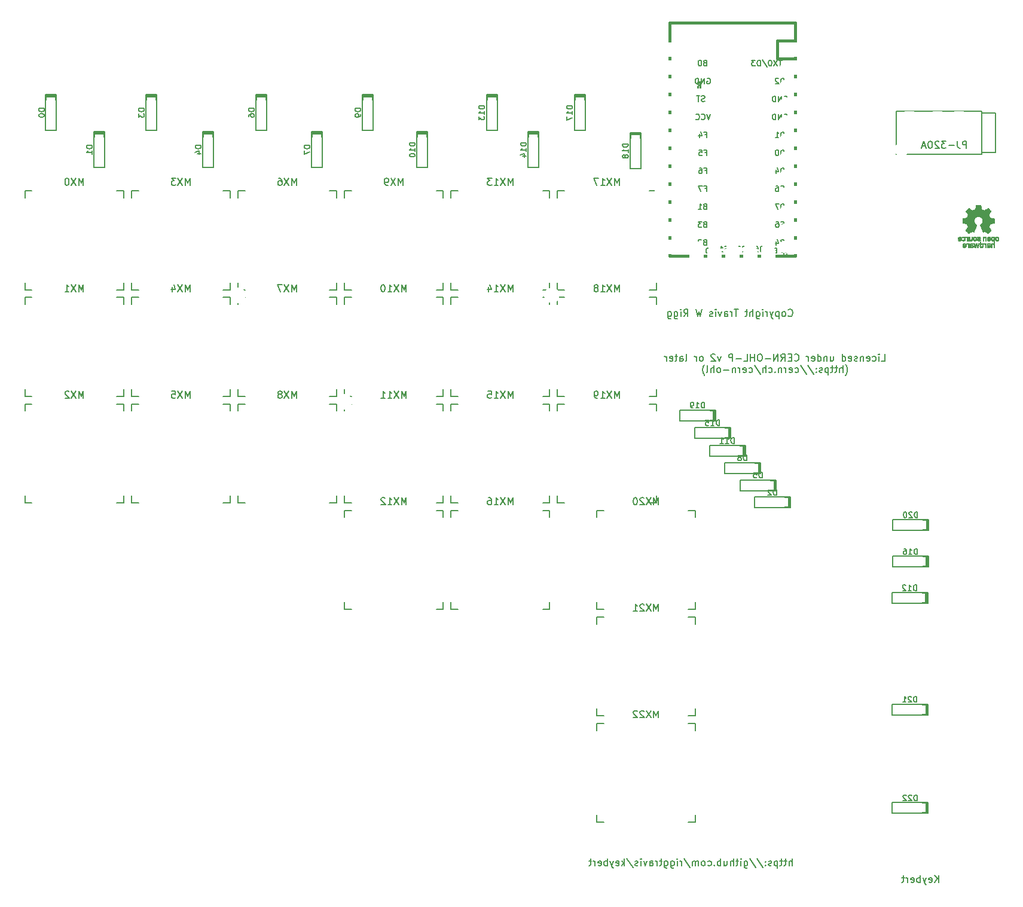
<source format=gbr>
%TF.GenerationSoftware,KiCad,Pcbnew,(6.0.5)*%
%TF.CreationDate,2022-05-16T23:14:11-04:00*%
%TF.ProjectId,keybert,6b657962-6572-4742-9e6b-696361645f70,0.0.1a*%
%TF.SameCoordinates,Original*%
%TF.FileFunction,Legend,Bot*%
%TF.FilePolarity,Positive*%
%FSLAX46Y46*%
G04 Gerber Fmt 4.6, Leading zero omitted, Abs format (unit mm)*
G04 Created by KiCad (PCBNEW (6.0.5)) date 2022-05-16 23:14:11*
%MOMM*%
%LPD*%
G01*
G04 APERTURE LIST*
%ADD10C,0.150000*%
%ADD11C,0.010000*%
%ADD12C,0.381000*%
%ADD13R,1.600000X1.600000*%
%ADD14C,1.600000*%
%ADD15R,1.752600X1.752600*%
%ADD16C,1.752600*%
%ADD17C,2.200000*%
%ADD18O,1.600000X1.600000*%
%ADD19C,1.500000*%
%ADD20O,2.200000X1.600000*%
%ADD21C,1.701800*%
%ADD22C,3.987800*%
%ADD23C,2.286000*%
%ADD24R,1.600000X1.200000*%
%ADD25R,1.200000X1.600000*%
%ADD26R,3.250000X2.000000*%
%ADD27R,2.000000X3.250000*%
G04 APERTURE END LIST*
D10*
X146700119Y-66462021D02*
X147176309Y-66462021D01*
X147176309Y-65462021D01*
X146366785Y-66462021D02*
X146366785Y-65795355D01*
X146366785Y-65462021D02*
X146414404Y-65509641D01*
X146366785Y-65557260D01*
X146319166Y-65509641D01*
X146366785Y-65462021D01*
X146366785Y-65557260D01*
X145462023Y-66414402D02*
X145557261Y-66462021D01*
X145747738Y-66462021D01*
X145842976Y-66414402D01*
X145890595Y-66366783D01*
X145938214Y-66271545D01*
X145938214Y-65985831D01*
X145890595Y-65890593D01*
X145842976Y-65842974D01*
X145747738Y-65795355D01*
X145557261Y-65795355D01*
X145462023Y-65842974D01*
X144652500Y-66414402D02*
X144747738Y-66462021D01*
X144938214Y-66462021D01*
X145033452Y-66414402D01*
X145081071Y-66319164D01*
X145081071Y-65938212D01*
X145033452Y-65842974D01*
X144938214Y-65795355D01*
X144747738Y-65795355D01*
X144652500Y-65842974D01*
X144604880Y-65938212D01*
X144604880Y-66033450D01*
X145081071Y-66128688D01*
X144176309Y-65795355D02*
X144176309Y-66462021D01*
X144176309Y-65890593D02*
X144128690Y-65842974D01*
X144033452Y-65795355D01*
X143890595Y-65795355D01*
X143795357Y-65842974D01*
X143747738Y-65938212D01*
X143747738Y-66462021D01*
X143319166Y-66414402D02*
X143223928Y-66462021D01*
X143033452Y-66462021D01*
X142938214Y-66414402D01*
X142890595Y-66319164D01*
X142890595Y-66271545D01*
X142938214Y-66176307D01*
X143033452Y-66128688D01*
X143176309Y-66128688D01*
X143271547Y-66081069D01*
X143319166Y-65985831D01*
X143319166Y-65938212D01*
X143271547Y-65842974D01*
X143176309Y-65795355D01*
X143033452Y-65795355D01*
X142938214Y-65842974D01*
X142081071Y-66414402D02*
X142176309Y-66462021D01*
X142366785Y-66462021D01*
X142462023Y-66414402D01*
X142509642Y-66319164D01*
X142509642Y-65938212D01*
X142462023Y-65842974D01*
X142366785Y-65795355D01*
X142176309Y-65795355D01*
X142081071Y-65842974D01*
X142033452Y-65938212D01*
X142033452Y-66033450D01*
X142509642Y-66128688D01*
X141176309Y-66462021D02*
X141176309Y-65462021D01*
X141176309Y-66414402D02*
X141271547Y-66462021D01*
X141462023Y-66462021D01*
X141557261Y-66414402D01*
X141604880Y-66366783D01*
X141652500Y-66271545D01*
X141652500Y-65985831D01*
X141604880Y-65890593D01*
X141557261Y-65842974D01*
X141462023Y-65795355D01*
X141271547Y-65795355D01*
X141176309Y-65842974D01*
X139509642Y-65795355D02*
X139509642Y-66462021D01*
X139938214Y-65795355D02*
X139938214Y-66319164D01*
X139890595Y-66414402D01*
X139795357Y-66462021D01*
X139652500Y-66462021D01*
X139557261Y-66414402D01*
X139509642Y-66366783D01*
X139033452Y-65795355D02*
X139033452Y-66462021D01*
X139033452Y-65890593D02*
X138985833Y-65842974D01*
X138890595Y-65795355D01*
X138747738Y-65795355D01*
X138652500Y-65842974D01*
X138604880Y-65938212D01*
X138604880Y-66462021D01*
X137700119Y-66462021D02*
X137700119Y-65462021D01*
X137700119Y-66414402D02*
X137795357Y-66462021D01*
X137985833Y-66462021D01*
X138081071Y-66414402D01*
X138128690Y-66366783D01*
X138176309Y-66271545D01*
X138176309Y-65985831D01*
X138128690Y-65890593D01*
X138081071Y-65842974D01*
X137985833Y-65795355D01*
X137795357Y-65795355D01*
X137700119Y-65842974D01*
X136842976Y-66414402D02*
X136938214Y-66462021D01*
X137128690Y-66462021D01*
X137223928Y-66414402D01*
X137271547Y-66319164D01*
X137271547Y-65938212D01*
X137223928Y-65842974D01*
X137128690Y-65795355D01*
X136938214Y-65795355D01*
X136842976Y-65842974D01*
X136795357Y-65938212D01*
X136795357Y-66033450D01*
X137271547Y-66128688D01*
X136366785Y-66462021D02*
X136366785Y-65795355D01*
X136366785Y-65985831D02*
X136319166Y-65890593D01*
X136271547Y-65842974D01*
X136176309Y-65795355D01*
X136081071Y-65795355D01*
X134414404Y-66366783D02*
X134462023Y-66414402D01*
X134604880Y-66462021D01*
X134700119Y-66462021D01*
X134842976Y-66414402D01*
X134938214Y-66319164D01*
X134985833Y-66223926D01*
X135033452Y-66033450D01*
X135033452Y-65890593D01*
X134985833Y-65700117D01*
X134938214Y-65604879D01*
X134842976Y-65509641D01*
X134700119Y-65462021D01*
X134604880Y-65462021D01*
X134462023Y-65509641D01*
X134414404Y-65557260D01*
X133985833Y-65938212D02*
X133652500Y-65938212D01*
X133509642Y-66462021D02*
X133985833Y-66462021D01*
X133985833Y-65462021D01*
X133509642Y-65462021D01*
X132509642Y-66462021D02*
X132842976Y-65985831D01*
X133081071Y-66462021D02*
X133081071Y-65462021D01*
X132700119Y-65462021D01*
X132604880Y-65509641D01*
X132557261Y-65557260D01*
X132509642Y-65652498D01*
X132509642Y-65795355D01*
X132557261Y-65890593D01*
X132604880Y-65938212D01*
X132700119Y-65985831D01*
X133081071Y-65985831D01*
X132081071Y-66462021D02*
X132081071Y-65462021D01*
X131509642Y-66462021D01*
X131509642Y-65462021D01*
X131033452Y-66081069D02*
X130271547Y-66081069D01*
X129604880Y-65462021D02*
X129414404Y-65462021D01*
X129319166Y-65509641D01*
X129223928Y-65604879D01*
X129176309Y-65795355D01*
X129176309Y-66128688D01*
X129223928Y-66319164D01*
X129319166Y-66414402D01*
X129414404Y-66462021D01*
X129604880Y-66462021D01*
X129700119Y-66414402D01*
X129795357Y-66319164D01*
X129842976Y-66128688D01*
X129842976Y-65795355D01*
X129795357Y-65604879D01*
X129700119Y-65509641D01*
X129604880Y-65462021D01*
X128747738Y-66462021D02*
X128747738Y-65462021D01*
X128747738Y-65938212D02*
X128176309Y-65938212D01*
X128176309Y-66462021D02*
X128176309Y-65462021D01*
X127223928Y-66462021D02*
X127700119Y-66462021D01*
X127700119Y-65462021D01*
X126890595Y-66081069D02*
X126128690Y-66081069D01*
X125652500Y-66462021D02*
X125652500Y-65462021D01*
X125271547Y-65462021D01*
X125176309Y-65509641D01*
X125128690Y-65557260D01*
X125081071Y-65652498D01*
X125081071Y-65795355D01*
X125128690Y-65890593D01*
X125176309Y-65938212D01*
X125271547Y-65985831D01*
X125652500Y-65985831D01*
X123985833Y-65795355D02*
X123747738Y-66462021D01*
X123509642Y-65795355D01*
X123176309Y-65557260D02*
X123128690Y-65509641D01*
X123033452Y-65462021D01*
X122795357Y-65462021D01*
X122700119Y-65509641D01*
X122652500Y-65557260D01*
X122604880Y-65652498D01*
X122604880Y-65747736D01*
X122652500Y-65890593D01*
X123223928Y-66462021D01*
X122604880Y-66462021D01*
X121271547Y-66462021D02*
X121366785Y-66414402D01*
X121414404Y-66366783D01*
X121462023Y-66271545D01*
X121462023Y-65985831D01*
X121414404Y-65890593D01*
X121366785Y-65842974D01*
X121271547Y-65795355D01*
X121128690Y-65795355D01*
X121033452Y-65842974D01*
X120985833Y-65890593D01*
X120938214Y-65985831D01*
X120938214Y-66271545D01*
X120985833Y-66366783D01*
X121033452Y-66414402D01*
X121128690Y-66462021D01*
X121271547Y-66462021D01*
X120509642Y-66462021D02*
X120509642Y-65795355D01*
X120509642Y-65985831D02*
X120462023Y-65890593D01*
X120414404Y-65842974D01*
X120319166Y-65795355D01*
X120223928Y-65795355D01*
X118985833Y-66462021D02*
X119081071Y-66414402D01*
X119128690Y-66319164D01*
X119128690Y-65462021D01*
X118176309Y-66462021D02*
X118176309Y-65938212D01*
X118223928Y-65842974D01*
X118319166Y-65795355D01*
X118509642Y-65795355D01*
X118604880Y-65842974D01*
X118176309Y-66414402D02*
X118271547Y-66462021D01*
X118509642Y-66462021D01*
X118604880Y-66414402D01*
X118652500Y-66319164D01*
X118652500Y-66223926D01*
X118604880Y-66128688D01*
X118509642Y-66081069D01*
X118271547Y-66081069D01*
X118176309Y-66033450D01*
X117842976Y-65795355D02*
X117462023Y-65795355D01*
X117700119Y-65462021D02*
X117700119Y-66319164D01*
X117652500Y-66414402D01*
X117557261Y-66462021D01*
X117462023Y-66462021D01*
X116747738Y-66414402D02*
X116842976Y-66462021D01*
X117033452Y-66462021D01*
X117128690Y-66414402D01*
X117176309Y-66319164D01*
X117176309Y-65938212D01*
X117128690Y-65842974D01*
X117033452Y-65795355D01*
X116842976Y-65795355D01*
X116747738Y-65842974D01*
X116700119Y-65938212D01*
X116700119Y-66033450D01*
X117176309Y-66128688D01*
X116271547Y-66462021D02*
X116271547Y-65795355D01*
X116271547Y-65985831D02*
X116223928Y-65890593D01*
X116176309Y-65842974D01*
X116081071Y-65795355D01*
X115985833Y-65795355D01*
X141628690Y-68452974D02*
X141676309Y-68405355D01*
X141771547Y-68262498D01*
X141819166Y-68167260D01*
X141866785Y-68024402D01*
X141914404Y-67786307D01*
X141914404Y-67595831D01*
X141866785Y-67357736D01*
X141819166Y-67214879D01*
X141771547Y-67119641D01*
X141676309Y-66976783D01*
X141628690Y-66929164D01*
X141247738Y-68072021D02*
X141247738Y-67072021D01*
X140819166Y-68072021D02*
X140819166Y-67548212D01*
X140866785Y-67452974D01*
X140962023Y-67405355D01*
X141104880Y-67405355D01*
X141200119Y-67452974D01*
X141247738Y-67500593D01*
X140485833Y-67405355D02*
X140104880Y-67405355D01*
X140342976Y-67072021D02*
X140342976Y-67929164D01*
X140295357Y-68024402D01*
X140200119Y-68072021D01*
X140104880Y-68072021D01*
X139914404Y-67405355D02*
X139533452Y-67405355D01*
X139771547Y-67072021D02*
X139771547Y-67929164D01*
X139723928Y-68024402D01*
X139628690Y-68072021D01*
X139533452Y-68072021D01*
X139200119Y-67405355D02*
X139200119Y-68405355D01*
X139200119Y-67452974D02*
X139104880Y-67405355D01*
X138914404Y-67405355D01*
X138819166Y-67452974D01*
X138771547Y-67500593D01*
X138723928Y-67595831D01*
X138723928Y-67881545D01*
X138771547Y-67976783D01*
X138819166Y-68024402D01*
X138914404Y-68072021D01*
X139104880Y-68072021D01*
X139200119Y-68024402D01*
X138342976Y-68024402D02*
X138247738Y-68072021D01*
X138057261Y-68072021D01*
X137962023Y-68024402D01*
X137914404Y-67929164D01*
X137914404Y-67881545D01*
X137962023Y-67786307D01*
X138057261Y-67738688D01*
X138200119Y-67738688D01*
X138295357Y-67691069D01*
X138342976Y-67595831D01*
X138342976Y-67548212D01*
X138295357Y-67452974D01*
X138200119Y-67405355D01*
X138057261Y-67405355D01*
X137962023Y-67452974D01*
X137485833Y-67976783D02*
X137438214Y-68024402D01*
X137485833Y-68072021D01*
X137533452Y-68024402D01*
X137485833Y-67976783D01*
X137485833Y-68072021D01*
X137485833Y-67452974D02*
X137438214Y-67500593D01*
X137485833Y-67548212D01*
X137533452Y-67500593D01*
X137485833Y-67452974D01*
X137485833Y-67548212D01*
X136295357Y-67024402D02*
X137152500Y-68310117D01*
X135247738Y-67024402D02*
X136104880Y-68310117D01*
X134485833Y-68024402D02*
X134581071Y-68072021D01*
X134771547Y-68072021D01*
X134866785Y-68024402D01*
X134914404Y-67976783D01*
X134962023Y-67881545D01*
X134962023Y-67595831D01*
X134914404Y-67500593D01*
X134866785Y-67452974D01*
X134771547Y-67405355D01*
X134581071Y-67405355D01*
X134485833Y-67452974D01*
X133676309Y-68024402D02*
X133771547Y-68072021D01*
X133962023Y-68072021D01*
X134057261Y-68024402D01*
X134104880Y-67929164D01*
X134104880Y-67548212D01*
X134057261Y-67452974D01*
X133962023Y-67405355D01*
X133771547Y-67405355D01*
X133676309Y-67452974D01*
X133628690Y-67548212D01*
X133628690Y-67643450D01*
X134104880Y-67738688D01*
X133200119Y-68072021D02*
X133200119Y-67405355D01*
X133200119Y-67595831D02*
X133152500Y-67500593D01*
X133104880Y-67452974D01*
X133009642Y-67405355D01*
X132914404Y-67405355D01*
X132581071Y-67405355D02*
X132581071Y-68072021D01*
X132581071Y-67500593D02*
X132533452Y-67452974D01*
X132438214Y-67405355D01*
X132295357Y-67405355D01*
X132200119Y-67452974D01*
X132152500Y-67548212D01*
X132152500Y-68072021D01*
X131676309Y-67976783D02*
X131628690Y-68024402D01*
X131676309Y-68072021D01*
X131723928Y-68024402D01*
X131676309Y-67976783D01*
X131676309Y-68072021D01*
X130771547Y-68024402D02*
X130866785Y-68072021D01*
X131057261Y-68072021D01*
X131152500Y-68024402D01*
X131200119Y-67976783D01*
X131247738Y-67881545D01*
X131247738Y-67595831D01*
X131200119Y-67500593D01*
X131152500Y-67452974D01*
X131057261Y-67405355D01*
X130866785Y-67405355D01*
X130771547Y-67452974D01*
X130342976Y-68072021D02*
X130342976Y-67072021D01*
X129914404Y-68072021D02*
X129914404Y-67548212D01*
X129962023Y-67452974D01*
X130057261Y-67405355D01*
X130200119Y-67405355D01*
X130295357Y-67452974D01*
X130342976Y-67500593D01*
X128723928Y-67024402D02*
X129581071Y-68310117D01*
X127962023Y-68024402D02*
X128057261Y-68072021D01*
X128247738Y-68072021D01*
X128342976Y-68024402D01*
X128390595Y-67976783D01*
X128438214Y-67881545D01*
X128438214Y-67595831D01*
X128390595Y-67500593D01*
X128342976Y-67452974D01*
X128247738Y-67405355D01*
X128057261Y-67405355D01*
X127962023Y-67452974D01*
X127152500Y-68024402D02*
X127247738Y-68072021D01*
X127438214Y-68072021D01*
X127533452Y-68024402D01*
X127581071Y-67929164D01*
X127581071Y-67548212D01*
X127533452Y-67452974D01*
X127438214Y-67405355D01*
X127247738Y-67405355D01*
X127152500Y-67452974D01*
X127104880Y-67548212D01*
X127104880Y-67643450D01*
X127581071Y-67738688D01*
X126676309Y-68072021D02*
X126676309Y-67405355D01*
X126676309Y-67595831D02*
X126628690Y-67500593D01*
X126581071Y-67452974D01*
X126485833Y-67405355D01*
X126390595Y-67405355D01*
X126057261Y-67405355D02*
X126057261Y-68072021D01*
X126057261Y-67500593D02*
X126009642Y-67452974D01*
X125914404Y-67405355D01*
X125771547Y-67405355D01*
X125676309Y-67452974D01*
X125628690Y-67548212D01*
X125628690Y-68072021D01*
X125152500Y-67691069D02*
X124390595Y-67691069D01*
X123771547Y-68072021D02*
X123866785Y-68024402D01*
X123914404Y-67976783D01*
X123962023Y-67881545D01*
X123962023Y-67595831D01*
X123914404Y-67500593D01*
X123866785Y-67452974D01*
X123771547Y-67405355D01*
X123628690Y-67405355D01*
X123533452Y-67452974D01*
X123485833Y-67500593D01*
X123438214Y-67595831D01*
X123438214Y-67881545D01*
X123485833Y-67976783D01*
X123533452Y-68024402D01*
X123628690Y-68072021D01*
X123771547Y-68072021D01*
X123009642Y-68072021D02*
X123009642Y-67072021D01*
X122581071Y-68072021D02*
X122581071Y-67548212D01*
X122628690Y-67452974D01*
X122723928Y-67405355D01*
X122866785Y-67405355D01*
X122962023Y-67452974D01*
X123009642Y-67500593D01*
X121962023Y-68072021D02*
X122057261Y-68024402D01*
X122104880Y-67929164D01*
X122104880Y-67072021D01*
X121676309Y-68452974D02*
X121628690Y-68405355D01*
X121533452Y-68262498D01*
X121485833Y-68167260D01*
X121438214Y-68024402D01*
X121390595Y-67786307D01*
X121390595Y-67595831D01*
X121438214Y-67357736D01*
X121485833Y-67214879D01*
X121533452Y-67119641D01*
X121628690Y-66976783D01*
X121676309Y-66929164D01*
X134055773Y-137910771D02*
X134055773Y-136910771D01*
X133627202Y-137910771D02*
X133627202Y-137386962D01*
X133674821Y-137291724D01*
X133770059Y-137244105D01*
X133912916Y-137244105D01*
X134008154Y-137291724D01*
X134055773Y-137339343D01*
X133293869Y-137244105D02*
X132912916Y-137244105D01*
X133151011Y-136910771D02*
X133151011Y-137767914D01*
X133103392Y-137863152D01*
X133008154Y-137910771D01*
X132912916Y-137910771D01*
X132722440Y-137244105D02*
X132341488Y-137244105D01*
X132579583Y-136910771D02*
X132579583Y-137767914D01*
X132531964Y-137863152D01*
X132436726Y-137910771D01*
X132341488Y-137910771D01*
X132008154Y-137244105D02*
X132008154Y-138244105D01*
X132008154Y-137291724D02*
X131912916Y-137244105D01*
X131722440Y-137244105D01*
X131627202Y-137291724D01*
X131579583Y-137339343D01*
X131531964Y-137434581D01*
X131531964Y-137720295D01*
X131579583Y-137815533D01*
X131627202Y-137863152D01*
X131722440Y-137910771D01*
X131912916Y-137910771D01*
X132008154Y-137863152D01*
X131151011Y-137863152D02*
X131055773Y-137910771D01*
X130865297Y-137910771D01*
X130770059Y-137863152D01*
X130722440Y-137767914D01*
X130722440Y-137720295D01*
X130770059Y-137625057D01*
X130865297Y-137577438D01*
X131008154Y-137577438D01*
X131103392Y-137529819D01*
X131151011Y-137434581D01*
X131151011Y-137386962D01*
X131103392Y-137291724D01*
X131008154Y-137244105D01*
X130865297Y-137244105D01*
X130770059Y-137291724D01*
X130293869Y-137815533D02*
X130246250Y-137863152D01*
X130293869Y-137910771D01*
X130341488Y-137863152D01*
X130293869Y-137815533D01*
X130293869Y-137910771D01*
X130293869Y-137291724D02*
X130246250Y-137339343D01*
X130293869Y-137386962D01*
X130341488Y-137339343D01*
X130293869Y-137291724D01*
X130293869Y-137386962D01*
X129103392Y-136863152D02*
X129960535Y-138148867D01*
X128055773Y-136863152D02*
X128912916Y-138148867D01*
X127293869Y-137244105D02*
X127293869Y-138053629D01*
X127341488Y-138148867D01*
X127389107Y-138196486D01*
X127484345Y-138244105D01*
X127627202Y-138244105D01*
X127722440Y-138196486D01*
X127293869Y-137863152D02*
X127389107Y-137910771D01*
X127579583Y-137910771D01*
X127674821Y-137863152D01*
X127722440Y-137815533D01*
X127770059Y-137720295D01*
X127770059Y-137434581D01*
X127722440Y-137339343D01*
X127674821Y-137291724D01*
X127579583Y-137244105D01*
X127389107Y-137244105D01*
X127293869Y-137291724D01*
X126817678Y-137910771D02*
X126817678Y-137244105D01*
X126817678Y-136910771D02*
X126865297Y-136958391D01*
X126817678Y-137006010D01*
X126770059Y-136958391D01*
X126817678Y-136910771D01*
X126817678Y-137006010D01*
X126484345Y-137244105D02*
X126103392Y-137244105D01*
X126341488Y-136910771D02*
X126341488Y-137767914D01*
X126293869Y-137863152D01*
X126198630Y-137910771D01*
X126103392Y-137910771D01*
X125770059Y-137910771D02*
X125770059Y-136910771D01*
X125341488Y-137910771D02*
X125341488Y-137386962D01*
X125389107Y-137291724D01*
X125484345Y-137244105D01*
X125627202Y-137244105D01*
X125722440Y-137291724D01*
X125770059Y-137339343D01*
X124436726Y-137244105D02*
X124436726Y-137910771D01*
X124865297Y-137244105D02*
X124865297Y-137767914D01*
X124817678Y-137863152D01*
X124722440Y-137910771D01*
X124579583Y-137910771D01*
X124484345Y-137863152D01*
X124436726Y-137815533D01*
X123960535Y-137910771D02*
X123960535Y-136910771D01*
X123960535Y-137291724D02*
X123865297Y-137244105D01*
X123674821Y-137244105D01*
X123579583Y-137291724D01*
X123531964Y-137339343D01*
X123484345Y-137434581D01*
X123484345Y-137720295D01*
X123531964Y-137815533D01*
X123579583Y-137863152D01*
X123674821Y-137910771D01*
X123865297Y-137910771D01*
X123960535Y-137863152D01*
X123055773Y-137815533D02*
X123008154Y-137863152D01*
X123055773Y-137910771D01*
X123103392Y-137863152D01*
X123055773Y-137815533D01*
X123055773Y-137910771D01*
X122151011Y-137863152D02*
X122246250Y-137910771D01*
X122436726Y-137910771D01*
X122531964Y-137863152D01*
X122579583Y-137815533D01*
X122627202Y-137720295D01*
X122627202Y-137434581D01*
X122579583Y-137339343D01*
X122531964Y-137291724D01*
X122436726Y-137244105D01*
X122246250Y-137244105D01*
X122151011Y-137291724D01*
X121579583Y-137910771D02*
X121674821Y-137863152D01*
X121722440Y-137815533D01*
X121770059Y-137720295D01*
X121770059Y-137434581D01*
X121722440Y-137339343D01*
X121674821Y-137291724D01*
X121579583Y-137244105D01*
X121436726Y-137244105D01*
X121341488Y-137291724D01*
X121293869Y-137339343D01*
X121246250Y-137434581D01*
X121246250Y-137720295D01*
X121293869Y-137815533D01*
X121341488Y-137863152D01*
X121436726Y-137910771D01*
X121579583Y-137910771D01*
X120817678Y-137910771D02*
X120817678Y-137244105D01*
X120817678Y-137339343D02*
X120770059Y-137291724D01*
X120674821Y-137244105D01*
X120531964Y-137244105D01*
X120436726Y-137291724D01*
X120389107Y-137386962D01*
X120389107Y-137910771D01*
X120389107Y-137386962D02*
X120341488Y-137291724D01*
X120246250Y-137244105D01*
X120103392Y-137244105D01*
X120008154Y-137291724D01*
X119960535Y-137386962D01*
X119960535Y-137910771D01*
X118770059Y-136863152D02*
X119627202Y-138148867D01*
X118436726Y-137910771D02*
X118436726Y-137244105D01*
X118436726Y-137434581D02*
X118389107Y-137339343D01*
X118341488Y-137291724D01*
X118246250Y-137244105D01*
X118151011Y-137244105D01*
X117817678Y-137910771D02*
X117817678Y-137244105D01*
X117817678Y-136910771D02*
X117865297Y-136958391D01*
X117817678Y-137006010D01*
X117770059Y-136958391D01*
X117817678Y-136910771D01*
X117817678Y-137006010D01*
X116912916Y-137244105D02*
X116912916Y-138053629D01*
X116960535Y-138148867D01*
X117008154Y-138196486D01*
X117103392Y-138244105D01*
X117246250Y-138244105D01*
X117341488Y-138196486D01*
X116912916Y-137863152D02*
X117008154Y-137910771D01*
X117198630Y-137910771D01*
X117293869Y-137863152D01*
X117341488Y-137815533D01*
X117389107Y-137720295D01*
X117389107Y-137434581D01*
X117341488Y-137339343D01*
X117293869Y-137291724D01*
X117198630Y-137244105D01*
X117008154Y-137244105D01*
X116912916Y-137291724D01*
X116008154Y-137244105D02*
X116008154Y-138053629D01*
X116055773Y-138148867D01*
X116103392Y-138196486D01*
X116198630Y-138244105D01*
X116341488Y-138244105D01*
X116436726Y-138196486D01*
X116008154Y-137863152D02*
X116103392Y-137910771D01*
X116293869Y-137910771D01*
X116389107Y-137863152D01*
X116436726Y-137815533D01*
X116484345Y-137720295D01*
X116484345Y-137434581D01*
X116436726Y-137339343D01*
X116389107Y-137291724D01*
X116293869Y-137244105D01*
X116103392Y-137244105D01*
X116008154Y-137291724D01*
X115674821Y-137244105D02*
X115293869Y-137244105D01*
X115531964Y-136910771D02*
X115531964Y-137767914D01*
X115484345Y-137863152D01*
X115389107Y-137910771D01*
X115293869Y-137910771D01*
X114960535Y-137910771D02*
X114960535Y-137244105D01*
X114960535Y-137434581D02*
X114912916Y-137339343D01*
X114865297Y-137291724D01*
X114770059Y-137244105D01*
X114674821Y-137244105D01*
X113912916Y-137910771D02*
X113912916Y-137386962D01*
X113960535Y-137291724D01*
X114055773Y-137244105D01*
X114246250Y-137244105D01*
X114341488Y-137291724D01*
X113912916Y-137863152D02*
X114008154Y-137910771D01*
X114246250Y-137910771D01*
X114341488Y-137863152D01*
X114389107Y-137767914D01*
X114389107Y-137672676D01*
X114341488Y-137577438D01*
X114246250Y-137529819D01*
X114008154Y-137529819D01*
X113912916Y-137482200D01*
X113531964Y-137244105D02*
X113293869Y-137910771D01*
X113055773Y-137244105D01*
X112674821Y-137910771D02*
X112674821Y-137244105D01*
X112674821Y-136910771D02*
X112722440Y-136958391D01*
X112674821Y-137006010D01*
X112627202Y-136958391D01*
X112674821Y-136910771D01*
X112674821Y-137006010D01*
X112246250Y-137863152D02*
X112151011Y-137910771D01*
X111960535Y-137910771D01*
X111865297Y-137863152D01*
X111817678Y-137767914D01*
X111817678Y-137720295D01*
X111865297Y-137625057D01*
X111960535Y-137577438D01*
X112103392Y-137577438D01*
X112198630Y-137529819D01*
X112246250Y-137434581D01*
X112246250Y-137386962D01*
X112198630Y-137291724D01*
X112103392Y-137244105D01*
X111960535Y-137244105D01*
X111865297Y-137291724D01*
X110674821Y-136863152D02*
X111531964Y-138148867D01*
X110341488Y-137910771D02*
X110341488Y-136910771D01*
X110246250Y-137529819D02*
X109960535Y-137910771D01*
X109960535Y-137244105D02*
X110341488Y-137625057D01*
X109151011Y-137863152D02*
X109246250Y-137910771D01*
X109436726Y-137910771D01*
X109531964Y-137863152D01*
X109579583Y-137767914D01*
X109579583Y-137386962D01*
X109531964Y-137291724D01*
X109436726Y-137244105D01*
X109246250Y-137244105D01*
X109151011Y-137291724D01*
X109103392Y-137386962D01*
X109103392Y-137482200D01*
X109579583Y-137577438D01*
X108770059Y-137244105D02*
X108531964Y-137910771D01*
X108293869Y-137244105D02*
X108531964Y-137910771D01*
X108627202Y-138148867D01*
X108674821Y-138196486D01*
X108770059Y-138244105D01*
X107912916Y-137910771D02*
X107912916Y-136910771D01*
X107912916Y-137291724D02*
X107817678Y-137244105D01*
X107627202Y-137244105D01*
X107531964Y-137291724D01*
X107484345Y-137339343D01*
X107436726Y-137434581D01*
X107436726Y-137720295D01*
X107484345Y-137815533D01*
X107531964Y-137863152D01*
X107627202Y-137910771D01*
X107817678Y-137910771D01*
X107912916Y-137863152D01*
X106627202Y-137863152D02*
X106722440Y-137910771D01*
X106912916Y-137910771D01*
X107008154Y-137863152D01*
X107055773Y-137767914D01*
X107055773Y-137386962D01*
X107008154Y-137291724D01*
X106912916Y-137244105D01*
X106722440Y-137244105D01*
X106627202Y-137291724D01*
X106579583Y-137386962D01*
X106579583Y-137482200D01*
X107055773Y-137577438D01*
X106151011Y-137910771D02*
X106151011Y-137244105D01*
X106151011Y-137434581D02*
X106103392Y-137339343D01*
X106055773Y-137291724D01*
X105960535Y-137244105D01*
X105865297Y-137244105D01*
X105674821Y-137244105D02*
X105293869Y-137244105D01*
X105531964Y-136910771D02*
X105531964Y-137767914D01*
X105484345Y-137863152D01*
X105389107Y-137910771D01*
X105293869Y-137910771D01*
X133540595Y-60028033D02*
X133588214Y-60075652D01*
X133731071Y-60123271D01*
X133826309Y-60123271D01*
X133969166Y-60075652D01*
X134064404Y-59980414D01*
X134112023Y-59885176D01*
X134159642Y-59694700D01*
X134159642Y-59551843D01*
X134112023Y-59361367D01*
X134064404Y-59266129D01*
X133969166Y-59170891D01*
X133826309Y-59123271D01*
X133731071Y-59123271D01*
X133588214Y-59170891D01*
X133540595Y-59218510D01*
X132969166Y-60123271D02*
X133064404Y-60075652D01*
X133112023Y-60028033D01*
X133159642Y-59932795D01*
X133159642Y-59647081D01*
X133112023Y-59551843D01*
X133064404Y-59504224D01*
X132969166Y-59456605D01*
X132826309Y-59456605D01*
X132731071Y-59504224D01*
X132683452Y-59551843D01*
X132635833Y-59647081D01*
X132635833Y-59932795D01*
X132683452Y-60028033D01*
X132731071Y-60075652D01*
X132826309Y-60123271D01*
X132969166Y-60123271D01*
X132207261Y-59456605D02*
X132207261Y-60456605D01*
X132207261Y-59504224D02*
X132112023Y-59456605D01*
X131921547Y-59456605D01*
X131826309Y-59504224D01*
X131778690Y-59551843D01*
X131731071Y-59647081D01*
X131731071Y-59932795D01*
X131778690Y-60028033D01*
X131826309Y-60075652D01*
X131921547Y-60123271D01*
X132112023Y-60123271D01*
X132207261Y-60075652D01*
X131397738Y-59456605D02*
X131159642Y-60123271D01*
X130921547Y-59456605D02*
X131159642Y-60123271D01*
X131254880Y-60361367D01*
X131302500Y-60408986D01*
X131397738Y-60456605D01*
X130540595Y-60123271D02*
X130540595Y-59456605D01*
X130540595Y-59647081D02*
X130492976Y-59551843D01*
X130445357Y-59504224D01*
X130350119Y-59456605D01*
X130254880Y-59456605D01*
X129921547Y-60123271D02*
X129921547Y-59456605D01*
X129921547Y-59123271D02*
X129969166Y-59170891D01*
X129921547Y-59218510D01*
X129873928Y-59170891D01*
X129921547Y-59123271D01*
X129921547Y-59218510D01*
X129016785Y-59456605D02*
X129016785Y-60266129D01*
X129064404Y-60361367D01*
X129112023Y-60408986D01*
X129207261Y-60456605D01*
X129350119Y-60456605D01*
X129445357Y-60408986D01*
X129016785Y-60075652D02*
X129112023Y-60123271D01*
X129302500Y-60123271D01*
X129397738Y-60075652D01*
X129445357Y-60028033D01*
X129492976Y-59932795D01*
X129492976Y-59647081D01*
X129445357Y-59551843D01*
X129397738Y-59504224D01*
X129302500Y-59456605D01*
X129112023Y-59456605D01*
X129016785Y-59504224D01*
X128540595Y-60123271D02*
X128540595Y-59123271D01*
X128112023Y-60123271D02*
X128112023Y-59599462D01*
X128159642Y-59504224D01*
X128254880Y-59456605D01*
X128397738Y-59456605D01*
X128492976Y-59504224D01*
X128540595Y-59551843D01*
X127778690Y-59456605D02*
X127397738Y-59456605D01*
X127635833Y-59123271D02*
X127635833Y-59980414D01*
X127588214Y-60075652D01*
X127492976Y-60123271D01*
X127397738Y-60123271D01*
X126445357Y-59123271D02*
X125873928Y-59123271D01*
X126159642Y-60123271D02*
X126159642Y-59123271D01*
X125540595Y-60123271D02*
X125540595Y-59456605D01*
X125540595Y-59647081D02*
X125492976Y-59551843D01*
X125445357Y-59504224D01*
X125350119Y-59456605D01*
X125254880Y-59456605D01*
X124492976Y-60123271D02*
X124492976Y-59599462D01*
X124540595Y-59504224D01*
X124635833Y-59456605D01*
X124826309Y-59456605D01*
X124921547Y-59504224D01*
X124492976Y-60075652D02*
X124588214Y-60123271D01*
X124826309Y-60123271D01*
X124921547Y-60075652D01*
X124969166Y-59980414D01*
X124969166Y-59885176D01*
X124921547Y-59789938D01*
X124826309Y-59742319D01*
X124588214Y-59742319D01*
X124492976Y-59694700D01*
X124112023Y-59456605D02*
X123873928Y-60123271D01*
X123635833Y-59456605D01*
X123254880Y-60123271D02*
X123254880Y-59456605D01*
X123254880Y-59123271D02*
X123302500Y-59170891D01*
X123254880Y-59218510D01*
X123207261Y-59170891D01*
X123254880Y-59123271D01*
X123254880Y-59218510D01*
X122826309Y-60075652D02*
X122731071Y-60123271D01*
X122540595Y-60123271D01*
X122445357Y-60075652D01*
X122397738Y-59980414D01*
X122397738Y-59932795D01*
X122445357Y-59837557D01*
X122540595Y-59789938D01*
X122683452Y-59789938D01*
X122778690Y-59742319D01*
X122826309Y-59647081D01*
X122826309Y-59599462D01*
X122778690Y-59504224D01*
X122683452Y-59456605D01*
X122540595Y-59456605D01*
X122445357Y-59504224D01*
X121302500Y-59123271D02*
X121064404Y-60123271D01*
X120873928Y-59408986D01*
X120683452Y-60123271D01*
X120445357Y-59123271D01*
X118731071Y-60123271D02*
X119064404Y-59647081D01*
X119302500Y-60123271D02*
X119302500Y-59123271D01*
X118921547Y-59123271D01*
X118826309Y-59170891D01*
X118778690Y-59218510D01*
X118731071Y-59313748D01*
X118731071Y-59456605D01*
X118778690Y-59551843D01*
X118826309Y-59599462D01*
X118921547Y-59647081D01*
X119302500Y-59647081D01*
X118302500Y-60123271D02*
X118302500Y-59456605D01*
X118302500Y-59123271D02*
X118350119Y-59170891D01*
X118302500Y-59218510D01*
X118254880Y-59170891D01*
X118302500Y-59123271D01*
X118302500Y-59218510D01*
X117397738Y-59456605D02*
X117397738Y-60266129D01*
X117445357Y-60361367D01*
X117492976Y-60408986D01*
X117588214Y-60456605D01*
X117731071Y-60456605D01*
X117826309Y-60408986D01*
X117397738Y-60075652D02*
X117492976Y-60123271D01*
X117683452Y-60123271D01*
X117778690Y-60075652D01*
X117826309Y-60028033D01*
X117873928Y-59932795D01*
X117873928Y-59647081D01*
X117826309Y-59551843D01*
X117778690Y-59504224D01*
X117683452Y-59456605D01*
X117492976Y-59456605D01*
X117397738Y-59504224D01*
X116492976Y-59456605D02*
X116492976Y-60266129D01*
X116540595Y-60361367D01*
X116588214Y-60408986D01*
X116683452Y-60456605D01*
X116826309Y-60456605D01*
X116921547Y-60408986D01*
X116492976Y-60075652D02*
X116588214Y-60123271D01*
X116778690Y-60123271D01*
X116873928Y-60075652D01*
X116921547Y-60028033D01*
X116969166Y-59932795D01*
X116969166Y-59647081D01*
X116921547Y-59551843D01*
X116873928Y-59504224D01*
X116778690Y-59456605D01*
X116588214Y-59456605D01*
X116492976Y-59504224D01*
X154837619Y-140292021D02*
X154837619Y-139292021D01*
X154266190Y-140292021D02*
X154694761Y-139720593D01*
X154266190Y-139292021D02*
X154837619Y-139863450D01*
X153456666Y-140244402D02*
X153551904Y-140292021D01*
X153742380Y-140292021D01*
X153837619Y-140244402D01*
X153885238Y-140149164D01*
X153885238Y-139768212D01*
X153837619Y-139672974D01*
X153742380Y-139625355D01*
X153551904Y-139625355D01*
X153456666Y-139672974D01*
X153409047Y-139768212D01*
X153409047Y-139863450D01*
X153885238Y-139958688D01*
X153075714Y-139625355D02*
X152837619Y-140292021D01*
X152599523Y-139625355D02*
X152837619Y-140292021D01*
X152932857Y-140530117D01*
X152980476Y-140577736D01*
X153075714Y-140625355D01*
X152218571Y-140292021D02*
X152218571Y-139292021D01*
X152218571Y-139672974D02*
X152123333Y-139625355D01*
X151932857Y-139625355D01*
X151837619Y-139672974D01*
X151790000Y-139720593D01*
X151742380Y-139815831D01*
X151742380Y-140101545D01*
X151790000Y-140196783D01*
X151837619Y-140244402D01*
X151932857Y-140292021D01*
X152123333Y-140292021D01*
X152218571Y-140244402D01*
X150932857Y-140244402D02*
X151028095Y-140292021D01*
X151218571Y-140292021D01*
X151313809Y-140244402D01*
X151361428Y-140149164D01*
X151361428Y-139768212D01*
X151313809Y-139672974D01*
X151218571Y-139625355D01*
X151028095Y-139625355D01*
X150932857Y-139672974D01*
X150885238Y-139768212D01*
X150885238Y-139863450D01*
X151361428Y-139958688D01*
X150456666Y-140292021D02*
X150456666Y-139625355D01*
X150456666Y-139815831D02*
X150409047Y-139720593D01*
X150361428Y-139672974D01*
X150266190Y-139625355D01*
X150170952Y-139625355D01*
X149980476Y-139625355D02*
X149599523Y-139625355D01*
X149837619Y-139292021D02*
X149837619Y-140149164D01*
X149790000Y-140244402D01*
X149694761Y-140292021D01*
X149599523Y-140292021D01*
%TO.C,J0*%
X158771547Y-36299521D02*
X158771547Y-35299521D01*
X158390595Y-35299521D01*
X158295357Y-35347141D01*
X158247738Y-35394760D01*
X158200119Y-35489998D01*
X158200119Y-35632855D01*
X158247738Y-35728093D01*
X158295357Y-35775712D01*
X158390595Y-35823331D01*
X158771547Y-35823331D01*
X157485833Y-35299521D02*
X157485833Y-36013807D01*
X157533452Y-36156664D01*
X157628690Y-36251902D01*
X157771547Y-36299521D01*
X157866785Y-36299521D01*
X157009642Y-35918569D02*
X156247738Y-35918569D01*
X155866785Y-35299521D02*
X155247738Y-35299521D01*
X155581071Y-35680474D01*
X155438214Y-35680474D01*
X155342976Y-35728093D01*
X155295357Y-35775712D01*
X155247738Y-35870950D01*
X155247738Y-36109045D01*
X155295357Y-36204283D01*
X155342976Y-36251902D01*
X155438214Y-36299521D01*
X155723928Y-36299521D01*
X155819166Y-36251902D01*
X155866785Y-36204283D01*
X154866785Y-35394760D02*
X154819166Y-35347141D01*
X154723928Y-35299521D01*
X154485833Y-35299521D01*
X154390595Y-35347141D01*
X154342976Y-35394760D01*
X154295357Y-35489998D01*
X154295357Y-35585236D01*
X154342976Y-35728093D01*
X154914404Y-36299521D01*
X154295357Y-36299521D01*
X153676309Y-35299521D02*
X153581071Y-35299521D01*
X153485833Y-35347141D01*
X153438214Y-35394760D01*
X153390595Y-35489998D01*
X153342976Y-35680474D01*
X153342976Y-35918569D01*
X153390595Y-36109045D01*
X153438214Y-36204283D01*
X153485833Y-36251902D01*
X153581071Y-36299521D01*
X153676309Y-36299521D01*
X153771547Y-36251902D01*
X153819166Y-36204283D01*
X153866785Y-36109045D01*
X153914404Y-35918569D01*
X153914404Y-35680474D01*
X153866785Y-35489998D01*
X153819166Y-35394760D01*
X153771547Y-35347141D01*
X153676309Y-35299521D01*
X152962023Y-36013807D02*
X152485833Y-36013807D01*
X153057261Y-36299521D02*
X152723928Y-35299521D01*
X152390595Y-36299521D01*
%TO.C,MX19*%
X109601904Y-71712021D02*
X109601904Y-70712021D01*
X109268571Y-71426307D01*
X108935238Y-70712021D01*
X108935238Y-71712021D01*
X108554285Y-70712021D02*
X107887619Y-71712021D01*
X107887619Y-70712021D02*
X108554285Y-71712021D01*
X106982857Y-71712021D02*
X107554285Y-71712021D01*
X107268571Y-71712021D02*
X107268571Y-70712021D01*
X107363809Y-70854879D01*
X107459047Y-70950117D01*
X107554285Y-70997736D01*
X106506666Y-71712021D02*
X106316190Y-71712021D01*
X106220952Y-71664402D01*
X106173333Y-71616783D01*
X106078095Y-71473926D01*
X106030476Y-71283450D01*
X106030476Y-70902498D01*
X106078095Y-70807260D01*
X106125714Y-70759641D01*
X106220952Y-70712021D01*
X106411428Y-70712021D01*
X106506666Y-70759641D01*
X106554285Y-70807260D01*
X106601904Y-70902498D01*
X106601904Y-71140593D01*
X106554285Y-71235831D01*
X106506666Y-71283450D01*
X106411428Y-71331069D01*
X106220952Y-71331069D01*
X106125714Y-71283450D01*
X106078095Y-71235831D01*
X106030476Y-71140593D01*
%TO.C,MX11*%
X79439404Y-71712021D02*
X79439404Y-70712021D01*
X79106071Y-71426307D01*
X78772738Y-70712021D01*
X78772738Y-71712021D01*
X78391785Y-70712021D02*
X77725119Y-71712021D01*
X77725119Y-70712021D02*
X78391785Y-71712021D01*
X76820357Y-71712021D02*
X77391785Y-71712021D01*
X77106071Y-71712021D02*
X77106071Y-70712021D01*
X77201309Y-70854879D01*
X77296547Y-70950117D01*
X77391785Y-70997736D01*
X75867976Y-71712021D02*
X76439404Y-71712021D01*
X76153690Y-71712021D02*
X76153690Y-70712021D01*
X76248928Y-70854879D01*
X76344166Y-70950117D01*
X76439404Y-70997736D01*
%TO.C,MX20*%
X115158154Y-86793271D02*
X115158154Y-85793271D01*
X114824821Y-86507557D01*
X114491488Y-85793271D01*
X114491488Y-86793271D01*
X114110535Y-85793271D02*
X113443869Y-86793271D01*
X113443869Y-85793271D02*
X114110535Y-86793271D01*
X113110535Y-85888510D02*
X113062916Y-85840891D01*
X112967678Y-85793271D01*
X112729583Y-85793271D01*
X112634345Y-85840891D01*
X112586726Y-85888510D01*
X112539107Y-85983748D01*
X112539107Y-86078986D01*
X112586726Y-86221843D01*
X113158154Y-86793271D01*
X112539107Y-86793271D01*
X111920059Y-85793271D02*
X111824821Y-85793271D01*
X111729583Y-85840891D01*
X111681964Y-85888510D01*
X111634345Y-85983748D01*
X111586726Y-86174224D01*
X111586726Y-86412319D01*
X111634345Y-86602795D01*
X111681964Y-86698033D01*
X111729583Y-86745652D01*
X111824821Y-86793271D01*
X111920059Y-86793271D01*
X112015297Y-86745652D01*
X112062916Y-86698033D01*
X112110535Y-86602795D01*
X112158154Y-86412319D01*
X112158154Y-86174224D01*
X112110535Y-85983748D01*
X112062916Y-85888510D01*
X112015297Y-85840891D01*
X111920059Y-85793271D01*
%TO.C,MX12*%
X79439404Y-86793271D02*
X79439404Y-85793271D01*
X79106071Y-86507557D01*
X78772738Y-85793271D01*
X78772738Y-86793271D01*
X78391785Y-85793271D02*
X77725119Y-86793271D01*
X77725119Y-85793271D02*
X78391785Y-86793271D01*
X76820357Y-86793271D02*
X77391785Y-86793271D01*
X77106071Y-86793271D02*
X77106071Y-85793271D01*
X77201309Y-85936129D01*
X77296547Y-86031367D01*
X77391785Y-86078986D01*
X76439404Y-85888510D02*
X76391785Y-85840891D01*
X76296547Y-85793271D01*
X76058452Y-85793271D01*
X75963214Y-85840891D01*
X75915595Y-85888510D01*
X75867976Y-85983748D01*
X75867976Y-86078986D01*
X75915595Y-86221843D01*
X76487023Y-86793271D01*
X75867976Y-86793271D01*
%TO.C,MX18*%
X109601904Y-56630771D02*
X109601904Y-55630771D01*
X109268571Y-56345057D01*
X108935238Y-55630771D01*
X108935238Y-56630771D01*
X108554285Y-55630771D02*
X107887619Y-56630771D01*
X107887619Y-55630771D02*
X108554285Y-56630771D01*
X106982857Y-56630771D02*
X107554285Y-56630771D01*
X107268571Y-56630771D02*
X107268571Y-55630771D01*
X107363809Y-55773629D01*
X107459047Y-55868867D01*
X107554285Y-55916486D01*
X106411428Y-56059343D02*
X106506666Y-56011724D01*
X106554285Y-55964105D01*
X106601904Y-55868867D01*
X106601904Y-55821248D01*
X106554285Y-55726010D01*
X106506666Y-55678391D01*
X106411428Y-55630771D01*
X106220952Y-55630771D01*
X106125714Y-55678391D01*
X106078095Y-55726010D01*
X106030476Y-55821248D01*
X106030476Y-55868867D01*
X106078095Y-55964105D01*
X106125714Y-56011724D01*
X106220952Y-56059343D01*
X106411428Y-56059343D01*
X106506666Y-56106962D01*
X106554285Y-56154581D01*
X106601904Y-56249819D01*
X106601904Y-56440295D01*
X106554285Y-56535533D01*
X106506666Y-56583152D01*
X106411428Y-56630771D01*
X106220952Y-56630771D01*
X106125714Y-56583152D01*
X106078095Y-56535533D01*
X106030476Y-56440295D01*
X106030476Y-56249819D01*
X106078095Y-56154581D01*
X106125714Y-56106962D01*
X106220952Y-56059343D01*
%TO.C,MX10*%
X79439404Y-56630771D02*
X79439404Y-55630771D01*
X79106071Y-56345057D01*
X78772738Y-55630771D01*
X78772738Y-56630771D01*
X78391785Y-55630771D02*
X77725119Y-56630771D01*
X77725119Y-55630771D02*
X78391785Y-56630771D01*
X76820357Y-56630771D02*
X77391785Y-56630771D01*
X77106071Y-56630771D02*
X77106071Y-55630771D01*
X77201309Y-55773629D01*
X77296547Y-55868867D01*
X77391785Y-55916486D01*
X76201309Y-55630771D02*
X76106071Y-55630771D01*
X76010833Y-55678391D01*
X75963214Y-55726010D01*
X75915595Y-55821248D01*
X75867976Y-56011724D01*
X75867976Y-56249819D01*
X75915595Y-56440295D01*
X75963214Y-56535533D01*
X76010833Y-56583152D01*
X76106071Y-56630771D01*
X76201309Y-56630771D01*
X76296547Y-56583152D01*
X76344166Y-56535533D01*
X76391785Y-56440295D01*
X76439404Y-56249819D01*
X76439404Y-56011724D01*
X76391785Y-55821248D01*
X76344166Y-55726010D01*
X76296547Y-55678391D01*
X76201309Y-55630771D01*
%TO.C,MX15*%
X94520654Y-71712021D02*
X94520654Y-70712021D01*
X94187321Y-71426307D01*
X93853988Y-70712021D01*
X93853988Y-71712021D01*
X93473035Y-70712021D02*
X92806369Y-71712021D01*
X92806369Y-70712021D02*
X93473035Y-71712021D01*
X91901607Y-71712021D02*
X92473035Y-71712021D01*
X92187321Y-71712021D02*
X92187321Y-70712021D01*
X92282559Y-70854879D01*
X92377797Y-70950117D01*
X92473035Y-70997736D01*
X90996845Y-70712021D02*
X91473035Y-70712021D01*
X91520654Y-71188212D01*
X91473035Y-71140593D01*
X91377797Y-71092974D01*
X91139702Y-71092974D01*
X91044464Y-71140593D01*
X90996845Y-71188212D01*
X90949226Y-71283450D01*
X90949226Y-71521545D01*
X90996845Y-71616783D01*
X91044464Y-71664402D01*
X91139702Y-71712021D01*
X91377797Y-71712021D01*
X91473035Y-71664402D01*
X91520654Y-71616783D01*
%TO.C,MX7*%
X63881964Y-56630771D02*
X63881964Y-55630771D01*
X63548630Y-56345057D01*
X63215297Y-55630771D01*
X63215297Y-56630771D01*
X62834345Y-55630771D02*
X62167678Y-56630771D01*
X62167678Y-55630771D02*
X62834345Y-56630771D01*
X61881964Y-55630771D02*
X61215297Y-55630771D01*
X61643869Y-56630771D01*
%TO.C,MX3*%
X48800714Y-41549521D02*
X48800714Y-40549521D01*
X48467380Y-41263807D01*
X48134047Y-40549521D01*
X48134047Y-41549521D01*
X47753095Y-40549521D02*
X47086428Y-41549521D01*
X47086428Y-40549521D02*
X47753095Y-41549521D01*
X46800714Y-40549521D02*
X46181666Y-40549521D01*
X46515000Y-40930474D01*
X46372142Y-40930474D01*
X46276904Y-40978093D01*
X46229285Y-41025712D01*
X46181666Y-41120950D01*
X46181666Y-41359045D01*
X46229285Y-41454283D01*
X46276904Y-41501902D01*
X46372142Y-41549521D01*
X46657857Y-41549521D01*
X46753095Y-41501902D01*
X46800714Y-41454283D01*
%TO.C,MX14*%
X94520654Y-56630771D02*
X94520654Y-55630771D01*
X94187321Y-56345057D01*
X93853988Y-55630771D01*
X93853988Y-56630771D01*
X93473035Y-55630771D02*
X92806369Y-56630771D01*
X92806369Y-55630771D02*
X93473035Y-56630771D01*
X91901607Y-56630771D02*
X92473035Y-56630771D01*
X92187321Y-56630771D02*
X92187321Y-55630771D01*
X92282559Y-55773629D01*
X92377797Y-55868867D01*
X92473035Y-55916486D01*
X91044464Y-55964105D02*
X91044464Y-56630771D01*
X91282559Y-55583152D02*
X91520654Y-56297438D01*
X90901607Y-56297438D01*
%TO.C,MX0*%
X33719464Y-41549521D02*
X33719464Y-40549521D01*
X33386130Y-41263807D01*
X33052797Y-40549521D01*
X33052797Y-41549521D01*
X32671845Y-40549521D02*
X32005178Y-41549521D01*
X32005178Y-40549521D02*
X32671845Y-41549521D01*
X31433750Y-40549521D02*
X31338511Y-40549521D01*
X31243273Y-40597141D01*
X31195654Y-40644760D01*
X31148035Y-40739998D01*
X31100416Y-40930474D01*
X31100416Y-41168569D01*
X31148035Y-41359045D01*
X31195654Y-41454283D01*
X31243273Y-41501902D01*
X31338511Y-41549521D01*
X31433750Y-41549521D01*
X31528988Y-41501902D01*
X31576607Y-41454283D01*
X31624226Y-41359045D01*
X31671845Y-41168569D01*
X31671845Y-40930474D01*
X31624226Y-40739998D01*
X31576607Y-40644760D01*
X31528988Y-40597141D01*
X31433750Y-40549521D01*
%TO.C,MX8*%
X63881964Y-71712021D02*
X63881964Y-70712021D01*
X63548630Y-71426307D01*
X63215297Y-70712021D01*
X63215297Y-71712021D01*
X62834345Y-70712021D02*
X62167678Y-71712021D01*
X62167678Y-70712021D02*
X62834345Y-71712021D01*
X61643869Y-71140593D02*
X61739107Y-71092974D01*
X61786726Y-71045355D01*
X61834345Y-70950117D01*
X61834345Y-70902498D01*
X61786726Y-70807260D01*
X61739107Y-70759641D01*
X61643869Y-70712021D01*
X61453392Y-70712021D01*
X61358154Y-70759641D01*
X61310535Y-70807260D01*
X61262916Y-70902498D01*
X61262916Y-70950117D01*
X61310535Y-71045355D01*
X61358154Y-71092974D01*
X61453392Y-71140593D01*
X61643869Y-71140593D01*
X61739107Y-71188212D01*
X61786726Y-71235831D01*
X61834345Y-71331069D01*
X61834345Y-71521545D01*
X61786726Y-71616783D01*
X61739107Y-71664402D01*
X61643869Y-71712021D01*
X61453392Y-71712021D01*
X61358154Y-71664402D01*
X61310535Y-71616783D01*
X61262916Y-71521545D01*
X61262916Y-71331069D01*
X61310535Y-71235831D01*
X61358154Y-71188212D01*
X61453392Y-71140593D01*
%TO.C,MX22*%
X115158154Y-116955771D02*
X115158154Y-115955771D01*
X114824821Y-116670057D01*
X114491488Y-115955771D01*
X114491488Y-116955771D01*
X114110535Y-115955771D02*
X113443869Y-116955771D01*
X113443869Y-115955771D02*
X114110535Y-116955771D01*
X113110535Y-116051010D02*
X113062916Y-116003391D01*
X112967678Y-115955771D01*
X112729583Y-115955771D01*
X112634345Y-116003391D01*
X112586726Y-116051010D01*
X112539107Y-116146248D01*
X112539107Y-116241486D01*
X112586726Y-116384343D01*
X113158154Y-116955771D01*
X112539107Y-116955771D01*
X112158154Y-116051010D02*
X112110535Y-116003391D01*
X112015297Y-115955771D01*
X111777202Y-115955771D01*
X111681964Y-116003391D01*
X111634345Y-116051010D01*
X111586726Y-116146248D01*
X111586726Y-116241486D01*
X111634345Y-116384343D01*
X112205773Y-116955771D01*
X111586726Y-116955771D01*
%TO.C,MX16*%
X94520654Y-86793271D02*
X94520654Y-85793271D01*
X94187321Y-86507557D01*
X93853988Y-85793271D01*
X93853988Y-86793271D01*
X93473035Y-85793271D02*
X92806369Y-86793271D01*
X92806369Y-85793271D02*
X93473035Y-86793271D01*
X91901607Y-86793271D02*
X92473035Y-86793271D01*
X92187321Y-86793271D02*
X92187321Y-85793271D01*
X92282559Y-85936129D01*
X92377797Y-86031367D01*
X92473035Y-86078986D01*
X91044464Y-85793271D02*
X91234940Y-85793271D01*
X91330178Y-85840891D01*
X91377797Y-85888510D01*
X91473035Y-86031367D01*
X91520654Y-86221843D01*
X91520654Y-86602795D01*
X91473035Y-86698033D01*
X91425416Y-86745652D01*
X91330178Y-86793271D01*
X91139702Y-86793271D01*
X91044464Y-86745652D01*
X90996845Y-86698033D01*
X90949226Y-86602795D01*
X90949226Y-86364700D01*
X90996845Y-86269462D01*
X91044464Y-86221843D01*
X91139702Y-86174224D01*
X91330178Y-86174224D01*
X91425416Y-86221843D01*
X91473035Y-86269462D01*
X91520654Y-86364700D01*
%TO.C,MX13*%
X94520654Y-41549521D02*
X94520654Y-40549521D01*
X94187321Y-41263807D01*
X93853988Y-40549521D01*
X93853988Y-41549521D01*
X93473035Y-40549521D02*
X92806369Y-41549521D01*
X92806369Y-40549521D02*
X93473035Y-41549521D01*
X91901607Y-41549521D02*
X92473035Y-41549521D01*
X92187321Y-41549521D02*
X92187321Y-40549521D01*
X92282559Y-40692379D01*
X92377797Y-40787617D01*
X92473035Y-40835236D01*
X91568273Y-40549521D02*
X90949226Y-40549521D01*
X91282559Y-40930474D01*
X91139702Y-40930474D01*
X91044464Y-40978093D01*
X90996845Y-41025712D01*
X90949226Y-41120950D01*
X90949226Y-41359045D01*
X90996845Y-41454283D01*
X91044464Y-41501902D01*
X91139702Y-41549521D01*
X91425416Y-41549521D01*
X91520654Y-41501902D01*
X91568273Y-41454283D01*
%TO.C,MX21*%
X115158154Y-101874521D02*
X115158154Y-100874521D01*
X114824821Y-101588807D01*
X114491488Y-100874521D01*
X114491488Y-101874521D01*
X114110535Y-100874521D02*
X113443869Y-101874521D01*
X113443869Y-100874521D02*
X114110535Y-101874521D01*
X113110535Y-100969760D02*
X113062916Y-100922141D01*
X112967678Y-100874521D01*
X112729583Y-100874521D01*
X112634345Y-100922141D01*
X112586726Y-100969760D01*
X112539107Y-101064998D01*
X112539107Y-101160236D01*
X112586726Y-101303093D01*
X113158154Y-101874521D01*
X112539107Y-101874521D01*
X111586726Y-101874521D02*
X112158154Y-101874521D01*
X111872440Y-101874521D02*
X111872440Y-100874521D01*
X111967678Y-101017379D01*
X112062916Y-101112617D01*
X112158154Y-101160236D01*
%TO.C,MX17*%
X109601904Y-41549521D02*
X109601904Y-40549521D01*
X109268571Y-41263807D01*
X108935238Y-40549521D01*
X108935238Y-41549521D01*
X108554285Y-40549521D02*
X107887619Y-41549521D01*
X107887619Y-40549521D02*
X108554285Y-41549521D01*
X106982857Y-41549521D02*
X107554285Y-41549521D01*
X107268571Y-41549521D02*
X107268571Y-40549521D01*
X107363809Y-40692379D01*
X107459047Y-40787617D01*
X107554285Y-40835236D01*
X106649523Y-40549521D02*
X105982857Y-40549521D01*
X106411428Y-41549521D01*
%TO.C,MX6*%
X63881964Y-41549521D02*
X63881964Y-40549521D01*
X63548630Y-41263807D01*
X63215297Y-40549521D01*
X63215297Y-41549521D01*
X62834345Y-40549521D02*
X62167678Y-41549521D01*
X62167678Y-40549521D02*
X62834345Y-41549521D01*
X61358154Y-40549521D02*
X61548630Y-40549521D01*
X61643869Y-40597141D01*
X61691488Y-40644760D01*
X61786726Y-40787617D01*
X61834345Y-40978093D01*
X61834345Y-41359045D01*
X61786726Y-41454283D01*
X61739107Y-41501902D01*
X61643869Y-41549521D01*
X61453392Y-41549521D01*
X61358154Y-41501902D01*
X61310535Y-41454283D01*
X61262916Y-41359045D01*
X61262916Y-41120950D01*
X61310535Y-41025712D01*
X61358154Y-40978093D01*
X61453392Y-40930474D01*
X61643869Y-40930474D01*
X61739107Y-40978093D01*
X61786726Y-41025712D01*
X61834345Y-41120950D01*
%TO.C,MX4*%
X48800714Y-56630771D02*
X48800714Y-55630771D01*
X48467380Y-56345057D01*
X48134047Y-55630771D01*
X48134047Y-56630771D01*
X47753095Y-55630771D02*
X47086428Y-56630771D01*
X47086428Y-55630771D02*
X47753095Y-56630771D01*
X46276904Y-55964105D02*
X46276904Y-56630771D01*
X46515000Y-55583152D02*
X46753095Y-56297438D01*
X46134047Y-56297438D01*
%TO.C,MX2*%
X33719464Y-71712021D02*
X33719464Y-70712021D01*
X33386130Y-71426307D01*
X33052797Y-70712021D01*
X33052797Y-71712021D01*
X32671845Y-70712021D02*
X32005178Y-71712021D01*
X32005178Y-70712021D02*
X32671845Y-71712021D01*
X31671845Y-70807260D02*
X31624226Y-70759641D01*
X31528988Y-70712021D01*
X31290892Y-70712021D01*
X31195654Y-70759641D01*
X31148035Y-70807260D01*
X31100416Y-70902498D01*
X31100416Y-70997736D01*
X31148035Y-71140593D01*
X31719464Y-71712021D01*
X31100416Y-71712021D01*
%TO.C,MX9*%
X78963214Y-41549521D02*
X78963214Y-40549521D01*
X78629880Y-41263807D01*
X78296547Y-40549521D01*
X78296547Y-41549521D01*
X77915595Y-40549521D02*
X77248928Y-41549521D01*
X77248928Y-40549521D02*
X77915595Y-41549521D01*
X76820357Y-41549521D02*
X76629880Y-41549521D01*
X76534642Y-41501902D01*
X76487023Y-41454283D01*
X76391785Y-41311426D01*
X76344166Y-41120950D01*
X76344166Y-40739998D01*
X76391785Y-40644760D01*
X76439404Y-40597141D01*
X76534642Y-40549521D01*
X76725119Y-40549521D01*
X76820357Y-40597141D01*
X76867976Y-40644760D01*
X76915595Y-40739998D01*
X76915595Y-40978093D01*
X76867976Y-41073331D01*
X76820357Y-41120950D01*
X76725119Y-41168569D01*
X76534642Y-41168569D01*
X76439404Y-41120950D01*
X76391785Y-41073331D01*
X76344166Y-40978093D01*
%TO.C,MX5*%
X48800714Y-71712021D02*
X48800714Y-70712021D01*
X48467380Y-71426307D01*
X48134047Y-70712021D01*
X48134047Y-71712021D01*
X47753095Y-70712021D02*
X47086428Y-71712021D01*
X47086428Y-70712021D02*
X47753095Y-71712021D01*
X46229285Y-70712021D02*
X46705476Y-70712021D01*
X46753095Y-71188212D01*
X46705476Y-71140593D01*
X46610238Y-71092974D01*
X46372142Y-71092974D01*
X46276904Y-71140593D01*
X46229285Y-71188212D01*
X46181666Y-71283450D01*
X46181666Y-71521545D01*
X46229285Y-71616783D01*
X46276904Y-71664402D01*
X46372142Y-71712021D01*
X46610238Y-71712021D01*
X46705476Y-71664402D01*
X46753095Y-71616783D01*
%TO.C,MX1*%
X33719464Y-56630771D02*
X33719464Y-55630771D01*
X33386130Y-56345057D01*
X33052797Y-55630771D01*
X33052797Y-56630771D01*
X32671845Y-55630771D02*
X32005178Y-56630771D01*
X32005178Y-55630771D02*
X32671845Y-56630771D01*
X31100416Y-56630771D02*
X31671845Y-56630771D01*
X31386130Y-56630771D02*
X31386130Y-55630771D01*
X31481369Y-55773629D01*
X31576607Y-55868867D01*
X31671845Y-55916486D01*
%TO.C,D22*%
X151757278Y-128704045D02*
X151757278Y-127904045D01*
X151566802Y-127904045D01*
X151452516Y-127942141D01*
X151376326Y-128018331D01*
X151338230Y-128094521D01*
X151300135Y-128246902D01*
X151300135Y-128361188D01*
X151338230Y-128513569D01*
X151376326Y-128589760D01*
X151452516Y-128665950D01*
X151566802Y-128704045D01*
X151757278Y-128704045D01*
X150995373Y-127980236D02*
X150957278Y-127942141D01*
X150881088Y-127904045D01*
X150690611Y-127904045D01*
X150614421Y-127942141D01*
X150576326Y-127980236D01*
X150538230Y-128056426D01*
X150538230Y-128132617D01*
X150576326Y-128246902D01*
X151033469Y-128704045D01*
X150538230Y-128704045D01*
X150233469Y-127980236D02*
X150195373Y-127942141D01*
X150119183Y-127904045D01*
X149928707Y-127904045D01*
X149852516Y-127942141D01*
X149814421Y-127980236D01*
X149776326Y-128056426D01*
X149776326Y-128132617D01*
X149814421Y-128246902D01*
X150271564Y-128704045D01*
X149776326Y-128704045D01*
%TO.C,D4*%
X50363154Y-35927064D02*
X49563154Y-35927064D01*
X49563154Y-36117541D01*
X49601250Y-36231826D01*
X49677440Y-36308017D01*
X49753630Y-36346112D01*
X49906011Y-36384207D01*
X50020297Y-36384207D01*
X50172678Y-36346112D01*
X50248869Y-36308017D01*
X50325059Y-36231826D01*
X50363154Y-36117541D01*
X50363154Y-35927064D01*
X49829821Y-37069921D02*
X50363154Y-37069921D01*
X49525059Y-36879445D02*
X50096488Y-36688969D01*
X50096488Y-37184207D01*
%TO.C,D17*%
X102973154Y-30306112D02*
X102173154Y-30306112D01*
X102173154Y-30496588D01*
X102211250Y-30610874D01*
X102287440Y-30687064D01*
X102363630Y-30725160D01*
X102516011Y-30763255D01*
X102630297Y-30763255D01*
X102782678Y-30725160D01*
X102858869Y-30687064D01*
X102935059Y-30610874D01*
X102973154Y-30496588D01*
X102973154Y-30306112D01*
X102973154Y-31525160D02*
X102973154Y-31068017D01*
X102973154Y-31296588D02*
X102173154Y-31296588D01*
X102287440Y-31220398D01*
X102363630Y-31144207D01*
X102401726Y-31068017D01*
X102173154Y-31791826D02*
X102173154Y-32325160D01*
X102973154Y-31982302D01*
%TO.C,D19*%
X121647278Y-73084045D02*
X121647278Y-72284045D01*
X121456802Y-72284045D01*
X121342516Y-72322141D01*
X121266326Y-72398331D01*
X121228230Y-72474521D01*
X121190135Y-72626902D01*
X121190135Y-72741188D01*
X121228230Y-72893569D01*
X121266326Y-72969760D01*
X121342516Y-73045950D01*
X121456802Y-73084045D01*
X121647278Y-73084045D01*
X120428230Y-73084045D02*
X120885373Y-73084045D01*
X120656802Y-73084045D02*
X120656802Y-72284045D01*
X120732992Y-72398331D01*
X120809183Y-72474521D01*
X120885373Y-72512617D01*
X120047278Y-73084045D02*
X119894897Y-73084045D01*
X119818707Y-73045950D01*
X119780611Y-73007855D01*
X119704421Y-72893569D01*
X119666326Y-72741188D01*
X119666326Y-72436426D01*
X119704421Y-72360236D01*
X119742516Y-72322141D01*
X119818707Y-72284045D01*
X119971088Y-72284045D01*
X120047278Y-72322141D01*
X120085373Y-72360236D01*
X120123469Y-72436426D01*
X120123469Y-72626902D01*
X120085373Y-72703093D01*
X120047278Y-72741188D01*
X119971088Y-72779283D01*
X119818707Y-72779283D01*
X119742516Y-72741188D01*
X119704421Y-72703093D01*
X119666326Y-72626902D01*
%TO.C,D15*%
X123787278Y-75574045D02*
X123787278Y-74774045D01*
X123596802Y-74774045D01*
X123482516Y-74812141D01*
X123406326Y-74888331D01*
X123368230Y-74964521D01*
X123330135Y-75116902D01*
X123330135Y-75231188D01*
X123368230Y-75383569D01*
X123406326Y-75459760D01*
X123482516Y-75535950D01*
X123596802Y-75574045D01*
X123787278Y-75574045D01*
X122568230Y-75574045D02*
X123025373Y-75574045D01*
X122796802Y-75574045D02*
X122796802Y-74774045D01*
X122872992Y-74888331D01*
X122949183Y-74964521D01*
X123025373Y-75002617D01*
X121844421Y-74774045D02*
X122225373Y-74774045D01*
X122263469Y-75154998D01*
X122225373Y-75116902D01*
X122149183Y-75078807D01*
X121958707Y-75078807D01*
X121882516Y-75116902D01*
X121844421Y-75154998D01*
X121806326Y-75231188D01*
X121806326Y-75421664D01*
X121844421Y-75497855D01*
X121882516Y-75535950D01*
X121958707Y-75574045D01*
X122149183Y-75574045D01*
X122225373Y-75535950D01*
X122263469Y-75497855D01*
%TO.C,D3*%
X42333154Y-30687064D02*
X41533154Y-30687064D01*
X41533154Y-30877541D01*
X41571250Y-30991826D01*
X41647440Y-31068017D01*
X41723630Y-31106112D01*
X41876011Y-31144207D01*
X41990297Y-31144207D01*
X42142678Y-31106112D01*
X42218869Y-31068017D01*
X42295059Y-30991826D01*
X42333154Y-30877541D01*
X42333154Y-30687064D01*
X41533154Y-31410874D02*
X41533154Y-31906112D01*
X41837916Y-31639445D01*
X41837916Y-31753731D01*
X41876011Y-31829921D01*
X41914107Y-31868017D01*
X41990297Y-31906112D01*
X42180773Y-31906112D01*
X42256964Y-31868017D01*
X42295059Y-31829921D01*
X42333154Y-31753731D01*
X42333154Y-31525160D01*
X42295059Y-31448969D01*
X42256964Y-31410874D01*
%TO.C,D10*%
X80683154Y-35546112D02*
X79883154Y-35546112D01*
X79883154Y-35736588D01*
X79921250Y-35850874D01*
X79997440Y-35927064D01*
X80073630Y-35965160D01*
X80226011Y-36003255D01*
X80340297Y-36003255D01*
X80492678Y-35965160D01*
X80568869Y-35927064D01*
X80645059Y-35850874D01*
X80683154Y-35736588D01*
X80683154Y-35546112D01*
X80683154Y-36765160D02*
X80683154Y-36308017D01*
X80683154Y-36536588D02*
X79883154Y-36536588D01*
X79997440Y-36460398D01*
X80073630Y-36384207D01*
X80111726Y-36308017D01*
X79883154Y-37260398D02*
X79883154Y-37336588D01*
X79921250Y-37412779D01*
X79959345Y-37450874D01*
X80035535Y-37488969D01*
X80187916Y-37527064D01*
X80378392Y-37527064D01*
X80530773Y-37488969D01*
X80606964Y-37450874D01*
X80645059Y-37412779D01*
X80683154Y-37336588D01*
X80683154Y-37260398D01*
X80645059Y-37184207D01*
X80606964Y-37146112D01*
X80530773Y-37108017D01*
X80378392Y-37069921D01*
X80187916Y-37069921D01*
X80035535Y-37108017D01*
X79959345Y-37146112D01*
X79921250Y-37184207D01*
X79883154Y-37260398D01*
%TO.C,D16*%
X151797278Y-93824045D02*
X151797278Y-93024045D01*
X151606802Y-93024045D01*
X151492516Y-93062141D01*
X151416326Y-93138331D01*
X151378230Y-93214521D01*
X151340135Y-93366902D01*
X151340135Y-93481188D01*
X151378230Y-93633569D01*
X151416326Y-93709760D01*
X151492516Y-93785950D01*
X151606802Y-93824045D01*
X151797278Y-93824045D01*
X150578230Y-93824045D02*
X151035373Y-93824045D01*
X150806802Y-93824045D02*
X150806802Y-93024045D01*
X150882992Y-93138331D01*
X150959183Y-93214521D01*
X151035373Y-93252617D01*
X149892516Y-93024045D02*
X150044897Y-93024045D01*
X150121088Y-93062141D01*
X150159183Y-93100236D01*
X150235373Y-93214521D01*
X150273469Y-93366902D01*
X150273469Y-93671664D01*
X150235373Y-93747855D01*
X150197278Y-93785950D01*
X150121088Y-93824045D01*
X149968707Y-93824045D01*
X149892516Y-93785950D01*
X149854421Y-93747855D01*
X149816326Y-93671664D01*
X149816326Y-93481188D01*
X149854421Y-93404998D01*
X149892516Y-93366902D01*
X149968707Y-93328807D01*
X150121088Y-93328807D01*
X150197278Y-93366902D01*
X150235373Y-93404998D01*
X150273469Y-93481188D01*
%TO.C,D21*%
X151737278Y-114754045D02*
X151737278Y-113954045D01*
X151546802Y-113954045D01*
X151432516Y-113992141D01*
X151356326Y-114068331D01*
X151318230Y-114144521D01*
X151280135Y-114296902D01*
X151280135Y-114411188D01*
X151318230Y-114563569D01*
X151356326Y-114639760D01*
X151432516Y-114715950D01*
X151546802Y-114754045D01*
X151737278Y-114754045D01*
X150975373Y-114030236D02*
X150937278Y-113992141D01*
X150861088Y-113954045D01*
X150670611Y-113954045D01*
X150594421Y-113992141D01*
X150556326Y-114030236D01*
X150518230Y-114106426D01*
X150518230Y-114182617D01*
X150556326Y-114296902D01*
X151013469Y-114754045D01*
X150518230Y-114754045D01*
X149756326Y-114754045D02*
X150213469Y-114754045D01*
X149984897Y-114754045D02*
X149984897Y-113954045D01*
X150061088Y-114068331D01*
X150137278Y-114144521D01*
X150213469Y-114182617D01*
%TO.C,D20*%
X151827278Y-88624045D02*
X151827278Y-87824045D01*
X151636802Y-87824045D01*
X151522516Y-87862141D01*
X151446326Y-87938331D01*
X151408230Y-88014521D01*
X151370135Y-88166902D01*
X151370135Y-88281188D01*
X151408230Y-88433569D01*
X151446326Y-88509760D01*
X151522516Y-88585950D01*
X151636802Y-88624045D01*
X151827278Y-88624045D01*
X151065373Y-87900236D02*
X151027278Y-87862141D01*
X150951088Y-87824045D01*
X150760611Y-87824045D01*
X150684421Y-87862141D01*
X150646326Y-87900236D01*
X150608230Y-87976426D01*
X150608230Y-88052617D01*
X150646326Y-88166902D01*
X151103469Y-88624045D01*
X150608230Y-88624045D01*
X150112992Y-87824045D02*
X150036802Y-87824045D01*
X149960611Y-87862141D01*
X149922516Y-87900236D01*
X149884421Y-87976426D01*
X149846326Y-88128807D01*
X149846326Y-88319283D01*
X149884421Y-88471664D01*
X149922516Y-88547855D01*
X149960611Y-88585950D01*
X150036802Y-88624045D01*
X150112992Y-88624045D01*
X150189183Y-88585950D01*
X150227278Y-88547855D01*
X150265373Y-88471664D01*
X150303469Y-88319283D01*
X150303469Y-88128807D01*
X150265373Y-87976426D01*
X150227278Y-87900236D01*
X150189183Y-87862141D01*
X150112992Y-87824045D01*
%TO.C,D11*%
X125867278Y-78104045D02*
X125867278Y-77304045D01*
X125676802Y-77304045D01*
X125562516Y-77342141D01*
X125486326Y-77418331D01*
X125448230Y-77494521D01*
X125410135Y-77646902D01*
X125410135Y-77761188D01*
X125448230Y-77913569D01*
X125486326Y-77989760D01*
X125562516Y-78065950D01*
X125676802Y-78104045D01*
X125867278Y-78104045D01*
X124648230Y-78104045D02*
X125105373Y-78104045D01*
X124876802Y-78104045D02*
X124876802Y-77304045D01*
X124952992Y-77418331D01*
X125029183Y-77494521D01*
X125105373Y-77532617D01*
X123886326Y-78104045D02*
X124343469Y-78104045D01*
X124114897Y-78104045D02*
X124114897Y-77304045D01*
X124191088Y-77418331D01*
X124267278Y-77494521D01*
X124343469Y-77532617D01*
%TO.C,D13*%
X90513154Y-30306112D02*
X89713154Y-30306112D01*
X89713154Y-30496588D01*
X89751250Y-30610874D01*
X89827440Y-30687064D01*
X89903630Y-30725160D01*
X90056011Y-30763255D01*
X90170297Y-30763255D01*
X90322678Y-30725160D01*
X90398869Y-30687064D01*
X90475059Y-30610874D01*
X90513154Y-30496588D01*
X90513154Y-30306112D01*
X90513154Y-31525160D02*
X90513154Y-31068017D01*
X90513154Y-31296588D02*
X89713154Y-31296588D01*
X89827440Y-31220398D01*
X89903630Y-31144207D01*
X89941726Y-31068017D01*
X89713154Y-31791826D02*
X89713154Y-32287064D01*
X90017916Y-32020398D01*
X90017916Y-32134683D01*
X90056011Y-32210874D01*
X90094107Y-32248969D01*
X90170297Y-32287064D01*
X90360773Y-32287064D01*
X90436964Y-32248969D01*
X90475059Y-32210874D01*
X90513154Y-32134683D01*
X90513154Y-31906112D01*
X90475059Y-31829921D01*
X90436964Y-31791826D01*
%TO.C,D9*%
X72983154Y-30687064D02*
X72183154Y-30687064D01*
X72183154Y-30877541D01*
X72221250Y-30991826D01*
X72297440Y-31068017D01*
X72373630Y-31106112D01*
X72526011Y-31144207D01*
X72640297Y-31144207D01*
X72792678Y-31106112D01*
X72868869Y-31068017D01*
X72945059Y-30991826D01*
X72983154Y-30877541D01*
X72983154Y-30687064D01*
X72983154Y-31525160D02*
X72983154Y-31677541D01*
X72945059Y-31753731D01*
X72906964Y-31791826D01*
X72792678Y-31868017D01*
X72640297Y-31906112D01*
X72335535Y-31906112D01*
X72259345Y-31868017D01*
X72221250Y-31829921D01*
X72183154Y-31753731D01*
X72183154Y-31601350D01*
X72221250Y-31525160D01*
X72259345Y-31487064D01*
X72335535Y-31448969D01*
X72526011Y-31448969D01*
X72602202Y-31487064D01*
X72640297Y-31525160D01*
X72678392Y-31601350D01*
X72678392Y-31753731D01*
X72640297Y-31829921D01*
X72602202Y-31868017D01*
X72526011Y-31906112D01*
%TO.C,D8*%
X127646326Y-80554045D02*
X127646326Y-79754045D01*
X127455850Y-79754045D01*
X127341564Y-79792141D01*
X127265373Y-79868331D01*
X127227278Y-79944521D01*
X127189183Y-80096902D01*
X127189183Y-80211188D01*
X127227278Y-80363569D01*
X127265373Y-80439760D01*
X127341564Y-80515950D01*
X127455850Y-80554045D01*
X127646326Y-80554045D01*
X126732040Y-80096902D02*
X126808230Y-80058807D01*
X126846326Y-80020712D01*
X126884421Y-79944521D01*
X126884421Y-79906426D01*
X126846326Y-79830236D01*
X126808230Y-79792141D01*
X126732040Y-79754045D01*
X126579659Y-79754045D01*
X126503469Y-79792141D01*
X126465373Y-79830236D01*
X126427278Y-79906426D01*
X126427278Y-79944521D01*
X126465373Y-80020712D01*
X126503469Y-80058807D01*
X126579659Y-80096902D01*
X126732040Y-80096902D01*
X126808230Y-80134998D01*
X126846326Y-80173093D01*
X126884421Y-80249283D01*
X126884421Y-80401664D01*
X126846326Y-80477855D01*
X126808230Y-80515950D01*
X126732040Y-80554045D01*
X126579659Y-80554045D01*
X126503469Y-80515950D01*
X126465373Y-80477855D01*
X126427278Y-80401664D01*
X126427278Y-80249283D01*
X126465373Y-80173093D01*
X126503469Y-80134998D01*
X126579659Y-80096902D01*
%TO.C,D0*%
X28185654Y-30667914D02*
X27385654Y-30667914D01*
X27385654Y-30858391D01*
X27423750Y-30972676D01*
X27499940Y-31048867D01*
X27576130Y-31086962D01*
X27728511Y-31125057D01*
X27842797Y-31125057D01*
X27995178Y-31086962D01*
X28071369Y-31048867D01*
X28147559Y-30972676D01*
X28185654Y-30858391D01*
X28185654Y-30667914D01*
X27385654Y-31620295D02*
X27385654Y-31696486D01*
X27423750Y-31772676D01*
X27461845Y-31810771D01*
X27538035Y-31848867D01*
X27690416Y-31886962D01*
X27880892Y-31886962D01*
X28033273Y-31848867D01*
X28109464Y-31810771D01*
X28147559Y-31772676D01*
X28185654Y-31696486D01*
X28185654Y-31620295D01*
X28147559Y-31544105D01*
X28109464Y-31506010D01*
X28033273Y-31467914D01*
X27880892Y-31429819D01*
X27690416Y-31429819D01*
X27538035Y-31467914D01*
X27461845Y-31506010D01*
X27423750Y-31544105D01*
X27385654Y-31620295D01*
%TO.C,D18*%
X110853154Y-35696112D02*
X110053154Y-35696112D01*
X110053154Y-35886588D01*
X110091250Y-36000874D01*
X110167440Y-36077064D01*
X110243630Y-36115160D01*
X110396011Y-36153255D01*
X110510297Y-36153255D01*
X110662678Y-36115160D01*
X110738869Y-36077064D01*
X110815059Y-36000874D01*
X110853154Y-35886588D01*
X110853154Y-35696112D01*
X110853154Y-36915160D02*
X110853154Y-36458017D01*
X110853154Y-36686588D02*
X110053154Y-36686588D01*
X110167440Y-36610398D01*
X110243630Y-36534207D01*
X110281726Y-36458017D01*
X110396011Y-37372302D02*
X110357916Y-37296112D01*
X110319821Y-37258017D01*
X110243630Y-37219921D01*
X110205535Y-37219921D01*
X110129345Y-37258017D01*
X110091250Y-37296112D01*
X110053154Y-37372302D01*
X110053154Y-37524683D01*
X110091250Y-37600874D01*
X110129345Y-37638969D01*
X110205535Y-37677064D01*
X110243630Y-37677064D01*
X110319821Y-37638969D01*
X110357916Y-37600874D01*
X110396011Y-37524683D01*
X110396011Y-37372302D01*
X110434107Y-37296112D01*
X110472202Y-37258017D01*
X110548392Y-37219921D01*
X110700773Y-37219921D01*
X110776964Y-37258017D01*
X110815059Y-37296112D01*
X110853154Y-37372302D01*
X110853154Y-37524683D01*
X110815059Y-37600874D01*
X110776964Y-37638969D01*
X110700773Y-37677064D01*
X110548392Y-37677064D01*
X110472202Y-37638969D01*
X110434107Y-37600874D01*
X110396011Y-37524683D01*
%TO.C,D14*%
X96413154Y-35546112D02*
X95613154Y-35546112D01*
X95613154Y-35736588D01*
X95651250Y-35850874D01*
X95727440Y-35927064D01*
X95803630Y-35965160D01*
X95956011Y-36003255D01*
X96070297Y-36003255D01*
X96222678Y-35965160D01*
X96298869Y-35927064D01*
X96375059Y-35850874D01*
X96413154Y-35736588D01*
X96413154Y-35546112D01*
X96413154Y-36765160D02*
X96413154Y-36308017D01*
X96413154Y-36536588D02*
X95613154Y-36536588D01*
X95727440Y-36460398D01*
X95803630Y-36384207D01*
X95841726Y-36308017D01*
X95879821Y-37450874D02*
X96413154Y-37450874D01*
X95575059Y-37260398D02*
X96146488Y-37069921D01*
X96146488Y-37565160D01*
%TO.C,D2*%
X131866326Y-85444045D02*
X131866326Y-84644045D01*
X131675850Y-84644045D01*
X131561564Y-84682141D01*
X131485373Y-84758331D01*
X131447278Y-84834521D01*
X131409183Y-84986902D01*
X131409183Y-85101188D01*
X131447278Y-85253569D01*
X131485373Y-85329760D01*
X131561564Y-85405950D01*
X131675850Y-85444045D01*
X131866326Y-85444045D01*
X131104421Y-84720236D02*
X131066326Y-84682141D01*
X130990135Y-84644045D01*
X130799659Y-84644045D01*
X130723469Y-84682141D01*
X130685373Y-84720236D01*
X130647278Y-84796426D01*
X130647278Y-84872617D01*
X130685373Y-84986902D01*
X131142516Y-85444045D01*
X130647278Y-85444045D01*
%TO.C,D1*%
X34953154Y-35927064D02*
X34153154Y-35927064D01*
X34153154Y-36117541D01*
X34191250Y-36231826D01*
X34267440Y-36308017D01*
X34343630Y-36346112D01*
X34496011Y-36384207D01*
X34610297Y-36384207D01*
X34762678Y-36346112D01*
X34838869Y-36308017D01*
X34915059Y-36231826D01*
X34953154Y-36117541D01*
X34953154Y-35927064D01*
X34953154Y-37146112D02*
X34953154Y-36688969D01*
X34953154Y-36917541D02*
X34153154Y-36917541D01*
X34267440Y-36841350D01*
X34343630Y-36765160D01*
X34381726Y-36688969D01*
%TO.C,D12*%
X151697278Y-98964045D02*
X151697278Y-98164045D01*
X151506802Y-98164045D01*
X151392516Y-98202141D01*
X151316326Y-98278331D01*
X151278230Y-98354521D01*
X151240135Y-98506902D01*
X151240135Y-98621188D01*
X151278230Y-98773569D01*
X151316326Y-98849760D01*
X151392516Y-98925950D01*
X151506802Y-98964045D01*
X151697278Y-98964045D01*
X150478230Y-98964045D02*
X150935373Y-98964045D01*
X150706802Y-98964045D02*
X150706802Y-98164045D01*
X150782992Y-98278331D01*
X150859183Y-98354521D01*
X150935373Y-98392617D01*
X150173469Y-98240236D02*
X150135373Y-98202141D01*
X150059183Y-98164045D01*
X149868707Y-98164045D01*
X149792516Y-98202141D01*
X149754421Y-98240236D01*
X149716326Y-98316426D01*
X149716326Y-98392617D01*
X149754421Y-98506902D01*
X150211564Y-98964045D01*
X149716326Y-98964045D01*
%TO.C,D6*%
X57903154Y-30687064D02*
X57103154Y-30687064D01*
X57103154Y-30877541D01*
X57141250Y-30991826D01*
X57217440Y-31068017D01*
X57293630Y-31106112D01*
X57446011Y-31144207D01*
X57560297Y-31144207D01*
X57712678Y-31106112D01*
X57788869Y-31068017D01*
X57865059Y-30991826D01*
X57903154Y-30877541D01*
X57903154Y-30687064D01*
X57103154Y-31829921D02*
X57103154Y-31677541D01*
X57141250Y-31601350D01*
X57179345Y-31563255D01*
X57293630Y-31487064D01*
X57446011Y-31448969D01*
X57750773Y-31448969D01*
X57826964Y-31487064D01*
X57865059Y-31525160D01*
X57903154Y-31601350D01*
X57903154Y-31753731D01*
X57865059Y-31829921D01*
X57826964Y-31868017D01*
X57750773Y-31906112D01*
X57560297Y-31906112D01*
X57484107Y-31868017D01*
X57446011Y-31829921D01*
X57407916Y-31753731D01*
X57407916Y-31601350D01*
X57446011Y-31525160D01*
X57484107Y-31487064D01*
X57560297Y-31448969D01*
%TO.C,D7*%
X65763154Y-35927064D02*
X64963154Y-35927064D01*
X64963154Y-36117541D01*
X65001250Y-36231826D01*
X65077440Y-36308017D01*
X65153630Y-36346112D01*
X65306011Y-36384207D01*
X65420297Y-36384207D01*
X65572678Y-36346112D01*
X65648869Y-36308017D01*
X65725059Y-36231826D01*
X65763154Y-36117541D01*
X65763154Y-35927064D01*
X64963154Y-36650874D02*
X64963154Y-37184207D01*
X65763154Y-36841350D01*
%TO.C,MC-EC0*%
X131673333Y-50789641D02*
X131573333Y-50822974D01*
X131540000Y-50856307D01*
X131506666Y-50922974D01*
X131506666Y-51022974D01*
X131540000Y-51089641D01*
X131573333Y-51122974D01*
X131640000Y-51156307D01*
X131906666Y-51156307D01*
X131906666Y-50456307D01*
X131673333Y-50456307D01*
X131606666Y-50489641D01*
X131573333Y-50522974D01*
X131540000Y-50589641D01*
X131540000Y-50656307D01*
X131573333Y-50722974D01*
X131606666Y-50756307D01*
X131673333Y-50789641D01*
X131906666Y-50789641D01*
X131273333Y-50456307D02*
X130806666Y-50456307D01*
X131106666Y-51156307D01*
X121695666Y-34372498D02*
X121962333Y-34372498D01*
X121962333Y-34791545D02*
X121962333Y-33991545D01*
X121581380Y-33991545D01*
X120933761Y-34258212D02*
X120933761Y-34791545D01*
X121124238Y-33953450D02*
X121314714Y-34524879D01*
X120819476Y-34524879D01*
X127023333Y-50925355D02*
X127061428Y-50963450D01*
X127175714Y-51001545D01*
X127251904Y-51001545D01*
X127366190Y-50963450D01*
X127442380Y-50887260D01*
X127480476Y-50811069D01*
X127518571Y-50658688D01*
X127518571Y-50544402D01*
X127480476Y-50392021D01*
X127442380Y-50315831D01*
X127366190Y-50239641D01*
X127251904Y-50201545D01*
X127175714Y-50201545D01*
X127061428Y-50239641D01*
X127023333Y-50277736D01*
X126756666Y-50201545D02*
X126223333Y-50201545D01*
X126566190Y-51001545D01*
X132903380Y-47072498D02*
X132636714Y-47072498D01*
X132522428Y-47491545D02*
X132903380Y-47491545D01*
X132903380Y-46691545D01*
X132522428Y-46691545D01*
X131836714Y-46691545D02*
X131989095Y-46691545D01*
X132065285Y-46729641D01*
X132103380Y-46767736D01*
X132179571Y-46882021D01*
X132217666Y-47034402D01*
X132217666Y-47339164D01*
X132179571Y-47415355D01*
X132141476Y-47453450D01*
X132065285Y-47491545D01*
X131912904Y-47491545D01*
X131836714Y-47453450D01*
X131798619Y-47415355D01*
X131760523Y-47339164D01*
X131760523Y-47148688D01*
X131798619Y-47072498D01*
X131836714Y-47034402D01*
X131912904Y-46996307D01*
X132065285Y-46996307D01*
X132141476Y-47034402D01*
X132179571Y-47072498D01*
X132217666Y-47148688D01*
X132484333Y-42335355D02*
X132522428Y-42373450D01*
X132636714Y-42411545D01*
X132712904Y-42411545D01*
X132827190Y-42373450D01*
X132903380Y-42297260D01*
X132941476Y-42221069D01*
X132979571Y-42068688D01*
X132979571Y-41954402D01*
X132941476Y-41802021D01*
X132903380Y-41725831D01*
X132827190Y-41649641D01*
X132712904Y-41611545D01*
X132636714Y-41611545D01*
X132522428Y-41649641D01*
X132484333Y-41687736D01*
X131798619Y-41611545D02*
X131951000Y-41611545D01*
X132027190Y-41649641D01*
X132065285Y-41687736D01*
X132141476Y-41802021D01*
X132179571Y-41954402D01*
X132179571Y-42259164D01*
X132141476Y-42335355D01*
X132103380Y-42373450D01*
X132027190Y-42411545D01*
X131874809Y-42411545D01*
X131798619Y-42373450D01*
X131760523Y-42335355D01*
X131722428Y-42259164D01*
X131722428Y-42068688D01*
X131760523Y-41992498D01*
X131798619Y-41954402D01*
X131874809Y-41916307D01*
X132027190Y-41916307D01*
X132103380Y-41954402D01*
X132141476Y-41992498D01*
X132179571Y-42068688D01*
X132941476Y-34791545D02*
X132941476Y-33991545D01*
X132751000Y-33991545D01*
X132636714Y-34029641D01*
X132560523Y-34105831D01*
X132522428Y-34182021D01*
X132484333Y-34334402D01*
X132484333Y-34448688D01*
X132522428Y-34601069D01*
X132560523Y-34677260D01*
X132636714Y-34753450D01*
X132751000Y-34791545D01*
X132941476Y-34791545D01*
X131722428Y-34791545D02*
X132179571Y-34791545D01*
X131951000Y-34791545D02*
X131951000Y-33991545D01*
X132027190Y-34105831D01*
X132103380Y-34182021D01*
X132179571Y-34220117D01*
X122038523Y-26409641D02*
X122114714Y-26371545D01*
X122229000Y-26371545D01*
X122343285Y-26409641D01*
X122419476Y-26485831D01*
X122457571Y-26562021D01*
X122495666Y-26714402D01*
X122495666Y-26828688D01*
X122457571Y-26981069D01*
X122419476Y-27057260D01*
X122343285Y-27133450D01*
X122229000Y-27171545D01*
X122152809Y-27171545D01*
X122038523Y-27133450D01*
X122000428Y-27095355D01*
X122000428Y-26828688D01*
X122152809Y-26828688D01*
X121657571Y-27171545D02*
X121657571Y-26371545D01*
X121200428Y-27171545D01*
X121200428Y-26371545D01*
X120819476Y-27171545D02*
X120819476Y-26371545D01*
X120629000Y-26371545D01*
X120514714Y-26409641D01*
X120438523Y-26485831D01*
X120400428Y-26562021D01*
X120362333Y-26714402D01*
X120362333Y-26828688D01*
X120400428Y-26981069D01*
X120438523Y-27057260D01*
X120514714Y-27133450D01*
X120629000Y-27171545D01*
X120819476Y-27171545D01*
X121690213Y-29643450D02*
X121575927Y-29681545D01*
X121385451Y-29681545D01*
X121309260Y-29643450D01*
X121271165Y-29605355D01*
X121233070Y-29529164D01*
X121233070Y-29452974D01*
X121271165Y-29376783D01*
X121309260Y-29338688D01*
X121385451Y-29300593D01*
X121537832Y-29262498D01*
X121614022Y-29224402D01*
X121652118Y-29186307D01*
X121690213Y-29110117D01*
X121690213Y-29033926D01*
X121652118Y-28957736D01*
X121614022Y-28919641D01*
X121537832Y-28881545D01*
X121347356Y-28881545D01*
X121233070Y-28919641D01*
X121004499Y-28881545D02*
X120547356Y-28881545D01*
X120775927Y-29681545D02*
X120775927Y-28881545D01*
X130020476Y-51001545D02*
X130020476Y-50201545D01*
X129830000Y-50201545D01*
X129715714Y-50239641D01*
X129639523Y-50315831D01*
X129601428Y-50392021D01*
X129563333Y-50544402D01*
X129563333Y-50658688D01*
X129601428Y-50811069D01*
X129639523Y-50887260D01*
X129715714Y-50963450D01*
X129830000Y-51001545D01*
X130020476Y-51001545D01*
X128839523Y-50201545D02*
X129220476Y-50201545D01*
X129258571Y-50582498D01*
X129220476Y-50544402D01*
X129144285Y-50506307D01*
X128953809Y-50506307D01*
X128877619Y-50544402D01*
X128839523Y-50582498D01*
X128801428Y-50658688D01*
X128801428Y-50849164D01*
X128839523Y-50925355D01*
X128877619Y-50963450D01*
X128953809Y-51001545D01*
X129144285Y-51001545D01*
X129220476Y-50963450D01*
X129258571Y-50925355D01*
X132941476Y-39871545D02*
X132941476Y-39071545D01*
X132751000Y-39071545D01*
X132636714Y-39109641D01*
X132560523Y-39185831D01*
X132522428Y-39262021D01*
X132484333Y-39414402D01*
X132484333Y-39528688D01*
X132522428Y-39681069D01*
X132560523Y-39757260D01*
X132636714Y-39833450D01*
X132751000Y-39871545D01*
X132941476Y-39871545D01*
X131798619Y-39338212D02*
X131798619Y-39871545D01*
X131989095Y-39033450D02*
X132179571Y-39604879D01*
X131684333Y-39604879D01*
X133454991Y-50703938D02*
X133407851Y-50798219D01*
X133407851Y-50845360D01*
X133431421Y-50916070D01*
X133502132Y-50986781D01*
X133572842Y-51010351D01*
X133619983Y-51010351D01*
X133690693Y-50986781D01*
X133879255Y-50798219D01*
X133384280Y-50303244D01*
X133219289Y-50468236D01*
X133195719Y-50538947D01*
X133195719Y-50586087D01*
X133219289Y-50656798D01*
X133266429Y-50703938D01*
X133337140Y-50727508D01*
X133384280Y-50727508D01*
X133454991Y-50703938D01*
X133619983Y-50538947D01*
X132653603Y-51033921D02*
X132889306Y-50798219D01*
X133148578Y-51010351D01*
X133101438Y-51010351D01*
X133030727Y-51033921D01*
X132912876Y-51151773D01*
X132889306Y-51222483D01*
X132889306Y-51269624D01*
X132912876Y-51340334D01*
X133030727Y-51458185D01*
X133101438Y-51481756D01*
X133148578Y-51481756D01*
X133219289Y-51458185D01*
X133337140Y-51340334D01*
X133360710Y-51269624D01*
X133360710Y-51222483D01*
X132960523Y-31489641D02*
X133036714Y-31451545D01*
X133151000Y-31451545D01*
X133265285Y-31489641D01*
X133341476Y-31565831D01*
X133379571Y-31642021D01*
X133417666Y-31794402D01*
X133417666Y-31908688D01*
X133379571Y-32061069D01*
X133341476Y-32137260D01*
X133265285Y-32213450D01*
X133151000Y-32251545D01*
X133074809Y-32251545D01*
X132960523Y-32213450D01*
X132922428Y-32175355D01*
X132922428Y-31908688D01*
X133074809Y-31908688D01*
X132579571Y-32251545D02*
X132579571Y-31451545D01*
X132122428Y-32251545D01*
X132122428Y-31451545D01*
X131741476Y-32251545D02*
X131741476Y-31451545D01*
X131551000Y-31451545D01*
X131436714Y-31489641D01*
X131360523Y-31565831D01*
X131322428Y-31642021D01*
X131284333Y-31794402D01*
X131284333Y-31908688D01*
X131322428Y-32061069D01*
X131360523Y-32137260D01*
X131436714Y-32213450D01*
X131551000Y-32251545D01*
X131741476Y-32251545D01*
X121695666Y-41992498D02*
X121962333Y-41992498D01*
X121962333Y-42411545D02*
X121962333Y-41611545D01*
X121581380Y-41611545D01*
X121352809Y-41611545D02*
X120819476Y-41611545D01*
X121162333Y-42411545D01*
X132960523Y-28949641D02*
X133036714Y-28911545D01*
X133151000Y-28911545D01*
X133265285Y-28949641D01*
X133341476Y-29025831D01*
X133379571Y-29102021D01*
X133417666Y-29254402D01*
X133417666Y-29368688D01*
X133379571Y-29521069D01*
X133341476Y-29597260D01*
X133265285Y-29673450D01*
X133151000Y-29711545D01*
X133074809Y-29711545D01*
X132960523Y-29673450D01*
X132922428Y-29635355D01*
X132922428Y-29368688D01*
X133074809Y-29368688D01*
X132579571Y-29711545D02*
X132579571Y-28911545D01*
X132122428Y-29711545D01*
X132122428Y-28911545D01*
X131741476Y-29711545D02*
X131741476Y-28911545D01*
X131551000Y-28911545D01*
X131436714Y-28949641D01*
X131360523Y-29025831D01*
X131322428Y-29102021D01*
X131284333Y-29254402D01*
X131284333Y-29368688D01*
X131322428Y-29521069D01*
X131360523Y-29597260D01*
X131436714Y-29673450D01*
X131551000Y-29711545D01*
X131741476Y-29711545D01*
X121752809Y-47072498D02*
X121638523Y-47110593D01*
X121600428Y-47148688D01*
X121562333Y-47224879D01*
X121562333Y-47339164D01*
X121600428Y-47415355D01*
X121638523Y-47453450D01*
X121714714Y-47491545D01*
X122019476Y-47491545D01*
X122019476Y-46691545D01*
X121752809Y-46691545D01*
X121676619Y-46729641D01*
X121638523Y-46767736D01*
X121600428Y-46843926D01*
X121600428Y-46920117D01*
X121638523Y-46996307D01*
X121676619Y-47034402D01*
X121752809Y-47072498D01*
X122019476Y-47072498D01*
X121295666Y-46691545D02*
X120800428Y-46691545D01*
X121067095Y-46996307D01*
X120952809Y-46996307D01*
X120876619Y-47034402D01*
X120838523Y-47072498D01*
X120800428Y-47148688D01*
X120800428Y-47339164D01*
X120838523Y-47415355D01*
X120876619Y-47453450D01*
X120952809Y-47491545D01*
X121181380Y-47491545D01*
X121257571Y-47453450D01*
X121295666Y-47415355D01*
X121695666Y-39452498D02*
X121962333Y-39452498D01*
X121962333Y-39871545D02*
X121962333Y-39071545D01*
X121581380Y-39071545D01*
X120933761Y-39071545D02*
X121086142Y-39071545D01*
X121162333Y-39109641D01*
X121200428Y-39147736D01*
X121276619Y-39262021D01*
X121314714Y-39414402D01*
X121314714Y-39719164D01*
X121276619Y-39795355D01*
X121238523Y-39833450D01*
X121162333Y-39871545D01*
X121009952Y-39871545D01*
X120933761Y-39833450D01*
X120895666Y-39795355D01*
X120857571Y-39719164D01*
X120857571Y-39528688D01*
X120895666Y-39452498D01*
X120933761Y-39414402D01*
X121009952Y-39376307D01*
X121162333Y-39376307D01*
X121238523Y-39414402D01*
X121276619Y-39452498D01*
X121314714Y-39528688D01*
X121752809Y-44532498D02*
X121638523Y-44570593D01*
X121600428Y-44608688D01*
X121562333Y-44684879D01*
X121562333Y-44799164D01*
X121600428Y-44875355D01*
X121638523Y-44913450D01*
X121714714Y-44951545D01*
X122019476Y-44951545D01*
X122019476Y-44151545D01*
X121752809Y-44151545D01*
X121676619Y-44189641D01*
X121638523Y-44227736D01*
X121600428Y-44303926D01*
X121600428Y-44380117D01*
X121638523Y-44456307D01*
X121676619Y-44494402D01*
X121752809Y-44532498D01*
X122019476Y-44532498D01*
X120800428Y-44951545D02*
X121257571Y-44951545D01*
X121029000Y-44951545D02*
X121029000Y-44151545D01*
X121105190Y-44265831D01*
X121181380Y-44342021D01*
X121257571Y-44380117D01*
X132941476Y-27171545D02*
X132941476Y-26371545D01*
X132751000Y-26371545D01*
X132636714Y-26409641D01*
X132560523Y-26485831D01*
X132522428Y-26562021D01*
X132484333Y-26714402D01*
X132484333Y-26828688D01*
X132522428Y-26981069D01*
X132560523Y-27057260D01*
X132636714Y-27133450D01*
X132751000Y-27171545D01*
X132941476Y-27171545D01*
X132179571Y-26447736D02*
X132141476Y-26409641D01*
X132065285Y-26371545D01*
X131874809Y-26371545D01*
X131798619Y-26409641D01*
X131760523Y-26447736D01*
X131722428Y-26523926D01*
X131722428Y-26600117D01*
X131760523Y-26714402D01*
X132217666Y-27171545D01*
X131722428Y-27171545D01*
X132941476Y-44951545D02*
X132941476Y-44151545D01*
X132751000Y-44151545D01*
X132636714Y-44189641D01*
X132560523Y-44265831D01*
X132522428Y-44342021D01*
X132484333Y-44494402D01*
X132484333Y-44608688D01*
X132522428Y-44761069D01*
X132560523Y-44837260D01*
X132636714Y-44913450D01*
X132751000Y-44951545D01*
X132941476Y-44951545D01*
X132217666Y-44151545D02*
X131684333Y-44151545D01*
X132027190Y-44951545D01*
X122495666Y-31451545D02*
X122229000Y-32251545D01*
X121962333Y-31451545D01*
X121238523Y-32175355D02*
X121276619Y-32213450D01*
X121390904Y-32251545D01*
X121467095Y-32251545D01*
X121581380Y-32213450D01*
X121657571Y-32137260D01*
X121695666Y-32061069D01*
X121733761Y-31908688D01*
X121733761Y-31794402D01*
X121695666Y-31642021D01*
X121657571Y-31565831D01*
X121581380Y-31489641D01*
X121467095Y-31451545D01*
X121390904Y-31451545D01*
X121276619Y-31489641D01*
X121238523Y-31527736D01*
X120438523Y-32175355D02*
X120476619Y-32213450D01*
X120590904Y-32251545D01*
X120667095Y-32251545D01*
X120781380Y-32213450D01*
X120857571Y-32137260D01*
X120895666Y-32061069D01*
X120933761Y-31908688D01*
X120933761Y-31794402D01*
X120895666Y-31642021D01*
X120857571Y-31565831D01*
X120781380Y-31489641D01*
X120667095Y-31451545D01*
X120590904Y-31451545D01*
X120476619Y-31489641D01*
X120438523Y-31527736D01*
X132941476Y-37331545D02*
X132941476Y-36531545D01*
X132751000Y-36531545D01*
X132636714Y-36569641D01*
X132560523Y-36645831D01*
X132522428Y-36722021D01*
X132484333Y-36874402D01*
X132484333Y-36988688D01*
X132522428Y-37141069D01*
X132560523Y-37217260D01*
X132636714Y-37293450D01*
X132751000Y-37331545D01*
X132941476Y-37331545D01*
X131989095Y-36531545D02*
X131912904Y-36531545D01*
X131836714Y-36569641D01*
X131798619Y-36607736D01*
X131760523Y-36683926D01*
X131722428Y-36836307D01*
X131722428Y-37026783D01*
X131760523Y-37179164D01*
X131798619Y-37255355D01*
X131836714Y-37293450D01*
X131912904Y-37331545D01*
X131989095Y-37331545D01*
X132065285Y-37293450D01*
X132103380Y-37255355D01*
X132141476Y-37179164D01*
X132179571Y-37026783D01*
X132179571Y-36836307D01*
X132141476Y-36683926D01*
X132103380Y-36607736D01*
X132065285Y-36569641D01*
X131989095Y-36531545D01*
X122623333Y-50789641D02*
X122856666Y-50789641D01*
X122856666Y-51156307D02*
X122856666Y-50456307D01*
X122523333Y-50456307D01*
X122123333Y-50456307D02*
X122056666Y-50456307D01*
X121990000Y-50489641D01*
X121956666Y-50522974D01*
X121923333Y-50589641D01*
X121890000Y-50722974D01*
X121890000Y-50889641D01*
X121923333Y-51022974D01*
X121956666Y-51089641D01*
X121990000Y-51122974D01*
X122056666Y-51156307D01*
X122123333Y-51156307D01*
X122190000Y-51122974D01*
X122223333Y-51089641D01*
X122256666Y-51022974D01*
X122290000Y-50889641D01*
X122290000Y-50722974D01*
X122256666Y-50589641D01*
X122223333Y-50522974D01*
X122190000Y-50489641D01*
X122123333Y-50456307D01*
X132652348Y-23831545D02*
X132195205Y-23831545D01*
X132423776Y-24631545D02*
X132423776Y-23831545D01*
X132004729Y-23831545D02*
X131471395Y-24631545D01*
X131471395Y-23831545D02*
X132004729Y-24631545D01*
X131014252Y-23831545D02*
X130938062Y-23831545D01*
X130861872Y-23869641D01*
X130823776Y-23907736D01*
X130785681Y-23983926D01*
X130747586Y-24136307D01*
X130747586Y-24326783D01*
X130785681Y-24479164D01*
X130823776Y-24555355D01*
X130861872Y-24593450D01*
X130938062Y-24631545D01*
X131014252Y-24631545D01*
X131090443Y-24593450D01*
X131128538Y-24555355D01*
X131166633Y-24479164D01*
X131204729Y-24326783D01*
X131204729Y-24136307D01*
X131166633Y-23983926D01*
X131128538Y-23907736D01*
X131090443Y-23869641D01*
X131014252Y-23831545D01*
X129833300Y-23793450D02*
X130519014Y-24822021D01*
X129566633Y-24631545D02*
X129566633Y-23831545D01*
X129376157Y-23831545D01*
X129261872Y-23869641D01*
X129185681Y-23945831D01*
X129147586Y-24022021D01*
X129109491Y-24174402D01*
X129109491Y-24288688D01*
X129147586Y-24441069D01*
X129185681Y-24517260D01*
X129261872Y-24593450D01*
X129376157Y-24631545D01*
X129566633Y-24631545D01*
X128842824Y-23831545D02*
X128347586Y-23831545D01*
X128614252Y-24136307D01*
X128499967Y-24136307D01*
X128423776Y-24174402D01*
X128385681Y-24212498D01*
X128347586Y-24288688D01*
X128347586Y-24479164D01*
X128385681Y-24555355D01*
X128423776Y-24593450D01*
X128499967Y-24631545D01*
X128728538Y-24631545D01*
X128804729Y-24593450D01*
X128842824Y-24555355D01*
X120725702Y-51104632D02*
X120631421Y-51057492D01*
X120584280Y-51057492D01*
X120513570Y-51081062D01*
X120442859Y-51151773D01*
X120419289Y-51222483D01*
X120419289Y-51269624D01*
X120442859Y-51340334D01*
X120631421Y-51528896D01*
X121126396Y-51033921D01*
X120961404Y-50868930D01*
X120890693Y-50845360D01*
X120843553Y-50845360D01*
X120772842Y-50868930D01*
X120725702Y-50916070D01*
X120702132Y-50986781D01*
X120702132Y-51033921D01*
X120725702Y-51104632D01*
X120890693Y-51269624D01*
X120419289Y-50326815D02*
X120513570Y-50421096D01*
X120537140Y-50491806D01*
X120537140Y-50538947D01*
X120513570Y-50656798D01*
X120442859Y-50774649D01*
X120254297Y-50963211D01*
X120183587Y-50986781D01*
X120136446Y-50986781D01*
X120065735Y-50963211D01*
X119971455Y-50868930D01*
X119947884Y-50798219D01*
X119947884Y-50751079D01*
X119971455Y-50680368D01*
X120089306Y-50562517D01*
X120160016Y-50538947D01*
X120207157Y-50538947D01*
X120277867Y-50562517D01*
X120372148Y-50656798D01*
X120395719Y-50727508D01*
X120395719Y-50774649D01*
X120372148Y-50845360D01*
X124616666Y-50582498D02*
X124883333Y-50582498D01*
X124883333Y-51001545D02*
X124883333Y-50201545D01*
X124502380Y-50201545D01*
X123778571Y-51001545D02*
X124235714Y-51001545D01*
X124007142Y-51001545D02*
X124007142Y-50201545D01*
X124083333Y-50315831D01*
X124159523Y-50392021D01*
X124235714Y-50430117D01*
X121752809Y-49612498D02*
X121638523Y-49650593D01*
X121600428Y-49688688D01*
X121562333Y-49764879D01*
X121562333Y-49879164D01*
X121600428Y-49955355D01*
X121638523Y-49993450D01*
X121714714Y-50031545D01*
X122019476Y-50031545D01*
X122019476Y-49231545D01*
X121752809Y-49231545D01*
X121676619Y-49269641D01*
X121638523Y-49307736D01*
X121600428Y-49383926D01*
X121600428Y-49460117D01*
X121638523Y-49536307D01*
X121676619Y-49574402D01*
X121752809Y-49612498D01*
X122019476Y-49612498D01*
X121257571Y-49307736D02*
X121219476Y-49269641D01*
X121143285Y-49231545D01*
X120952809Y-49231545D01*
X120876619Y-49269641D01*
X120838523Y-49307736D01*
X120800428Y-49383926D01*
X120800428Y-49460117D01*
X120838523Y-49574402D01*
X121295666Y-50031545D01*
X120800428Y-50031545D01*
X132674809Y-49612498D02*
X132560523Y-49650593D01*
X132522428Y-49688688D01*
X132484333Y-49764879D01*
X132484333Y-49879164D01*
X132522428Y-49955355D01*
X132560523Y-49993450D01*
X132636714Y-50031545D01*
X132941476Y-50031545D01*
X132941476Y-49231545D01*
X132674809Y-49231545D01*
X132598619Y-49269641D01*
X132560523Y-49307736D01*
X132522428Y-49383926D01*
X132522428Y-49460117D01*
X132560523Y-49536307D01*
X132598619Y-49574402D01*
X132674809Y-49612498D01*
X132941476Y-49612498D01*
X131798619Y-49498212D02*
X131798619Y-50031545D01*
X131989095Y-49193450D02*
X132179571Y-49764879D01*
X131684333Y-49764879D01*
X121695666Y-36912498D02*
X121962333Y-36912498D01*
X121962333Y-37331545D02*
X121962333Y-36531545D01*
X121581380Y-36531545D01*
X120895666Y-36531545D02*
X121276619Y-36531545D01*
X121314714Y-36912498D01*
X121276619Y-36874402D01*
X121200428Y-36836307D01*
X121009952Y-36836307D01*
X120933761Y-36874402D01*
X120895666Y-36912498D01*
X120857571Y-36988688D01*
X120857571Y-37179164D01*
X120895666Y-37255355D01*
X120933761Y-37293450D01*
X121009952Y-37331545D01*
X121200428Y-37331545D01*
X121276619Y-37293450D01*
X121314714Y-37255355D01*
X121752809Y-24212498D02*
X121638523Y-24250593D01*
X121600428Y-24288688D01*
X121562333Y-24364879D01*
X121562333Y-24479164D01*
X121600428Y-24555355D01*
X121638523Y-24593450D01*
X121714714Y-24631545D01*
X122019476Y-24631545D01*
X122019476Y-23831545D01*
X121752809Y-23831545D01*
X121676619Y-23869641D01*
X121638523Y-23907736D01*
X121600428Y-23983926D01*
X121600428Y-24060117D01*
X121638523Y-24136307D01*
X121676619Y-24174402D01*
X121752809Y-24212498D01*
X122019476Y-24212498D01*
X121067095Y-23831545D02*
X120990904Y-23831545D01*
X120914714Y-23869641D01*
X120876619Y-23907736D01*
X120838523Y-23983926D01*
X120800428Y-24136307D01*
X120800428Y-24326783D01*
X120838523Y-24479164D01*
X120876619Y-24555355D01*
X120914714Y-24593450D01*
X120990904Y-24631545D01*
X121067095Y-24631545D01*
X121143285Y-24593450D01*
X121181380Y-24555355D01*
X121219476Y-24479164D01*
X121257571Y-24326783D01*
X121257571Y-24136307D01*
X121219476Y-23983926D01*
X121181380Y-23907736D01*
X121143285Y-23869641D01*
X121067095Y-23831545D01*
%TO.C,D5*%
X129836326Y-82994045D02*
X129836326Y-82194045D01*
X129645850Y-82194045D01*
X129531564Y-82232141D01*
X129455373Y-82308331D01*
X129417278Y-82384521D01*
X129379183Y-82536902D01*
X129379183Y-82651188D01*
X129417278Y-82803569D01*
X129455373Y-82879760D01*
X129531564Y-82955950D01*
X129645850Y-82994045D01*
X129836326Y-82994045D01*
X128655373Y-82194045D02*
X129036326Y-82194045D01*
X129074421Y-82574998D01*
X129036326Y-82536902D01*
X128960135Y-82498807D01*
X128769659Y-82498807D01*
X128693469Y-82536902D01*
X128655373Y-82574998D01*
X128617278Y-82651188D01*
X128617278Y-82841664D01*
X128655373Y-82917855D01*
X128693469Y-82955950D01*
X128769659Y-82994045D01*
X128960135Y-82994045D01*
X129036326Y-82955950D01*
X129074421Y-82917855D01*
%TO.C,J0*%
X148802500Y-31097141D02*
X148802500Y-37197141D01*
X160902500Y-36947141D02*
X162902500Y-36947141D01*
X160902500Y-31097141D02*
X148802500Y-31097141D01*
X160902500Y-31347141D02*
X162902500Y-31347141D01*
X162902500Y-31347141D02*
X162902500Y-36947141D01*
X160902500Y-31097141D02*
X160902500Y-37197141D01*
X160902500Y-37197141D02*
X148802500Y-37197141D01*
%TO.C,MX19*%
X101840000Y-86514641D02*
X100840000Y-86514641D01*
X114840000Y-72514641D02*
X114840000Y-73514641D01*
X100840000Y-86514641D02*
X100840000Y-85514641D01*
X114840000Y-85514641D02*
X114840000Y-86514641D01*
X114840000Y-86514641D02*
X113840000Y-86514641D01*
X113840000Y-72514641D02*
X114840000Y-72514641D01*
X100840000Y-72514641D02*
X101840000Y-72514641D01*
X100840000Y-73514641D02*
X100840000Y-72514641D01*
%TO.C,MX11*%
X84677500Y-85514641D02*
X84677500Y-86514641D01*
X84677500Y-72514641D02*
X84677500Y-73514641D01*
X70677500Y-73514641D02*
X70677500Y-72514641D01*
X83677500Y-72514641D02*
X84677500Y-72514641D01*
X71677500Y-86514641D02*
X70677500Y-86514641D01*
X70677500Y-72514641D02*
X71677500Y-72514641D01*
X70677500Y-86514641D02*
X70677500Y-85514641D01*
X84677500Y-86514641D02*
X83677500Y-86514641D01*
%TO.C,MX20*%
X120396250Y-87595891D02*
X120396250Y-88595891D01*
X120396250Y-100595891D02*
X120396250Y-101595891D01*
X106396250Y-101595891D02*
X106396250Y-100595891D01*
X106396250Y-87595891D02*
X107396250Y-87595891D01*
X106396250Y-88595891D02*
X106396250Y-87595891D01*
X119396250Y-87595891D02*
X120396250Y-87595891D01*
X120396250Y-101595891D02*
X119396250Y-101595891D01*
X107396250Y-101595891D02*
X106396250Y-101595891D01*
%TO.C,MX12*%
X70677500Y-87595891D02*
X71677500Y-87595891D01*
X71677500Y-101595891D02*
X70677500Y-101595891D01*
X84677500Y-100595891D02*
X84677500Y-101595891D01*
X70677500Y-88595891D02*
X70677500Y-87595891D01*
X84677500Y-101595891D02*
X83677500Y-101595891D01*
X70677500Y-101595891D02*
X70677500Y-100595891D01*
X83677500Y-87595891D02*
X84677500Y-87595891D01*
X84677500Y-87595891D02*
X84677500Y-88595891D01*
%TO.C,MX18*%
X101840000Y-71433391D02*
X100840000Y-71433391D01*
X100840000Y-71433391D02*
X100840000Y-70433391D01*
X114840000Y-70433391D02*
X114840000Y-71433391D01*
X100840000Y-57433391D02*
X101840000Y-57433391D01*
X114840000Y-71433391D02*
X113840000Y-71433391D01*
X113840000Y-57433391D02*
X114840000Y-57433391D01*
X100840000Y-58433391D02*
X100840000Y-57433391D01*
X114840000Y-57433391D02*
X114840000Y-58433391D01*
%TO.C,MX10*%
X70677500Y-71433391D02*
X70677500Y-70433391D01*
X83677500Y-57433391D02*
X84677500Y-57433391D01*
X84677500Y-57433391D02*
X84677500Y-58433391D01*
X84677500Y-71433391D02*
X83677500Y-71433391D01*
X70677500Y-58433391D02*
X70677500Y-57433391D01*
X70677500Y-57433391D02*
X71677500Y-57433391D01*
X71677500Y-71433391D02*
X70677500Y-71433391D01*
X84677500Y-70433391D02*
X84677500Y-71433391D01*
%TO.C,MX15*%
X99758750Y-85514641D02*
X99758750Y-86514641D01*
X85758750Y-72514641D02*
X86758750Y-72514641D01*
X99758750Y-72514641D02*
X99758750Y-73514641D01*
X85758750Y-86514641D02*
X85758750Y-85514641D01*
X99758750Y-86514641D02*
X98758750Y-86514641D01*
X86758750Y-86514641D02*
X85758750Y-86514641D01*
X98758750Y-72514641D02*
X99758750Y-72514641D01*
X85758750Y-73514641D02*
X85758750Y-72514641D01*
%TO.C,MX7*%
X69596250Y-57433391D02*
X69596250Y-58433391D01*
X56596250Y-71433391D02*
X55596250Y-71433391D01*
X68596250Y-57433391D02*
X69596250Y-57433391D01*
X55596250Y-57433391D02*
X56596250Y-57433391D01*
X55596250Y-58433391D02*
X55596250Y-57433391D01*
X55596250Y-71433391D02*
X55596250Y-70433391D01*
X69596250Y-71433391D02*
X68596250Y-71433391D01*
X69596250Y-70433391D02*
X69596250Y-71433391D01*
%TO.C,MX3*%
X40515000Y-56352141D02*
X40515000Y-55352141D01*
X54515000Y-56352141D02*
X53515000Y-56352141D01*
X41515000Y-56352141D02*
X40515000Y-56352141D01*
X40515000Y-42352141D02*
X41515000Y-42352141D01*
X40515000Y-43352141D02*
X40515000Y-42352141D01*
X53515000Y-42352141D02*
X54515000Y-42352141D01*
X54515000Y-42352141D02*
X54515000Y-43352141D01*
X54515000Y-55352141D02*
X54515000Y-56352141D01*
%TO.C,MX14*%
X85758750Y-57433391D02*
X86758750Y-57433391D01*
X86758750Y-71433391D02*
X85758750Y-71433391D01*
X99758750Y-71433391D02*
X98758750Y-71433391D01*
X85758750Y-58433391D02*
X85758750Y-57433391D01*
X99758750Y-70433391D02*
X99758750Y-71433391D01*
X99758750Y-57433391D02*
X99758750Y-58433391D01*
X85758750Y-71433391D02*
X85758750Y-70433391D01*
X98758750Y-57433391D02*
X99758750Y-57433391D01*
%TO.C,MX0*%
X38433750Y-42352141D02*
X39433750Y-42352141D01*
X39433750Y-55352141D02*
X39433750Y-56352141D01*
X25433750Y-42352141D02*
X26433750Y-42352141D01*
X39433750Y-56352141D02*
X38433750Y-56352141D01*
X39433750Y-42352141D02*
X39433750Y-43352141D01*
X26433750Y-56352141D02*
X25433750Y-56352141D01*
X25433750Y-56352141D02*
X25433750Y-55352141D01*
X25433750Y-43352141D02*
X25433750Y-42352141D01*
%TO.C,MX8*%
X69596250Y-86514641D02*
X68596250Y-86514641D01*
X69596250Y-85514641D02*
X69596250Y-86514641D01*
X68596250Y-72514641D02*
X69596250Y-72514641D01*
X55596250Y-72514641D02*
X56596250Y-72514641D01*
X55596250Y-86514641D02*
X55596250Y-85514641D01*
X69596250Y-72514641D02*
X69596250Y-73514641D01*
X56596250Y-86514641D02*
X55596250Y-86514641D01*
X55596250Y-73514641D02*
X55596250Y-72514641D01*
%TO.C,MX22*%
X107396250Y-131758391D02*
X106396250Y-131758391D01*
X120396250Y-130758391D02*
X120396250Y-131758391D01*
X106396250Y-131758391D02*
X106396250Y-130758391D01*
X120396250Y-117758391D02*
X120396250Y-118758391D01*
X120396250Y-131758391D02*
X119396250Y-131758391D01*
X119396250Y-117758391D02*
X120396250Y-117758391D01*
X106396250Y-118758391D02*
X106396250Y-117758391D01*
X106396250Y-117758391D02*
X107396250Y-117758391D01*
%TO.C,MX16*%
X85758750Y-88595891D02*
X85758750Y-87595891D01*
X99758750Y-87595891D02*
X99758750Y-88595891D01*
X85758750Y-87595891D02*
X86758750Y-87595891D01*
X99758750Y-101595891D02*
X98758750Y-101595891D01*
X99758750Y-100595891D02*
X99758750Y-101595891D01*
X86758750Y-101595891D02*
X85758750Y-101595891D01*
X98758750Y-87595891D02*
X99758750Y-87595891D01*
X85758750Y-101595891D02*
X85758750Y-100595891D01*
%TO.C,MX13*%
X85758750Y-42352141D02*
X86758750Y-42352141D01*
X99758750Y-42352141D02*
X99758750Y-43352141D01*
X99758750Y-55352141D02*
X99758750Y-56352141D01*
X85758750Y-56352141D02*
X85758750Y-55352141D01*
X86758750Y-56352141D02*
X85758750Y-56352141D01*
X85758750Y-43352141D02*
X85758750Y-42352141D01*
X99758750Y-56352141D02*
X98758750Y-56352141D01*
X98758750Y-42352141D02*
X99758750Y-42352141D01*
%TO.C,MX21*%
X120396250Y-115677141D02*
X120396250Y-116677141D01*
X107396250Y-116677141D02*
X106396250Y-116677141D01*
X119396250Y-102677141D02*
X120396250Y-102677141D01*
X120396250Y-116677141D02*
X119396250Y-116677141D01*
X106396250Y-116677141D02*
X106396250Y-115677141D01*
X106396250Y-103677141D02*
X106396250Y-102677141D01*
X106396250Y-102677141D02*
X107396250Y-102677141D01*
X120396250Y-102677141D02*
X120396250Y-103677141D01*
%TO.C,MX17*%
X100840000Y-56352141D02*
X100840000Y-55352141D01*
X100840000Y-42352141D02*
X101840000Y-42352141D01*
X114840000Y-42352141D02*
X114840000Y-43352141D01*
X113840000Y-42352141D02*
X114840000Y-42352141D01*
X101840000Y-56352141D02*
X100840000Y-56352141D01*
X114840000Y-56352141D02*
X113840000Y-56352141D01*
X114840000Y-55352141D02*
X114840000Y-56352141D01*
X100840000Y-43352141D02*
X100840000Y-42352141D01*
%TO.C,MX6*%
X68596250Y-42352141D02*
X69596250Y-42352141D01*
X69596250Y-42352141D02*
X69596250Y-43352141D01*
X56596250Y-56352141D02*
X55596250Y-56352141D01*
X55596250Y-43352141D02*
X55596250Y-42352141D01*
X55596250Y-56352141D02*
X55596250Y-55352141D01*
X69596250Y-55352141D02*
X69596250Y-56352141D01*
X69596250Y-56352141D02*
X68596250Y-56352141D01*
X55596250Y-42352141D02*
X56596250Y-42352141D01*
%TO.C,MX4*%
X40515000Y-71433391D02*
X40515000Y-70433391D01*
X41515000Y-71433391D02*
X40515000Y-71433391D01*
X53515000Y-57433391D02*
X54515000Y-57433391D01*
X54515000Y-57433391D02*
X54515000Y-58433391D01*
X40515000Y-58433391D02*
X40515000Y-57433391D01*
X40515000Y-57433391D02*
X41515000Y-57433391D01*
X54515000Y-71433391D02*
X53515000Y-71433391D01*
X54515000Y-70433391D02*
X54515000Y-71433391D01*
%TO.C,MX2*%
X26433750Y-86514641D02*
X25433750Y-86514641D01*
X25433750Y-86514641D02*
X25433750Y-85514641D01*
X25433750Y-73514641D02*
X25433750Y-72514641D01*
X38433750Y-72514641D02*
X39433750Y-72514641D01*
X25433750Y-72514641D02*
X26433750Y-72514641D01*
X39433750Y-86514641D02*
X38433750Y-86514641D01*
X39433750Y-85514641D02*
X39433750Y-86514641D01*
X39433750Y-72514641D02*
X39433750Y-73514641D01*
%TO.C,MX9*%
X84677500Y-56352141D02*
X83677500Y-56352141D01*
X70677500Y-42352141D02*
X71677500Y-42352141D01*
X71677500Y-56352141D02*
X70677500Y-56352141D01*
X70677500Y-56352141D02*
X70677500Y-55352141D01*
X70677500Y-43352141D02*
X70677500Y-42352141D01*
X84677500Y-55352141D02*
X84677500Y-56352141D01*
X83677500Y-42352141D02*
X84677500Y-42352141D01*
X84677500Y-42352141D02*
X84677500Y-43352141D01*
%TO.C,MX5*%
X40515000Y-73514641D02*
X40515000Y-72514641D01*
X41515000Y-86514641D02*
X40515000Y-86514641D01*
X53515000Y-72514641D02*
X54515000Y-72514641D01*
X54515000Y-86514641D02*
X53515000Y-86514641D01*
X40515000Y-72514641D02*
X41515000Y-72514641D01*
X54515000Y-85514641D02*
X54515000Y-86514641D01*
X54515000Y-72514641D02*
X54515000Y-73514641D01*
X40515000Y-86514641D02*
X40515000Y-85514641D01*
%TO.C,MX1*%
X25433750Y-71433391D02*
X25433750Y-70433391D01*
X26433750Y-71433391D02*
X25433750Y-71433391D01*
X39433750Y-57433391D02*
X39433750Y-58433391D01*
X25433750Y-57433391D02*
X26433750Y-57433391D01*
X25433750Y-58433391D02*
X25433750Y-57433391D01*
X39433750Y-70433391D02*
X39433750Y-71433391D01*
X38433750Y-57433391D02*
X39433750Y-57433391D01*
X39433750Y-71433391D02*
X38433750Y-71433391D01*
%TO.C,D22*%
X148271250Y-130504141D02*
X148271250Y-128980141D01*
X152970250Y-128980141D02*
X152970250Y-130504141D01*
X153097250Y-130504141D02*
X153097250Y-128980141D01*
X148271250Y-128980141D02*
X153351250Y-128980141D01*
X152589250Y-128980141D02*
X152589250Y-130504141D01*
X153351250Y-128980141D02*
X153351250Y-130504141D01*
X152716250Y-128980141D02*
X152716250Y-130504141D01*
X148271250Y-128980141D02*
X148779250Y-128980141D01*
X152843250Y-130504141D02*
X152843250Y-128980141D01*
X153224250Y-128980141D02*
X153224250Y-130504141D01*
X153351250Y-130504141D02*
X148271250Y-130504141D01*
%TO.C,D4*%
X52163250Y-34206141D02*
X50639250Y-34206141D01*
X52163250Y-34460141D02*
X50639250Y-34460141D01*
X50639250Y-34587141D02*
X52163250Y-34587141D01*
X50639250Y-34079141D02*
X52163250Y-34079141D01*
X50639250Y-33952141D02*
X52163250Y-33952141D01*
X50639250Y-34714141D02*
X52163250Y-34714141D01*
X50639250Y-39032141D02*
X50639250Y-38524141D01*
X52163250Y-39032141D02*
X50639250Y-39032141D01*
X52163250Y-33952141D02*
X52163250Y-39032141D01*
X50639250Y-34333141D02*
X52163250Y-34333141D01*
X50639250Y-39032141D02*
X50639250Y-33952141D01*
%TO.C,D17*%
X103249250Y-29093141D02*
X104773250Y-29093141D01*
X103249250Y-28712141D02*
X104773250Y-28712141D01*
X104773250Y-33792141D02*
X103249250Y-33792141D01*
X104773250Y-29220141D02*
X103249250Y-29220141D01*
X104773250Y-28966141D02*
X103249250Y-28966141D01*
X104773250Y-28712141D02*
X104773250Y-33792141D01*
X103249250Y-29474141D02*
X104773250Y-29474141D01*
X103249250Y-28839141D02*
X104773250Y-28839141D01*
X103249250Y-29347141D02*
X104773250Y-29347141D01*
X103249250Y-33792141D02*
X103249250Y-33284141D01*
X103249250Y-33792141D02*
X103249250Y-28712141D01*
%TO.C,D19*%
X123114250Y-73360141D02*
X123114250Y-74884141D01*
X122606250Y-73360141D02*
X122606250Y-74884141D01*
X122479250Y-73360141D02*
X122479250Y-74884141D01*
X123241250Y-73360141D02*
X123241250Y-74884141D01*
X122987250Y-74884141D02*
X122987250Y-73360141D01*
X122733250Y-74884141D02*
X122733250Y-73360141D01*
X118161250Y-73360141D02*
X118669250Y-73360141D01*
X122860250Y-73360141D02*
X122860250Y-74884141D01*
X123241250Y-74884141D02*
X118161250Y-74884141D01*
X118161250Y-74884141D02*
X118161250Y-73360141D01*
X118161250Y-73360141D02*
X123241250Y-73360141D01*
%TO.C,D15*%
X125381250Y-75850141D02*
X125381250Y-77374141D01*
X120301250Y-75850141D02*
X120809250Y-75850141D01*
X124619250Y-75850141D02*
X124619250Y-77374141D01*
X125000250Y-75850141D02*
X125000250Y-77374141D01*
X125127250Y-77374141D02*
X125127250Y-75850141D01*
X125381250Y-77374141D02*
X120301250Y-77374141D01*
X120301250Y-75850141D02*
X125381250Y-75850141D01*
X124873250Y-77374141D02*
X124873250Y-75850141D01*
X124746250Y-75850141D02*
X124746250Y-77374141D01*
X125254250Y-75850141D02*
X125254250Y-77374141D01*
X120301250Y-77374141D02*
X120301250Y-75850141D01*
%TO.C,D3*%
X44133250Y-28712141D02*
X44133250Y-33792141D01*
X42609250Y-33792141D02*
X42609250Y-33284141D01*
X44133250Y-33792141D02*
X42609250Y-33792141D01*
X44133250Y-28966141D02*
X42609250Y-28966141D01*
X42609250Y-29093141D02*
X44133250Y-29093141D01*
X44133250Y-29220141D02*
X42609250Y-29220141D01*
X42609250Y-28839141D02*
X44133250Y-28839141D01*
X42609250Y-29347141D02*
X44133250Y-29347141D01*
X42609250Y-33792141D02*
X42609250Y-28712141D01*
X42609250Y-29474141D02*
X44133250Y-29474141D01*
X42609250Y-28712141D02*
X44133250Y-28712141D01*
%TO.C,D10*%
X80959250Y-34714141D02*
X82483250Y-34714141D01*
X82483250Y-39032141D02*
X80959250Y-39032141D01*
X82483250Y-34206141D02*
X80959250Y-34206141D01*
X80959250Y-34079141D02*
X82483250Y-34079141D01*
X80959250Y-39032141D02*
X80959250Y-33952141D01*
X80959250Y-33952141D02*
X82483250Y-33952141D01*
X82483250Y-33952141D02*
X82483250Y-39032141D01*
X82483250Y-34460141D02*
X80959250Y-34460141D01*
X80959250Y-34333141D02*
X82483250Y-34333141D01*
X80959250Y-39032141D02*
X80959250Y-38524141D01*
X80959250Y-34587141D02*
X82483250Y-34587141D01*
%TO.C,D16*%
X153264250Y-94100141D02*
X153264250Y-95624141D01*
X152883250Y-95624141D02*
X152883250Y-94100141D01*
X153010250Y-94100141D02*
X153010250Y-95624141D01*
X152756250Y-94100141D02*
X152756250Y-95624141D01*
X152629250Y-94100141D02*
X152629250Y-95624141D01*
X153137250Y-95624141D02*
X153137250Y-94100141D01*
X148311250Y-95624141D02*
X148311250Y-94100141D01*
X153391250Y-95624141D02*
X148311250Y-95624141D01*
X148311250Y-94100141D02*
X148819250Y-94100141D01*
X153391250Y-94100141D02*
X153391250Y-95624141D01*
X148311250Y-94100141D02*
X153391250Y-94100141D01*
%TO.C,D21*%
X152950250Y-115030141D02*
X152950250Y-116554141D01*
X148251250Y-115030141D02*
X148759250Y-115030141D01*
X152823250Y-116554141D02*
X152823250Y-115030141D01*
X153331250Y-116554141D02*
X148251250Y-116554141D01*
X153077250Y-116554141D02*
X153077250Y-115030141D01*
X153204250Y-115030141D02*
X153204250Y-116554141D01*
X152696250Y-115030141D02*
X152696250Y-116554141D01*
X148251250Y-115030141D02*
X153331250Y-115030141D01*
X148251250Y-116554141D02*
X148251250Y-115030141D01*
X152569250Y-115030141D02*
X152569250Y-116554141D01*
X153331250Y-115030141D02*
X153331250Y-116554141D01*
%TO.C,REF\u002A\u002A*%
G36*
X158710218Y-50113833D02*
G01*
X158695327Y-50203600D01*
X158664685Y-50274186D01*
X158618024Y-50326093D01*
X158555074Y-50359827D01*
X158534735Y-50365788D01*
X158462112Y-50374112D01*
X158385428Y-50367087D01*
X158316163Y-50345406D01*
X158291762Y-50333100D01*
X158256775Y-50312020D01*
X158235572Y-50294675D01*
X158232442Y-50290712D01*
X158226585Y-50276218D01*
X158235024Y-50260462D01*
X158260721Y-50236601D01*
X158273122Y-50226213D01*
X158297552Y-50207204D01*
X158310361Y-50199434D01*
X158314030Y-50200235D01*
X158335061Y-50208886D01*
X158366460Y-50224072D01*
X158376697Y-50229067D01*
X158437090Y-50247616D01*
X158489557Y-50242835D01*
X158535565Y-50214641D01*
X158540919Y-50209432D01*
X158566513Y-50176800D01*
X158581137Y-50145483D01*
X158589236Y-50110904D01*
X158209282Y-50110904D01*
X158209352Y-50044889D01*
X158209392Y-50038323D01*
X158214522Y-49985359D01*
X158347599Y-49985359D01*
X158349170Y-49996344D01*
X158357238Y-50003914D01*
X158376467Y-50008116D01*
X158411519Y-50009924D01*
X158467054Y-50010310D01*
X158497929Y-50009909D01*
X158543502Y-50007570D01*
X158574848Y-50003606D01*
X158586510Y-49998554D01*
X158576564Y-49956968D01*
X158547447Y-49918154D01*
X158505452Y-49891227D01*
X158456940Y-49881913D01*
X158421223Y-49892413D01*
X158385520Y-49918081D01*
X158358379Y-49951522D01*
X158347599Y-49985359D01*
X158214522Y-49985359D01*
X158217258Y-49957106D01*
X158240155Y-49891036D01*
X158280107Y-49834081D01*
X158304479Y-49809989D01*
X158354815Y-49777738D01*
X158414919Y-49762111D01*
X158490838Y-49761012D01*
X158527510Y-49765320D01*
X158595203Y-49787690D01*
X158647030Y-49828404D01*
X158683445Y-49888090D01*
X158704901Y-49967377D01*
X158707079Y-49998554D01*
X158711853Y-50066894D01*
X158710218Y-50113833D01*
G37*
D11*
X158710218Y-50113833D02*
X158695327Y-50203600D01*
X158664685Y-50274186D01*
X158618024Y-50326093D01*
X158555074Y-50359827D01*
X158534735Y-50365788D01*
X158462112Y-50374112D01*
X158385428Y-50367087D01*
X158316163Y-50345406D01*
X158291762Y-50333100D01*
X158256775Y-50312020D01*
X158235572Y-50294675D01*
X158232442Y-50290712D01*
X158226585Y-50276218D01*
X158235024Y-50260462D01*
X158260721Y-50236601D01*
X158273122Y-50226213D01*
X158297552Y-50207204D01*
X158310361Y-50199434D01*
X158314030Y-50200235D01*
X158335061Y-50208886D01*
X158366460Y-50224072D01*
X158376697Y-50229067D01*
X158437090Y-50247616D01*
X158489557Y-50242835D01*
X158535565Y-50214641D01*
X158540919Y-50209432D01*
X158566513Y-50176800D01*
X158581137Y-50145483D01*
X158589236Y-50110904D01*
X158209282Y-50110904D01*
X158209352Y-50044889D01*
X158209392Y-50038323D01*
X158214522Y-49985359D01*
X158347599Y-49985359D01*
X158349170Y-49996344D01*
X158357238Y-50003914D01*
X158376467Y-50008116D01*
X158411519Y-50009924D01*
X158467054Y-50010310D01*
X158497929Y-50009909D01*
X158543502Y-50007570D01*
X158574848Y-50003606D01*
X158586510Y-49998554D01*
X158576564Y-49956968D01*
X158547447Y-49918154D01*
X158505452Y-49891227D01*
X158456940Y-49881913D01*
X158421223Y-49892413D01*
X158385520Y-49918081D01*
X158358379Y-49951522D01*
X158347599Y-49985359D01*
X158214522Y-49985359D01*
X158217258Y-49957106D01*
X158240155Y-49891036D01*
X158280107Y-49834081D01*
X158304479Y-49809989D01*
X158354815Y-49777738D01*
X158414919Y-49762111D01*
X158490838Y-49761012D01*
X158527510Y-49765320D01*
X158595203Y-49787690D01*
X158647030Y-49828404D01*
X158683445Y-49888090D01*
X158704901Y-49967377D01*
X158707079Y-49998554D01*
X158711853Y-50066894D01*
X158710218Y-50113833D01*
G36*
X162158921Y-49130077D02*
G01*
X162157822Y-49168512D01*
X162145426Y-49252508D01*
X162118108Y-49318736D01*
X162074441Y-49369925D01*
X162012995Y-49408804D01*
X161953388Y-49426953D01*
X161878610Y-49430425D01*
X161803164Y-49417071D01*
X161735866Y-49387566D01*
X161710928Y-49371153D01*
X161683451Y-49350114D01*
X161670914Y-49336270D01*
X161671624Y-49330558D01*
X161685658Y-49311096D01*
X161712033Y-49287517D01*
X161757740Y-49252654D01*
X161811299Y-49279403D01*
X161825782Y-49286023D01*
X161868416Y-49300414D01*
X161904149Y-49306151D01*
X161930498Y-49301423D01*
X161971847Y-49278655D01*
X162006604Y-49243311D01*
X162026483Y-49202414D01*
X162034583Y-49167834D01*
X161654629Y-49167834D01*
X161654699Y-49101820D01*
X161655274Y-49080898D01*
X161659472Y-49036003D01*
X161792945Y-49036003D01*
X161793190Y-49038575D01*
X161800104Y-49046584D01*
X161819641Y-49051505D01*
X161855967Y-49053984D01*
X161913248Y-49054666D01*
X161932075Y-49054658D01*
X161980970Y-49054206D01*
X162010363Y-49052254D01*
X162024615Y-49047699D01*
X162028082Y-49039440D01*
X162025125Y-49026374D01*
X162024673Y-49024893D01*
X161999199Y-48979426D01*
X161959039Y-48948122D01*
X161911151Y-48936468D01*
X161893449Y-48937400D01*
X161860594Y-48948549D01*
X161829075Y-48976904D01*
X161820585Y-48986930D01*
X161800836Y-49015564D01*
X161792945Y-49036003D01*
X161659472Y-49036003D01*
X161660012Y-49030232D01*
X161667959Y-48988307D01*
X161676668Y-48964837D01*
X161707290Y-48913787D01*
X161748299Y-48867424D01*
X161791668Y-48835655D01*
X161804199Y-48829755D01*
X161877161Y-48810187D01*
X161951668Y-48812250D01*
X162021717Y-48835072D01*
X162081307Y-48877780D01*
X162113538Y-48917166D01*
X162139892Y-48972651D01*
X162153982Y-49039440D01*
X162154522Y-49042002D01*
X162158921Y-49130077D01*
G37*
X162158921Y-49130077D02*
X162157822Y-49168512D01*
X162145426Y-49252508D01*
X162118108Y-49318736D01*
X162074441Y-49369925D01*
X162012995Y-49408804D01*
X161953388Y-49426953D01*
X161878610Y-49430425D01*
X161803164Y-49417071D01*
X161735866Y-49387566D01*
X161710928Y-49371153D01*
X161683451Y-49350114D01*
X161670914Y-49336270D01*
X161671624Y-49330558D01*
X161685658Y-49311096D01*
X161712033Y-49287517D01*
X161757740Y-49252654D01*
X161811299Y-49279403D01*
X161825782Y-49286023D01*
X161868416Y-49300414D01*
X161904149Y-49306151D01*
X161930498Y-49301423D01*
X161971847Y-49278655D01*
X162006604Y-49243311D01*
X162026483Y-49202414D01*
X162034583Y-49167834D01*
X161654629Y-49167834D01*
X161654699Y-49101820D01*
X161655274Y-49080898D01*
X161659472Y-49036003D01*
X161792945Y-49036003D01*
X161793190Y-49038575D01*
X161800104Y-49046584D01*
X161819641Y-49051505D01*
X161855967Y-49053984D01*
X161913248Y-49054666D01*
X161932075Y-49054658D01*
X161980970Y-49054206D01*
X162010363Y-49052254D01*
X162024615Y-49047699D01*
X162028082Y-49039440D01*
X162025125Y-49026374D01*
X162024673Y-49024893D01*
X161999199Y-48979426D01*
X161959039Y-48948122D01*
X161911151Y-48936468D01*
X161893449Y-48937400D01*
X161860594Y-48948549D01*
X161829075Y-48976904D01*
X161820585Y-48986930D01*
X161800836Y-49015564D01*
X161792945Y-49036003D01*
X161659472Y-49036003D01*
X161660012Y-49030232D01*
X161667959Y-48988307D01*
X161676668Y-48964837D01*
X161707290Y-48913787D01*
X161748299Y-48867424D01*
X161791668Y-48835655D01*
X161804199Y-48829755D01*
X161877161Y-48810187D01*
X161951668Y-48812250D01*
X162021717Y-48835072D01*
X162081307Y-48877780D01*
X162113538Y-48917166D01*
X162139892Y-48972651D01*
X162153982Y-49039440D01*
X162154522Y-49042002D01*
X162158921Y-49130077D01*
G36*
X160811889Y-44647159D02*
G01*
X160868737Y-44948711D01*
X161078501Y-45035182D01*
X161288264Y-45121653D01*
X161539910Y-44950536D01*
X161589716Y-44916802D01*
X161655744Y-44872522D01*
X161712910Y-44834702D01*
X161758244Y-44805283D01*
X161788780Y-44786208D01*
X161801546Y-44779419D01*
X161809387Y-44784247D01*
X161832825Y-44804480D01*
X161868294Y-44837684D01*
X161912789Y-44880811D01*
X161963305Y-44930811D01*
X162016836Y-44984636D01*
X162070377Y-45039236D01*
X162120923Y-45091564D01*
X162165468Y-45138569D01*
X162201007Y-45177204D01*
X162224534Y-45204419D01*
X162233044Y-45217165D01*
X162231065Y-45222641D01*
X162217357Y-45247068D01*
X162192325Y-45287270D01*
X162157999Y-45340093D01*
X162116407Y-45402388D01*
X162069579Y-45471003D01*
X162043880Y-45508424D01*
X161999673Y-45573573D01*
X161961772Y-45630430D01*
X161932198Y-45675911D01*
X161912972Y-45706934D01*
X161906114Y-45720415D01*
X161906226Y-45721162D01*
X161912276Y-45738251D01*
X161926154Y-45773147D01*
X161945927Y-45821292D01*
X161969660Y-45878127D01*
X161995418Y-45939094D01*
X162021266Y-45999633D01*
X162045271Y-46055188D01*
X162065498Y-46101198D01*
X162080011Y-46133106D01*
X162086877Y-46146353D01*
X162090939Y-46147528D01*
X162115621Y-46152828D01*
X162159611Y-46161608D01*
X162219387Y-46173181D01*
X162291429Y-46186862D01*
X162372216Y-46201964D01*
X162414794Y-46209971D01*
X162492945Y-46225248D01*
X162561275Y-46239356D01*
X162616051Y-46251486D01*
X162653537Y-46260827D01*
X162670000Y-46266568D01*
X162672957Y-46272260D01*
X162677862Y-46300071D01*
X162681716Y-46346391D01*
X162684521Y-46406861D01*
X162686281Y-46477124D01*
X162686999Y-46552821D01*
X162686677Y-46629594D01*
X162685319Y-46703085D01*
X162682928Y-46768935D01*
X162679506Y-46822786D01*
X162675056Y-46860279D01*
X162669582Y-46877057D01*
X162666260Y-46878950D01*
X162641487Y-46887067D01*
X162598511Y-46897807D01*
X162542302Y-46909994D01*
X162477825Y-46922451D01*
X162456070Y-46926418D01*
X162355593Y-46944870D01*
X162276626Y-46959700D01*
X162216434Y-46971521D01*
X162172278Y-46980950D01*
X162141420Y-46988601D01*
X162121125Y-46995089D01*
X162108654Y-47001029D01*
X162101271Y-47007035D01*
X162100413Y-47008043D01*
X162088338Y-47029060D01*
X162070471Y-47067517D01*
X162048542Y-47118902D01*
X162024284Y-47178704D01*
X161999427Y-47242411D01*
X161975705Y-47305512D01*
X161954847Y-47363496D01*
X161938587Y-47411850D01*
X161928656Y-47446063D01*
X161926785Y-47461624D01*
X161928036Y-47463643D01*
X161940986Y-47483169D01*
X161965340Y-47519183D01*
X161998840Y-47568369D01*
X162039227Y-47627408D01*
X162084245Y-47692983D01*
X162096600Y-47711025D01*
X162140045Y-47775740D01*
X162177591Y-47833617D01*
X162207094Y-47881223D01*
X162226414Y-47915126D01*
X162233405Y-47931893D01*
X162231898Y-47936302D01*
X162216195Y-47958023D01*
X162185214Y-47993495D01*
X162141173Y-48040329D01*
X162086290Y-48096137D01*
X162022786Y-48158533D01*
X161986488Y-48193458D01*
X161929095Y-48247852D01*
X161878861Y-48294443D01*
X161838484Y-48330777D01*
X161810661Y-48354402D01*
X161798090Y-48362865D01*
X161789452Y-48359728D01*
X161762860Y-48344888D01*
X161724241Y-48320618D01*
X161678634Y-48289993D01*
X161646207Y-48267644D01*
X161581470Y-48223263D01*
X161512386Y-48176128D01*
X161449287Y-48133296D01*
X161325678Y-48049688D01*
X161221917Y-48105791D01*
X161197484Y-48118740D01*
X161153052Y-48140890D01*
X161118691Y-48156182D01*
X161100328Y-48161884D01*
X161094318Y-48154562D01*
X161079395Y-48126682D01*
X161057352Y-48080716D01*
X161029417Y-48019582D01*
X160996817Y-47946196D01*
X160960776Y-47863476D01*
X160922523Y-47774338D01*
X160883283Y-47681700D01*
X160844283Y-47588478D01*
X160806749Y-47497591D01*
X160771909Y-47411955D01*
X160740988Y-47334486D01*
X160715214Y-47268103D01*
X160695811Y-47215723D01*
X160684008Y-47180262D01*
X160681031Y-47164637D01*
X160681232Y-47164180D01*
X160695101Y-47149736D01*
X160724111Y-47127115D01*
X160762272Y-47101005D01*
X160774317Y-47093033D01*
X160865969Y-47017397D01*
X160941823Y-46927310D01*
X161000081Y-46826522D01*
X161038948Y-46718781D01*
X161056628Y-46607838D01*
X161051326Y-46497444D01*
X161029847Y-46399256D01*
X160991282Y-46300107D01*
X160935062Y-46211653D01*
X160857910Y-46127628D01*
X160827595Y-46100786D01*
X160729594Y-46034651D01*
X160623727Y-45990111D01*
X160513061Y-45966766D01*
X160400664Y-45964219D01*
X160289605Y-45982070D01*
X160182951Y-46019921D01*
X160083770Y-46077373D01*
X159995131Y-46154028D01*
X159920100Y-46249486D01*
X159905675Y-46273126D01*
X159856643Y-46381175D01*
X159830603Y-46493689D01*
X159826872Y-46607755D01*
X159844768Y-46720459D01*
X159883609Y-46828886D01*
X159942714Y-46930123D01*
X160021400Y-47021255D01*
X160118985Y-47099369D01*
X160122154Y-47101474D01*
X160159911Y-47128081D01*
X160188209Y-47150702D01*
X160201134Y-47164637D01*
X160199503Y-47175562D01*
X160189364Y-47207372D01*
X160171384Y-47256675D01*
X160146792Y-47320554D01*
X160116811Y-47396089D01*
X160082670Y-47480364D01*
X160045592Y-47570461D01*
X160006806Y-47663462D01*
X159967536Y-47756449D01*
X159929009Y-47846505D01*
X159892450Y-47930712D01*
X159859086Y-48006151D01*
X159830143Y-48069906D01*
X159806846Y-48119058D01*
X159790423Y-48150690D01*
X159782098Y-48161884D01*
X159775174Y-48160368D01*
X159747977Y-48149472D01*
X159707780Y-48130369D01*
X159660509Y-48105791D01*
X159556748Y-48049688D01*
X159433139Y-48133296D01*
X159396620Y-48158054D01*
X159328694Y-48204312D01*
X159260975Y-48250644D01*
X159203791Y-48289993D01*
X159172232Y-48311438D01*
X159131214Y-48338080D01*
X159100801Y-48356319D01*
X159085946Y-48363082D01*
X159079565Y-48360211D01*
X159056496Y-48342626D01*
X159020933Y-48311664D01*
X158975971Y-48270372D01*
X158924706Y-48221794D01*
X158870233Y-48168976D01*
X158815648Y-48114964D01*
X158764047Y-48062802D01*
X158718524Y-48015537D01*
X158682175Y-47976213D01*
X158658095Y-47947877D01*
X158649381Y-47933573D01*
X158649883Y-47930852D01*
X158660255Y-47908701D01*
X158682412Y-47870376D01*
X158714212Y-47819341D01*
X158753516Y-47759055D01*
X158798181Y-47692983D01*
X158810707Y-47674758D01*
X158854693Y-47610626D01*
X158893437Y-47553930D01*
X158924682Y-47507985D01*
X158946169Y-47476111D01*
X158955640Y-47461624D01*
X158955873Y-47461003D01*
X158953078Y-47443280D01*
X158942403Y-47407376D01*
X158925581Y-47357803D01*
X158904343Y-47299073D01*
X158880421Y-47235697D01*
X158855546Y-47172187D01*
X158831450Y-47113054D01*
X158809865Y-47062810D01*
X158792523Y-47025967D01*
X158781155Y-47007035D01*
X158780016Y-47005860D01*
X158771876Y-46999914D01*
X158758129Y-46993917D01*
X158736037Y-46987255D01*
X158702863Y-46979314D01*
X158655870Y-46969478D01*
X158592320Y-46957132D01*
X158509476Y-46941661D01*
X158404600Y-46922451D01*
X158382848Y-46918408D01*
X158320536Y-46905910D01*
X158268119Y-46894068D01*
X158230566Y-46884058D01*
X158212843Y-46877057D01*
X158209878Y-46871216D01*
X158204935Y-46843157D01*
X158201018Y-46796641D01*
X158198129Y-46736027D01*
X158196273Y-46665673D01*
X158195452Y-46589937D01*
X158195668Y-46513178D01*
X158196926Y-46439753D01*
X158199228Y-46374021D01*
X158202576Y-46320341D01*
X158206974Y-46283071D01*
X158212426Y-46266568D01*
X158217991Y-46264130D01*
X158245678Y-46256446D01*
X158292479Y-46245577D01*
X158354657Y-46232333D01*
X158428479Y-46217525D01*
X158510210Y-46201964D01*
X158554836Y-46193650D01*
X158631324Y-46179233D01*
X158697160Y-46166608D01*
X158748823Y-46156462D01*
X158782793Y-46149482D01*
X158795548Y-46146353D01*
X158796028Y-46145709D01*
X158804151Y-46129322D01*
X158819637Y-46094993D01*
X158840550Y-46047277D01*
X158864955Y-45990727D01*
X158890916Y-45929899D01*
X158916497Y-45869347D01*
X158939762Y-45813626D01*
X158958777Y-45767291D01*
X158971605Y-45734896D01*
X158976312Y-45720996D01*
X158974236Y-45716106D01*
X158960420Y-45692833D01*
X158935360Y-45653660D01*
X158901068Y-45601661D01*
X158859559Y-45539909D01*
X158812846Y-45471477D01*
X158787218Y-45434001D01*
X158742990Y-45368297D01*
X158705070Y-45310633D01*
X158675480Y-45264155D01*
X158656243Y-45232006D01*
X158649381Y-45217331D01*
X158654149Y-45209371D01*
X158674093Y-45185587D01*
X158706813Y-45149592D01*
X158749305Y-45104436D01*
X158798565Y-45053169D01*
X158851591Y-44998842D01*
X158905377Y-44944505D01*
X158956921Y-44893208D01*
X159003220Y-44848000D01*
X159041269Y-44811933D01*
X159068065Y-44788055D01*
X159080605Y-44779419D01*
X159087566Y-44782777D01*
X159113127Y-44798351D01*
X159154374Y-44824856D01*
X159208337Y-44860351D01*
X159272042Y-44902891D01*
X159342516Y-44950536D01*
X159594162Y-45121653D01*
X160013688Y-44948711D01*
X160070536Y-44647159D01*
X160127385Y-44345607D01*
X160755040Y-44345607D01*
X160811889Y-44647159D01*
G37*
X160811889Y-44647159D02*
X160868737Y-44948711D01*
X161078501Y-45035182D01*
X161288264Y-45121653D01*
X161539910Y-44950536D01*
X161589716Y-44916802D01*
X161655744Y-44872522D01*
X161712910Y-44834702D01*
X161758244Y-44805283D01*
X161788780Y-44786208D01*
X161801546Y-44779419D01*
X161809387Y-44784247D01*
X161832825Y-44804480D01*
X161868294Y-44837684D01*
X161912789Y-44880811D01*
X161963305Y-44930811D01*
X162016836Y-44984636D01*
X162070377Y-45039236D01*
X162120923Y-45091564D01*
X162165468Y-45138569D01*
X162201007Y-45177204D01*
X162224534Y-45204419D01*
X162233044Y-45217165D01*
X162231065Y-45222641D01*
X162217357Y-45247068D01*
X162192325Y-45287270D01*
X162157999Y-45340093D01*
X162116407Y-45402388D01*
X162069579Y-45471003D01*
X162043880Y-45508424D01*
X161999673Y-45573573D01*
X161961772Y-45630430D01*
X161932198Y-45675911D01*
X161912972Y-45706934D01*
X161906114Y-45720415D01*
X161906226Y-45721162D01*
X161912276Y-45738251D01*
X161926154Y-45773147D01*
X161945927Y-45821292D01*
X161969660Y-45878127D01*
X161995418Y-45939094D01*
X162021266Y-45999633D01*
X162045271Y-46055188D01*
X162065498Y-46101198D01*
X162080011Y-46133106D01*
X162086877Y-46146353D01*
X162090939Y-46147528D01*
X162115621Y-46152828D01*
X162159611Y-46161608D01*
X162219387Y-46173181D01*
X162291429Y-46186862D01*
X162372216Y-46201964D01*
X162414794Y-46209971D01*
X162492945Y-46225248D01*
X162561275Y-46239356D01*
X162616051Y-46251486D01*
X162653537Y-46260827D01*
X162670000Y-46266568D01*
X162672957Y-46272260D01*
X162677862Y-46300071D01*
X162681716Y-46346391D01*
X162684521Y-46406861D01*
X162686281Y-46477124D01*
X162686999Y-46552821D01*
X162686677Y-46629594D01*
X162685319Y-46703085D01*
X162682928Y-46768935D01*
X162679506Y-46822786D01*
X162675056Y-46860279D01*
X162669582Y-46877057D01*
X162666260Y-46878950D01*
X162641487Y-46887067D01*
X162598511Y-46897807D01*
X162542302Y-46909994D01*
X162477825Y-46922451D01*
X162456070Y-46926418D01*
X162355593Y-46944870D01*
X162276626Y-46959700D01*
X162216434Y-46971521D01*
X162172278Y-46980950D01*
X162141420Y-46988601D01*
X162121125Y-46995089D01*
X162108654Y-47001029D01*
X162101271Y-47007035D01*
X162100413Y-47008043D01*
X162088338Y-47029060D01*
X162070471Y-47067517D01*
X162048542Y-47118902D01*
X162024284Y-47178704D01*
X161999427Y-47242411D01*
X161975705Y-47305512D01*
X161954847Y-47363496D01*
X161938587Y-47411850D01*
X161928656Y-47446063D01*
X161926785Y-47461624D01*
X161928036Y-47463643D01*
X161940986Y-47483169D01*
X161965340Y-47519183D01*
X161998840Y-47568369D01*
X162039227Y-47627408D01*
X162084245Y-47692983D01*
X162096600Y-47711025D01*
X162140045Y-47775740D01*
X162177591Y-47833617D01*
X162207094Y-47881223D01*
X162226414Y-47915126D01*
X162233405Y-47931893D01*
X162231898Y-47936302D01*
X162216195Y-47958023D01*
X162185214Y-47993495D01*
X162141173Y-48040329D01*
X162086290Y-48096137D01*
X162022786Y-48158533D01*
X161986488Y-48193458D01*
X161929095Y-48247852D01*
X161878861Y-48294443D01*
X161838484Y-48330777D01*
X161810661Y-48354402D01*
X161798090Y-48362865D01*
X161789452Y-48359728D01*
X161762860Y-48344888D01*
X161724241Y-48320618D01*
X161678634Y-48289993D01*
X161646207Y-48267644D01*
X161581470Y-48223263D01*
X161512386Y-48176128D01*
X161449287Y-48133296D01*
X161325678Y-48049688D01*
X161221917Y-48105791D01*
X161197484Y-48118740D01*
X161153052Y-48140890D01*
X161118691Y-48156182D01*
X161100328Y-48161884D01*
X161094318Y-48154562D01*
X161079395Y-48126682D01*
X161057352Y-48080716D01*
X161029417Y-48019582D01*
X160996817Y-47946196D01*
X160960776Y-47863476D01*
X160922523Y-47774338D01*
X160883283Y-47681700D01*
X160844283Y-47588478D01*
X160806749Y-47497591D01*
X160771909Y-47411955D01*
X160740988Y-47334486D01*
X160715214Y-47268103D01*
X160695811Y-47215723D01*
X160684008Y-47180262D01*
X160681031Y-47164637D01*
X160681232Y-47164180D01*
X160695101Y-47149736D01*
X160724111Y-47127115D01*
X160762272Y-47101005D01*
X160774317Y-47093033D01*
X160865969Y-47017397D01*
X160941823Y-46927310D01*
X161000081Y-46826522D01*
X161038948Y-46718781D01*
X161056628Y-46607838D01*
X161051326Y-46497444D01*
X161029847Y-46399256D01*
X160991282Y-46300107D01*
X160935062Y-46211653D01*
X160857910Y-46127628D01*
X160827595Y-46100786D01*
X160729594Y-46034651D01*
X160623727Y-45990111D01*
X160513061Y-45966766D01*
X160400664Y-45964219D01*
X160289605Y-45982070D01*
X160182951Y-46019921D01*
X160083770Y-46077373D01*
X159995131Y-46154028D01*
X159920100Y-46249486D01*
X159905675Y-46273126D01*
X159856643Y-46381175D01*
X159830603Y-46493689D01*
X159826872Y-46607755D01*
X159844768Y-46720459D01*
X159883609Y-46828886D01*
X159942714Y-46930123D01*
X160021400Y-47021255D01*
X160118985Y-47099369D01*
X160122154Y-47101474D01*
X160159911Y-47128081D01*
X160188209Y-47150702D01*
X160201134Y-47164637D01*
X160199503Y-47175562D01*
X160189364Y-47207372D01*
X160171384Y-47256675D01*
X160146792Y-47320554D01*
X160116811Y-47396089D01*
X160082670Y-47480364D01*
X160045592Y-47570461D01*
X160006806Y-47663462D01*
X159967536Y-47756449D01*
X159929009Y-47846505D01*
X159892450Y-47930712D01*
X159859086Y-48006151D01*
X159830143Y-48069906D01*
X159806846Y-48119058D01*
X159790423Y-48150690D01*
X159782098Y-48161884D01*
X159775174Y-48160368D01*
X159747977Y-48149472D01*
X159707780Y-48130369D01*
X159660509Y-48105791D01*
X159556748Y-48049688D01*
X159433139Y-48133296D01*
X159396620Y-48158054D01*
X159328694Y-48204312D01*
X159260975Y-48250644D01*
X159203791Y-48289993D01*
X159172232Y-48311438D01*
X159131214Y-48338080D01*
X159100801Y-48356319D01*
X159085946Y-48363082D01*
X159079565Y-48360211D01*
X159056496Y-48342626D01*
X159020933Y-48311664D01*
X158975971Y-48270372D01*
X158924706Y-48221794D01*
X158870233Y-48168976D01*
X158815648Y-48114964D01*
X158764047Y-48062802D01*
X158718524Y-48015537D01*
X158682175Y-47976213D01*
X158658095Y-47947877D01*
X158649381Y-47933573D01*
X158649883Y-47930852D01*
X158660255Y-47908701D01*
X158682412Y-47870376D01*
X158714212Y-47819341D01*
X158753516Y-47759055D01*
X158798181Y-47692983D01*
X158810707Y-47674758D01*
X158854693Y-47610626D01*
X158893437Y-47553930D01*
X158924682Y-47507985D01*
X158946169Y-47476111D01*
X158955640Y-47461624D01*
X158955873Y-47461003D01*
X158953078Y-47443280D01*
X158942403Y-47407376D01*
X158925581Y-47357803D01*
X158904343Y-47299073D01*
X158880421Y-47235697D01*
X158855546Y-47172187D01*
X158831450Y-47113054D01*
X158809865Y-47062810D01*
X158792523Y-47025967D01*
X158781155Y-47007035D01*
X158780016Y-47005860D01*
X158771876Y-46999914D01*
X158758129Y-46993917D01*
X158736037Y-46987255D01*
X158702863Y-46979314D01*
X158655870Y-46969478D01*
X158592320Y-46957132D01*
X158509476Y-46941661D01*
X158404600Y-46922451D01*
X158382848Y-46918408D01*
X158320536Y-46905910D01*
X158268119Y-46894068D01*
X158230566Y-46884058D01*
X158212843Y-46877057D01*
X158209878Y-46871216D01*
X158204935Y-46843157D01*
X158201018Y-46796641D01*
X158198129Y-46736027D01*
X158196273Y-46665673D01*
X158195452Y-46589937D01*
X158195668Y-46513178D01*
X158196926Y-46439753D01*
X158199228Y-46374021D01*
X158202576Y-46320341D01*
X158206974Y-46283071D01*
X158212426Y-46266568D01*
X158217991Y-46264130D01*
X158245678Y-46256446D01*
X158292479Y-46245577D01*
X158354657Y-46232333D01*
X158428479Y-46217525D01*
X158510210Y-46201964D01*
X158554836Y-46193650D01*
X158631324Y-46179233D01*
X158697160Y-46166608D01*
X158748823Y-46156462D01*
X158782793Y-46149482D01*
X158795548Y-46146353D01*
X158796028Y-46145709D01*
X158804151Y-46129322D01*
X158819637Y-46094993D01*
X158840550Y-46047277D01*
X158864955Y-45990727D01*
X158890916Y-45929899D01*
X158916497Y-45869347D01*
X158939762Y-45813626D01*
X158958777Y-45767291D01*
X158971605Y-45734896D01*
X158976312Y-45720996D01*
X158974236Y-45716106D01*
X158960420Y-45692833D01*
X158935360Y-45653660D01*
X158901068Y-45601661D01*
X158859559Y-45539909D01*
X158812846Y-45471477D01*
X158787218Y-45434001D01*
X158742990Y-45368297D01*
X158705070Y-45310633D01*
X158675480Y-45264155D01*
X158656243Y-45232006D01*
X158649381Y-45217331D01*
X158654149Y-45209371D01*
X158674093Y-45185587D01*
X158706813Y-45149592D01*
X158749305Y-45104436D01*
X158798565Y-45053169D01*
X158851591Y-44998842D01*
X158905377Y-44944505D01*
X158956921Y-44893208D01*
X159003220Y-44848000D01*
X159041269Y-44811933D01*
X159068065Y-44788055D01*
X159080605Y-44779419D01*
X159087566Y-44782777D01*
X159113127Y-44798351D01*
X159154374Y-44824856D01*
X159208337Y-44860351D01*
X159272042Y-44902891D01*
X159342516Y-44950536D01*
X159594162Y-45121653D01*
X160013688Y-44948711D01*
X160070536Y-44647159D01*
X160127385Y-44345607D01*
X160755040Y-44345607D01*
X160811889Y-44647159D01*
G36*
X159227797Y-49011483D02*
G01*
X159228857Y-49099535D01*
X159233009Y-49170651D01*
X159241421Y-49222340D01*
X159255257Y-49257501D01*
X159275682Y-49279030D01*
X159303864Y-49289823D01*
X159340965Y-49292777D01*
X159376390Y-49290141D01*
X159405000Y-49279820D01*
X159425796Y-49258913D01*
X159439942Y-49224522D01*
X159448603Y-49173751D01*
X159452945Y-49103704D01*
X159454133Y-49011483D01*
X159454133Y-48815755D01*
X159579876Y-48815755D01*
X159579876Y-49051719D01*
X159579660Y-49114702D01*
X159577984Y-49196148D01*
X159573777Y-49258262D01*
X159566021Y-49304599D01*
X159553696Y-49338714D01*
X159535785Y-49364163D01*
X159511267Y-49384503D01*
X159479123Y-49403288D01*
X159411625Y-49427069D01*
X159341181Y-49428621D01*
X159274764Y-49406721D01*
X159245786Y-49392524D01*
X159231409Y-49390402D01*
X159227797Y-49400434D01*
X159221799Y-49411697D01*
X159200330Y-49417630D01*
X159158638Y-49419320D01*
X159089480Y-49419320D01*
X159089480Y-48815755D01*
X159227797Y-48815755D01*
X159227797Y-49011483D01*
G37*
X159227797Y-49011483D02*
X159228857Y-49099535D01*
X159233009Y-49170651D01*
X159241421Y-49222340D01*
X159255257Y-49257501D01*
X159275682Y-49279030D01*
X159303864Y-49289823D01*
X159340965Y-49292777D01*
X159376390Y-49290141D01*
X159405000Y-49279820D01*
X159425796Y-49258913D01*
X159439942Y-49224522D01*
X159448603Y-49173751D01*
X159452945Y-49103704D01*
X159454133Y-49011483D01*
X159454133Y-48815755D01*
X159579876Y-48815755D01*
X159579876Y-49051719D01*
X159579660Y-49114702D01*
X159577984Y-49196148D01*
X159573777Y-49258262D01*
X159566021Y-49304599D01*
X159553696Y-49338714D01*
X159535785Y-49364163D01*
X159511267Y-49384503D01*
X159479123Y-49403288D01*
X159411625Y-49427069D01*
X159341181Y-49428621D01*
X159274764Y-49406721D01*
X159245786Y-49392524D01*
X159231409Y-49390402D01*
X159227797Y-49400434D01*
X159221799Y-49411697D01*
X159200330Y-49417630D01*
X159158638Y-49419320D01*
X159089480Y-49419320D01*
X159089480Y-48815755D01*
X159227797Y-48815755D01*
X159227797Y-49011483D01*
G36*
X161330105Y-48814565D02*
G01*
X161387426Y-48832575D01*
X161412699Y-48844815D01*
X161425410Y-48846079D01*
X161428292Y-48834939D01*
X161428295Y-48834602D01*
X161434506Y-48823228D01*
X161455928Y-48817397D01*
X161497450Y-48815755D01*
X161566609Y-48815755D01*
X161566609Y-49419320D01*
X161428292Y-49419320D01*
X161428292Y-49211273D01*
X161428197Y-49141020D01*
X161427551Y-49083311D01*
X161425820Y-49042928D01*
X161422474Y-49015756D01*
X161416981Y-48997681D01*
X161408810Y-48984588D01*
X161397428Y-48972362D01*
X161381924Y-48959358D01*
X161337343Y-48941886D01*
X161290547Y-48947014D01*
X161247680Y-48974648D01*
X161235427Y-48987509D01*
X161226632Y-49000525D01*
X161220733Y-49017847D01*
X161217151Y-49043642D01*
X161215309Y-49082080D01*
X161214628Y-49137330D01*
X161214530Y-49213559D01*
X161214530Y-49419320D01*
X161076213Y-49419320D01*
X161076489Y-49196126D01*
X161076508Y-49186185D01*
X161077707Y-49091247D01*
X161081391Y-49017499D01*
X161088506Y-48961355D01*
X161100000Y-48919228D01*
X161116818Y-48887532D01*
X161139909Y-48862682D01*
X161170217Y-48841091D01*
X161201512Y-48826143D01*
X161264537Y-48812562D01*
X161330105Y-48814565D01*
G37*
X161330105Y-48814565D02*
X161387426Y-48832575D01*
X161412699Y-48844815D01*
X161425410Y-48846079D01*
X161428292Y-48834939D01*
X161428295Y-48834602D01*
X161434506Y-48823228D01*
X161455928Y-48817397D01*
X161497450Y-48815755D01*
X161566609Y-48815755D01*
X161566609Y-49419320D01*
X161428292Y-49419320D01*
X161428292Y-49211273D01*
X161428197Y-49141020D01*
X161427551Y-49083311D01*
X161425820Y-49042928D01*
X161422474Y-49015756D01*
X161416981Y-48997681D01*
X161408810Y-48984588D01*
X161397428Y-48972362D01*
X161381924Y-48959358D01*
X161337343Y-48941886D01*
X161290547Y-48947014D01*
X161247680Y-48974648D01*
X161235427Y-48987509D01*
X161226632Y-49000525D01*
X161220733Y-49017847D01*
X161217151Y-49043642D01*
X161215309Y-49082080D01*
X161214628Y-49137330D01*
X161214530Y-49213559D01*
X161214530Y-49419320D01*
X161076213Y-49419320D01*
X161076489Y-49196126D01*
X161076508Y-49186185D01*
X161077707Y-49091247D01*
X161081391Y-49017499D01*
X161088506Y-48961355D01*
X161100000Y-48919228D01*
X161116818Y-48887532D01*
X161139909Y-48862682D01*
X161170217Y-48841091D01*
X161201512Y-48826143D01*
X161264537Y-48812562D01*
X161330105Y-48814565D01*
G36*
X161541460Y-50374963D02*
G01*
X161415718Y-50374963D01*
X161415718Y-50180881D01*
X161415578Y-50135735D01*
X161414149Y-50060964D01*
X161410529Y-50005608D01*
X161403934Y-49965843D01*
X161393579Y-49937841D01*
X161378678Y-49917776D01*
X161358446Y-49901822D01*
X161336359Y-49889933D01*
X161310205Y-49886562D01*
X161273008Y-49894058D01*
X161261055Y-49897179D01*
X161231218Y-49901876D01*
X161209883Y-49895146D01*
X161185155Y-49874318D01*
X161180463Y-49869788D01*
X161154520Y-49841767D01*
X161137791Y-49818984D01*
X161135496Y-49813496D01*
X161140043Y-49793229D01*
X161163102Y-49777025D01*
X161199495Y-49765654D01*
X161244044Y-49759881D01*
X161291572Y-49760475D01*
X161336900Y-49768204D01*
X161374851Y-49783835D01*
X161386881Y-49791134D01*
X161407132Y-49801817D01*
X161414629Y-49799371D01*
X161415718Y-49783788D01*
X161415973Y-49778194D01*
X161422039Y-49765801D01*
X161440856Y-49760161D01*
X161478589Y-49758824D01*
X161541460Y-49758824D01*
X161541460Y-50374963D01*
G37*
X161541460Y-50374963D02*
X161415718Y-50374963D01*
X161415718Y-50180881D01*
X161415578Y-50135735D01*
X161414149Y-50060964D01*
X161410529Y-50005608D01*
X161403934Y-49965843D01*
X161393579Y-49937841D01*
X161378678Y-49917776D01*
X161358446Y-49901822D01*
X161336359Y-49889933D01*
X161310205Y-49886562D01*
X161273008Y-49894058D01*
X161261055Y-49897179D01*
X161231218Y-49901876D01*
X161209883Y-49895146D01*
X161185155Y-49874318D01*
X161180463Y-49869788D01*
X161154520Y-49841767D01*
X161137791Y-49818984D01*
X161135496Y-49813496D01*
X161140043Y-49793229D01*
X161163102Y-49777025D01*
X161199495Y-49765654D01*
X161244044Y-49759881D01*
X161291572Y-49760475D01*
X161336900Y-49768204D01*
X161374851Y-49783835D01*
X161386881Y-49791134D01*
X161407132Y-49801817D01*
X161414629Y-49799371D01*
X161415718Y-49783788D01*
X161415973Y-49778194D01*
X161422039Y-49765801D01*
X161440856Y-49760161D01*
X161478589Y-49758824D01*
X161541460Y-49758824D01*
X161541460Y-50374963D01*
G36*
X160546374Y-48815348D02*
G01*
X160618995Y-48833549D01*
X160672046Y-48867285D01*
X160705829Y-48916783D01*
X160720647Y-48982267D01*
X160717647Y-49044961D01*
X160695993Y-49097840D01*
X160654467Y-49136937D01*
X160592236Y-49163014D01*
X160508469Y-49176836D01*
X160454040Y-49184081D01*
X160404360Y-49199756D01*
X160378711Y-49222455D01*
X160377162Y-49252139D01*
X160387484Y-49270648D01*
X160419451Y-49292584D01*
X160464895Y-49302959D01*
X160518149Y-49301540D01*
X160573548Y-49288093D01*
X160625428Y-49262384D01*
X160677153Y-49228154D01*
X160722648Y-49274190D01*
X160768143Y-49320225D01*
X160730421Y-49351017D01*
X160715753Y-49361715D01*
X160674483Y-49386021D01*
X160629827Y-49406966D01*
X160594484Y-49418986D01*
X160542734Y-49427693D01*
X160478935Y-49427808D01*
X160400700Y-49418222D01*
X160330222Y-49393924D01*
X160280336Y-49355329D01*
X160250923Y-49302339D01*
X160241865Y-49234859D01*
X160248421Y-49175495D01*
X160269470Y-49126893D01*
X160307364Y-49092087D01*
X160364504Y-49068939D01*
X160443285Y-49055311D01*
X160452334Y-49054324D01*
X160501385Y-49048033D01*
X160541175Y-49041450D01*
X160563812Y-49035849D01*
X160571366Y-49031338D01*
X160584137Y-49008082D01*
X160582063Y-48978312D01*
X160564995Y-48952468D01*
X160556033Y-48946832D01*
X160518688Y-48937801D01*
X160470450Y-48938408D01*
X160420150Y-48948019D01*
X160376615Y-48965999D01*
X160330872Y-48992988D01*
X160295390Y-48951525D01*
X160286780Y-48940991D01*
X160267383Y-48912773D01*
X160259397Y-48893649D01*
X160267783Y-48881922D01*
X160293726Y-48863617D01*
X160331188Y-48843918D01*
X160336466Y-48841511D01*
X160385866Y-48822623D01*
X160433483Y-48813593D01*
X160492572Y-48811780D01*
X160546374Y-48815348D01*
G37*
X160546374Y-48815348D02*
X160618995Y-48833549D01*
X160672046Y-48867285D01*
X160705829Y-48916783D01*
X160720647Y-48982267D01*
X160717647Y-49044961D01*
X160695993Y-49097840D01*
X160654467Y-49136937D01*
X160592236Y-49163014D01*
X160508469Y-49176836D01*
X160454040Y-49184081D01*
X160404360Y-49199756D01*
X160378711Y-49222455D01*
X160377162Y-49252139D01*
X160387484Y-49270648D01*
X160419451Y-49292584D01*
X160464895Y-49302959D01*
X160518149Y-49301540D01*
X160573548Y-49288093D01*
X160625428Y-49262384D01*
X160677153Y-49228154D01*
X160722648Y-49274190D01*
X160768143Y-49320225D01*
X160730421Y-49351017D01*
X160715753Y-49361715D01*
X160674483Y-49386021D01*
X160629827Y-49406966D01*
X160594484Y-49418986D01*
X160542734Y-49427693D01*
X160478935Y-49427808D01*
X160400700Y-49418222D01*
X160330222Y-49393924D01*
X160280336Y-49355329D01*
X160250923Y-49302339D01*
X160241865Y-49234859D01*
X160248421Y-49175495D01*
X160269470Y-49126893D01*
X160307364Y-49092087D01*
X160364504Y-49068939D01*
X160443285Y-49055311D01*
X160452334Y-49054324D01*
X160501385Y-49048033D01*
X160541175Y-49041450D01*
X160563812Y-49035849D01*
X160571366Y-49031338D01*
X160584137Y-49008082D01*
X160582063Y-48978312D01*
X160564995Y-48952468D01*
X160556033Y-48946832D01*
X160518688Y-48937801D01*
X160470450Y-48938408D01*
X160420150Y-48948019D01*
X160376615Y-48965999D01*
X160330872Y-48992988D01*
X160295390Y-48951525D01*
X160286780Y-48940991D01*
X160267383Y-48912773D01*
X160259397Y-48893649D01*
X160267783Y-48881922D01*
X160293726Y-48863617D01*
X160331188Y-48843918D01*
X160336466Y-48841511D01*
X160385866Y-48822623D01*
X160433483Y-48813593D01*
X160492572Y-48811780D01*
X160546374Y-48815348D01*
G36*
X158734628Y-48811086D02*
G01*
X158765454Y-48820709D01*
X158803416Y-48836704D01*
X158821796Y-48845300D01*
X158835061Y-48846854D01*
X158837995Y-48834939D01*
X158837998Y-48834602D01*
X158844209Y-48823228D01*
X158865631Y-48817397D01*
X158907153Y-48815755D01*
X158976312Y-48815755D01*
X158976312Y-49419320D01*
X158837995Y-49419320D01*
X158837995Y-49003168D01*
X158803610Y-48971302D01*
X158792868Y-48962245D01*
X158760870Y-48946771D01*
X158721465Y-48946151D01*
X158667812Y-48959805D01*
X158649725Y-48960670D01*
X158628508Y-48947424D01*
X158600268Y-48915941D01*
X158586569Y-48898526D01*
X158570368Y-48873938D01*
X158567871Y-48858286D01*
X158576942Y-48845082D01*
X158604789Y-48828386D01*
X158648040Y-48815171D01*
X158694964Y-48808619D01*
X158734628Y-48811086D01*
G37*
X158734628Y-48811086D02*
X158765454Y-48820709D01*
X158803416Y-48836704D01*
X158821796Y-48845300D01*
X158835061Y-48846854D01*
X158837995Y-48834939D01*
X158837998Y-48834602D01*
X158844209Y-48823228D01*
X158865631Y-48817397D01*
X158907153Y-48815755D01*
X158976312Y-48815755D01*
X158976312Y-49419320D01*
X158837995Y-49419320D01*
X158837995Y-49003168D01*
X158803610Y-48971302D01*
X158792868Y-48962245D01*
X158760870Y-48946771D01*
X158721465Y-48946151D01*
X158667812Y-48959805D01*
X158649725Y-48960670D01*
X158628508Y-48947424D01*
X158600268Y-48915941D01*
X158586569Y-48898526D01*
X158570368Y-48873938D01*
X158567871Y-48858286D01*
X158576942Y-48845082D01*
X158604789Y-48828386D01*
X158648040Y-48815171D01*
X158694964Y-48808619D01*
X158734628Y-48811086D01*
G36*
X160176849Y-49200706D02*
G01*
X160161344Y-49276679D01*
X160133610Y-49334652D01*
X160091398Y-49378441D01*
X160032460Y-49411863D01*
X160009576Y-49419817D01*
X159950312Y-49429742D01*
X159887947Y-49429472D01*
X159835323Y-49418571D01*
X159834289Y-49418175D01*
X159791881Y-49393228D01*
X159749037Y-49354609D01*
X159713486Y-49310447D01*
X159692959Y-49268868D01*
X159686874Y-49238475D01*
X159681664Y-49181570D01*
X159680791Y-49130846D01*
X159807476Y-49130846D01*
X159815049Y-49191686D01*
X159832841Y-49241679D01*
X159859796Y-49274345D01*
X159870013Y-49279953D01*
X159908973Y-49290148D01*
X159954036Y-49292245D01*
X159991948Y-49285161D01*
X160006744Y-49275002D01*
X160027514Y-49239475D01*
X160040583Y-49183873D01*
X160045124Y-49110907D01*
X160045051Y-49089903D01*
X160043474Y-49047344D01*
X160038228Y-49019580D01*
X160027223Y-48999066D01*
X160008368Y-48978253D01*
X159972489Y-48953028D01*
X159925780Y-48942714D01*
X159880651Y-48952537D01*
X159843180Y-48980946D01*
X159819443Y-49026394D01*
X159811175Y-49065638D01*
X159807476Y-49130846D01*
X159680791Y-49130846D01*
X159680549Y-49116762D01*
X159683344Y-49052257D01*
X159689866Y-48996262D01*
X159699932Y-48956983D01*
X159723377Y-48912513D01*
X159773137Y-48857833D01*
X159836738Y-48823196D01*
X159912290Y-48809486D01*
X159997899Y-48817589D01*
X160012144Y-48821040D01*
X160078482Y-48850805D01*
X160128471Y-48899671D01*
X160162112Y-48967642D01*
X160179406Y-49054721D01*
X160179910Y-49110907D01*
X160180357Y-49160912D01*
X160176849Y-49200706D01*
G37*
X160176849Y-49200706D02*
X160161344Y-49276679D01*
X160133610Y-49334652D01*
X160091398Y-49378441D01*
X160032460Y-49411863D01*
X160009576Y-49419817D01*
X159950312Y-49429742D01*
X159887947Y-49429472D01*
X159835323Y-49418571D01*
X159834289Y-49418175D01*
X159791881Y-49393228D01*
X159749037Y-49354609D01*
X159713486Y-49310447D01*
X159692959Y-49268868D01*
X159686874Y-49238475D01*
X159681664Y-49181570D01*
X159680791Y-49130846D01*
X159807476Y-49130846D01*
X159815049Y-49191686D01*
X159832841Y-49241679D01*
X159859796Y-49274345D01*
X159870013Y-49279953D01*
X159908973Y-49290148D01*
X159954036Y-49292245D01*
X159991948Y-49285161D01*
X160006744Y-49275002D01*
X160027514Y-49239475D01*
X160040583Y-49183873D01*
X160045124Y-49110907D01*
X160045051Y-49089903D01*
X160043474Y-49047344D01*
X160038228Y-49019580D01*
X160027223Y-48999066D01*
X160008368Y-48978253D01*
X159972489Y-48953028D01*
X159925780Y-48942714D01*
X159880651Y-48952537D01*
X159843180Y-48980946D01*
X159819443Y-49026394D01*
X159811175Y-49065638D01*
X159807476Y-49130846D01*
X159680791Y-49130846D01*
X159680549Y-49116762D01*
X159683344Y-49052257D01*
X159689866Y-48996262D01*
X159699932Y-48956983D01*
X159723377Y-48912513D01*
X159773137Y-48857833D01*
X159836738Y-48823196D01*
X159912290Y-48809486D01*
X159997899Y-48817589D01*
X160012144Y-48821040D01*
X160078482Y-48850805D01*
X160128471Y-48899671D01*
X160162112Y-48967642D01*
X160179406Y-49054721D01*
X160179910Y-49110907D01*
X160180357Y-49160912D01*
X160176849Y-49200706D01*
G36*
X161136667Y-50167712D02*
G01*
X161133462Y-50205159D01*
X161132913Y-50208591D01*
X161111338Y-50269976D01*
X161071938Y-50322018D01*
X161020252Y-50357276D01*
X160964748Y-50371870D01*
X160896477Y-50370738D01*
X160833673Y-50351170D01*
X160817315Y-50342912D01*
X160796279Y-50334064D01*
X160788274Y-50336817D01*
X160787005Y-50351170D01*
X160786422Y-50358327D01*
X160778894Y-50368913D01*
X160757988Y-50373786D01*
X160717846Y-50374963D01*
X160648688Y-50374963D01*
X160648688Y-50073071D01*
X160787005Y-50073071D01*
X160787996Y-50125371D01*
X160792019Y-50160191D01*
X160800608Y-50184046D01*
X160815297Y-50204036D01*
X160854084Y-50233759D01*
X160899474Y-50243723D01*
X160943489Y-50231401D01*
X160980560Y-50197029D01*
X160990359Y-50171876D01*
X160997597Y-50127335D01*
X161000779Y-50073296D01*
X160999777Y-50017869D01*
X160994461Y-49969163D01*
X160984704Y-49935289D01*
X160981587Y-49929734D01*
X160951538Y-49901815D01*
X160910815Y-49889447D01*
X160867079Y-49892324D01*
X160827991Y-49910141D01*
X160801210Y-49942593D01*
X160800103Y-49945322D01*
X160793463Y-49975775D01*
X160788778Y-50021280D01*
X160787005Y-50073071D01*
X160648688Y-50073071D01*
X160648688Y-49519914D01*
X160787005Y-49519914D01*
X160787005Y-49813019D01*
X160812624Y-49789834D01*
X160837292Y-49775423D01*
X160883980Y-49763377D01*
X160938556Y-49759495D01*
X160991854Y-49764261D01*
X161034707Y-49778155D01*
X161065378Y-49797920D01*
X161096971Y-49831590D01*
X161118233Y-49876871D01*
X161131014Y-49938122D01*
X161137164Y-50019704D01*
X161138068Y-50052681D01*
X161138133Y-50073296D01*
X161138261Y-50113954D01*
X161136667Y-50167712D01*
G37*
X161136667Y-50167712D02*
X161133462Y-50205159D01*
X161132913Y-50208591D01*
X161111338Y-50269976D01*
X161071938Y-50322018D01*
X161020252Y-50357276D01*
X160964748Y-50371870D01*
X160896477Y-50370738D01*
X160833673Y-50351170D01*
X160817315Y-50342912D01*
X160796279Y-50334064D01*
X160788274Y-50336817D01*
X160787005Y-50351170D01*
X160786422Y-50358327D01*
X160778894Y-50368913D01*
X160757988Y-50373786D01*
X160717846Y-50374963D01*
X160648688Y-50374963D01*
X160648688Y-50073071D01*
X160787005Y-50073071D01*
X160787996Y-50125371D01*
X160792019Y-50160191D01*
X160800608Y-50184046D01*
X160815297Y-50204036D01*
X160854084Y-50233759D01*
X160899474Y-50243723D01*
X160943489Y-50231401D01*
X160980560Y-50197029D01*
X160990359Y-50171876D01*
X160997597Y-50127335D01*
X161000779Y-50073296D01*
X160999777Y-50017869D01*
X160994461Y-49969163D01*
X160984704Y-49935289D01*
X160981587Y-49929734D01*
X160951538Y-49901815D01*
X160910815Y-49889447D01*
X160867079Y-49892324D01*
X160827991Y-49910141D01*
X160801210Y-49942593D01*
X160800103Y-49945322D01*
X160793463Y-49975775D01*
X160788778Y-50021280D01*
X160787005Y-50073071D01*
X160648688Y-50073071D01*
X160648688Y-49519914D01*
X160787005Y-49519914D01*
X160787005Y-49813019D01*
X160812624Y-49789834D01*
X160837292Y-49775423D01*
X160883980Y-49763377D01*
X160938556Y-49759495D01*
X160991854Y-49764261D01*
X161034707Y-49778155D01*
X161065378Y-49797920D01*
X161096971Y-49831590D01*
X161118233Y-49876871D01*
X161131014Y-49938122D01*
X161137164Y-50019704D01*
X161138068Y-50052681D01*
X161138133Y-50073296D01*
X161138261Y-50113954D01*
X161136667Y-50167712D01*
G36*
X158380909Y-48818634D02*
G01*
X158449521Y-48845365D01*
X158507548Y-48889492D01*
X158550407Y-48950099D01*
X158553301Y-48956278D01*
X158571676Y-49016550D01*
X158580857Y-49088548D01*
X158580785Y-49163510D01*
X158571401Y-49232677D01*
X158552649Y-49287290D01*
X158529495Y-49325353D01*
X158478530Y-49379276D01*
X158414806Y-49413552D01*
X158360285Y-49427413D01*
X158277267Y-49428926D01*
X158197826Y-49408023D01*
X158127379Y-49365605D01*
X158081784Y-49328021D01*
X158122851Y-49285651D01*
X158148796Y-49260550D01*
X158172264Y-49246575D01*
X158194024Y-49249652D01*
X158221856Y-49268428D01*
X158232954Y-49275779D01*
X158279837Y-49290824D01*
X158333724Y-49290814D01*
X158384175Y-49275309D01*
X158403172Y-49262857D01*
X158431037Y-49226087D01*
X158445006Y-49172080D01*
X158445905Y-49098472D01*
X158445903Y-49098430D01*
X158435509Y-49032574D01*
X158412614Y-48986913D01*
X158374939Y-48958669D01*
X158320208Y-48945061D01*
X158285741Y-48943231D01*
X158255626Y-48950725D01*
X158224740Y-48972436D01*
X158184772Y-49006067D01*
X158134156Y-48965391D01*
X158115663Y-48949808D01*
X158092565Y-48927481D01*
X158083539Y-48914324D01*
X158086736Y-48908394D01*
X158105146Y-48890189D01*
X158134473Y-48867036D01*
X158157420Y-48851971D01*
X158230274Y-48821021D01*
X158306299Y-48810214D01*
X158380909Y-48818634D01*
G37*
X158380909Y-48818634D02*
X158449521Y-48845365D01*
X158507548Y-48889492D01*
X158550407Y-48950099D01*
X158553301Y-48956278D01*
X158571676Y-49016550D01*
X158580857Y-49088548D01*
X158580785Y-49163510D01*
X158571401Y-49232677D01*
X158552649Y-49287290D01*
X158529495Y-49325353D01*
X158478530Y-49379276D01*
X158414806Y-49413552D01*
X158360285Y-49427413D01*
X158277267Y-49428926D01*
X158197826Y-49408023D01*
X158127379Y-49365605D01*
X158081784Y-49328021D01*
X158122851Y-49285651D01*
X158148796Y-49260550D01*
X158172264Y-49246575D01*
X158194024Y-49249652D01*
X158221856Y-49268428D01*
X158232954Y-49275779D01*
X158279837Y-49290824D01*
X158333724Y-49290814D01*
X158384175Y-49275309D01*
X158403172Y-49262857D01*
X158431037Y-49226087D01*
X158445006Y-49172080D01*
X158445905Y-49098472D01*
X158445903Y-49098430D01*
X158435509Y-49032574D01*
X158412614Y-48986913D01*
X158374939Y-48958669D01*
X158320208Y-48945061D01*
X158285741Y-48943231D01*
X158255626Y-48950725D01*
X158224740Y-48972436D01*
X158184772Y-49006067D01*
X158134156Y-48965391D01*
X158115663Y-48949808D01*
X158092565Y-48927481D01*
X158083539Y-48914324D01*
X158086736Y-48908394D01*
X158105146Y-48890189D01*
X158134473Y-48867036D01*
X158157420Y-48851971D01*
X158230274Y-48821021D01*
X158306299Y-48810214D01*
X158380909Y-48818634D01*
G36*
X160280497Y-49956271D02*
G01*
X160297497Y-50006991D01*
X160317607Y-50063138D01*
X160334399Y-50105673D01*
X160346486Y-50131131D01*
X160352480Y-50136044D01*
X160353926Y-50131771D01*
X160361754Y-50105563D01*
X160374223Y-50061790D01*
X160389947Y-50005352D01*
X160407543Y-49941151D01*
X160455414Y-49765112D01*
X160528507Y-49761293D01*
X160534677Y-49760987D01*
X160574092Y-49760582D01*
X160593033Y-49764628D01*
X160595445Y-49773867D01*
X160592398Y-49782890D01*
X160582374Y-49813773D01*
X160566680Y-49862685D01*
X160546434Y-49926128D01*
X160522756Y-50000603D01*
X160496763Y-50082612D01*
X160404236Y-50374963D01*
X160288493Y-50374963D01*
X160233957Y-50189493D01*
X160223886Y-50155435D01*
X160205275Y-50093519D01*
X160189372Y-50041928D01*
X160177609Y-50005271D01*
X160171418Y-49988159D01*
X160169654Y-49986882D01*
X160161071Y-49997920D01*
X160148816Y-50027110D01*
X160134926Y-50069891D01*
X160134192Y-50072404D01*
X160115596Y-50135541D01*
X160094318Y-50207030D01*
X160074821Y-50271875D01*
X160043205Y-50376263D01*
X159984902Y-50372469D01*
X159926598Y-50368676D01*
X159872598Y-50198923D01*
X159848890Y-50124334D01*
X159822333Y-50040680D01*
X159796904Y-49960483D01*
X159775854Y-49893998D01*
X159733109Y-49758824D01*
X159876112Y-49758824D01*
X159910774Y-49887711D01*
X159919988Y-49921766D01*
X159937415Y-49985256D01*
X159953554Y-50043015D01*
X159965822Y-50085755D01*
X159986209Y-50154914D01*
X160116245Y-49765112D01*
X160165976Y-49761378D01*
X160215706Y-49757645D01*
X160280497Y-49956271D01*
G37*
X160280497Y-49956271D02*
X160297497Y-50006991D01*
X160317607Y-50063138D01*
X160334399Y-50105673D01*
X160346486Y-50131131D01*
X160352480Y-50136044D01*
X160353926Y-50131771D01*
X160361754Y-50105563D01*
X160374223Y-50061790D01*
X160389947Y-50005352D01*
X160407543Y-49941151D01*
X160455414Y-49765112D01*
X160528507Y-49761293D01*
X160534677Y-49760987D01*
X160574092Y-49760582D01*
X160593033Y-49764628D01*
X160595445Y-49773867D01*
X160592398Y-49782890D01*
X160582374Y-49813773D01*
X160566680Y-49862685D01*
X160546434Y-49926128D01*
X160522756Y-50000603D01*
X160496763Y-50082612D01*
X160404236Y-50374963D01*
X160288493Y-50374963D01*
X160233957Y-50189493D01*
X160223886Y-50155435D01*
X160205275Y-50093519D01*
X160189372Y-50041928D01*
X160177609Y-50005271D01*
X160171418Y-49988159D01*
X160169654Y-49986882D01*
X160161071Y-49997920D01*
X160148816Y-50027110D01*
X160134926Y-50069891D01*
X160134192Y-50072404D01*
X160115596Y-50135541D01*
X160094318Y-50207030D01*
X160074821Y-50271875D01*
X160043205Y-50376263D01*
X159984902Y-50372469D01*
X159926598Y-50368676D01*
X159872598Y-50198923D01*
X159848890Y-50124334D01*
X159822333Y-50040680D01*
X159796904Y-49960483D01*
X159775854Y-49893998D01*
X159733109Y-49758824D01*
X159876112Y-49758824D01*
X159910774Y-49887711D01*
X159919988Y-49921766D01*
X159937415Y-49985256D01*
X159953554Y-50043015D01*
X159965822Y-50085755D01*
X159986209Y-50154914D01*
X160116245Y-49765112D01*
X160165976Y-49761378D01*
X160215706Y-49757645D01*
X160280497Y-49956271D01*
G36*
X158917765Y-49767106D02*
G01*
X158955755Y-49784886D01*
X158988886Y-49810947D01*
X158988886Y-49784886D01*
X158989711Y-49774990D01*
X158997393Y-49764499D01*
X159018167Y-49759866D01*
X159058044Y-49758824D01*
X159127203Y-49758824D01*
X159127203Y-50374963D01*
X158988886Y-50374963D01*
X158988886Y-50174367D01*
X158988869Y-50162851D01*
X158987689Y-50081899D01*
X158984794Y-50015958D01*
X158980388Y-49968399D01*
X158974681Y-49942593D01*
X158969440Y-49932851D01*
X158937176Y-49902297D01*
X158893230Y-49888772D01*
X158845243Y-49895082D01*
X158833473Y-49899358D01*
X158808398Y-49906917D01*
X158791262Y-49904569D01*
X158774018Y-49889205D01*
X158748624Y-49857712D01*
X158707436Y-49805709D01*
X158736386Y-49782266D01*
X158763905Y-49768156D01*
X158812245Y-49758627D01*
X158866730Y-49758315D01*
X158917765Y-49767106D01*
G37*
X158917765Y-49767106D02*
X158955755Y-49784886D01*
X158988886Y-49810947D01*
X158988886Y-49784886D01*
X158989711Y-49774990D01*
X158997393Y-49764499D01*
X159018167Y-49759866D01*
X159058044Y-49758824D01*
X159127203Y-49758824D01*
X159127203Y-50374963D01*
X158988886Y-50374963D01*
X158988886Y-50174367D01*
X158988869Y-50162851D01*
X158987689Y-50081899D01*
X158984794Y-50015958D01*
X158980388Y-49968399D01*
X158974681Y-49942593D01*
X158969440Y-49932851D01*
X158937176Y-49902297D01*
X158893230Y-49888772D01*
X158845243Y-49895082D01*
X158833473Y-49899358D01*
X158808398Y-49906917D01*
X158791262Y-49904569D01*
X158774018Y-49889205D01*
X158748624Y-49857712D01*
X158707436Y-49805709D01*
X158736386Y-49782266D01*
X158763905Y-49768156D01*
X158812245Y-49758627D01*
X158866730Y-49758315D01*
X158917765Y-49767106D01*
G36*
X159721744Y-50266560D02*
G01*
X159688777Y-50315396D01*
X159638770Y-50350527D01*
X159633862Y-50352662D01*
X159579146Y-50368044D01*
X159517493Y-50374040D01*
X159458876Y-50370374D01*
X159413267Y-50356770D01*
X159395049Y-50347895D01*
X159381679Y-50345778D01*
X159378688Y-50356847D01*
X159373024Y-50367083D01*
X159351107Y-50373179D01*
X159308568Y-50374963D01*
X159238448Y-50374963D01*
X159242180Y-50154914D01*
X159378688Y-50154914D01*
X159383424Y-50187807D01*
X159403836Y-50224072D01*
X159411371Y-50230738D01*
X159442253Y-50244761D01*
X159488713Y-50248369D01*
X159516590Y-50246960D01*
X159568755Y-50236345D01*
X159601087Y-50216566D01*
X159611992Y-50188965D01*
X159599874Y-50154884D01*
X159592804Y-50145965D01*
X159561224Y-50125959D01*
X159511244Y-50114536D01*
X159439987Y-50110904D01*
X159378688Y-50110904D01*
X159378688Y-50154914D01*
X159242180Y-50154914D01*
X159242553Y-50132909D01*
X159243669Y-50076935D01*
X159246606Y-49993137D01*
X159251558Y-49929061D01*
X159259502Y-49881214D01*
X159271417Y-49846103D01*
X159288280Y-49820234D01*
X159311072Y-49800115D01*
X159340769Y-49782251D01*
X159356089Y-49775431D01*
X159409089Y-49762558D01*
X159473013Y-49757236D01*
X159539102Y-49759368D01*
X159598599Y-49768855D01*
X159642747Y-49785602D01*
X159658104Y-49795326D01*
X159693460Y-49824146D01*
X159705426Y-49848278D01*
X159702520Y-49852941D01*
X159684409Y-49869229D01*
X159655172Y-49890958D01*
X159640225Y-49901128D01*
X159614770Y-49915538D01*
X159598228Y-49916914D01*
X159582870Y-49906968D01*
X159544594Y-49886825D01*
X159493090Y-49878541D01*
X159440457Y-49884883D01*
X159439461Y-49885171D01*
X159402338Y-49901299D01*
X159383963Y-49926546D01*
X159378880Y-49968299D01*
X159378688Y-50008020D01*
X159509923Y-50012309D01*
X159530831Y-50013014D01*
X159583543Y-50015467D01*
X159618881Y-50019321D01*
X159642767Y-50026019D01*
X159661124Y-50037005D01*
X159679876Y-50053721D01*
X159710837Y-50092385D01*
X159733529Y-50149597D01*
X159735754Y-50188965D01*
X159736913Y-50209474D01*
X159721744Y-50266560D01*
G37*
X159721744Y-50266560D02*
X159688777Y-50315396D01*
X159638770Y-50350527D01*
X159633862Y-50352662D01*
X159579146Y-50368044D01*
X159517493Y-50374040D01*
X159458876Y-50370374D01*
X159413267Y-50356770D01*
X159395049Y-50347895D01*
X159381679Y-50345778D01*
X159378688Y-50356847D01*
X159373024Y-50367083D01*
X159351107Y-50373179D01*
X159308568Y-50374963D01*
X159238448Y-50374963D01*
X159242180Y-50154914D01*
X159378688Y-50154914D01*
X159383424Y-50187807D01*
X159403836Y-50224072D01*
X159411371Y-50230738D01*
X159442253Y-50244761D01*
X159488713Y-50248369D01*
X159516590Y-50246960D01*
X159568755Y-50236345D01*
X159601087Y-50216566D01*
X159611992Y-50188965D01*
X159599874Y-50154884D01*
X159592804Y-50145965D01*
X159561224Y-50125959D01*
X159511244Y-50114536D01*
X159439987Y-50110904D01*
X159378688Y-50110904D01*
X159378688Y-50154914D01*
X159242180Y-50154914D01*
X159242553Y-50132909D01*
X159243669Y-50076935D01*
X159246606Y-49993137D01*
X159251558Y-49929061D01*
X159259502Y-49881214D01*
X159271417Y-49846103D01*
X159288280Y-49820234D01*
X159311072Y-49800115D01*
X159340769Y-49782251D01*
X159356089Y-49775431D01*
X159409089Y-49762558D01*
X159473013Y-49757236D01*
X159539102Y-49759368D01*
X159598599Y-49768855D01*
X159642747Y-49785602D01*
X159658104Y-49795326D01*
X159693460Y-49824146D01*
X159705426Y-49848278D01*
X159702520Y-49852941D01*
X159684409Y-49869229D01*
X159655172Y-49890958D01*
X159640225Y-49901128D01*
X159614770Y-49915538D01*
X159598228Y-49916914D01*
X159582870Y-49906968D01*
X159544594Y-49886825D01*
X159493090Y-49878541D01*
X159440457Y-49884883D01*
X159439461Y-49885171D01*
X159402338Y-49901299D01*
X159383963Y-49926546D01*
X159378880Y-49968299D01*
X159378688Y-50008020D01*
X159509923Y-50012309D01*
X159530831Y-50013014D01*
X159583543Y-50015467D01*
X159618881Y-50019321D01*
X159642767Y-50026019D01*
X159661124Y-50037005D01*
X159679876Y-50053721D01*
X159710837Y-50092385D01*
X159733529Y-50149597D01*
X159735754Y-50188965D01*
X159736913Y-50209474D01*
X159721744Y-50266560D01*
G36*
X158065325Y-49173262D02*
G01*
X158065115Y-49175155D01*
X158047035Y-49263466D01*
X158014370Y-49332127D01*
X157966101Y-49382647D01*
X157901213Y-49416534D01*
X157889301Y-49420409D01*
X157815471Y-49431829D01*
X157739114Y-49425461D01*
X157668126Y-49402704D01*
X157610404Y-49364960D01*
X157567167Y-49325013D01*
X157613125Y-49288673D01*
X157659083Y-49252334D01*
X157714469Y-49279242D01*
X157778556Y-49301046D01*
X157835132Y-49301699D01*
X157881420Y-49281666D01*
X157914730Y-49241456D01*
X157926671Y-49217363D01*
X157933337Y-49196771D01*
X157929480Y-49182861D01*
X157912175Y-49174322D01*
X157878497Y-49169845D01*
X157825521Y-49168119D01*
X157750322Y-49167834D01*
X157567995Y-49167834D01*
X157567995Y-49080633D01*
X157569357Y-49042351D01*
X157697734Y-49042351D01*
X157703899Y-49049392D01*
X157722154Y-49053057D01*
X157756852Y-49054447D01*
X157812346Y-49054666D01*
X157842103Y-49054317D01*
X157889062Y-49052008D01*
X157920916Y-49047963D01*
X157932648Y-49042683D01*
X157929646Y-49023203D01*
X157908488Y-48985927D01*
X157873231Y-48955305D01*
X157831199Y-48936809D01*
X157789720Y-48935914D01*
X157758497Y-48950745D01*
X157723118Y-48984496D01*
X157700622Y-49026374D01*
X157699305Y-49030831D01*
X157697734Y-49042351D01*
X157569357Y-49042351D01*
X157569636Y-49034512D01*
X157574455Y-48988881D01*
X157581340Y-48958034D01*
X157586359Y-48946258D01*
X157622890Y-48893808D01*
X157675675Y-48850062D01*
X157737404Y-48821420D01*
X157769602Y-48813598D01*
X157846320Y-48810037D01*
X157914679Y-48828150D01*
X157972799Y-48865920D01*
X158018802Y-48921332D01*
X158050810Y-48992370D01*
X158060400Y-49042683D01*
X158066944Y-49077019D01*
X158065325Y-49173262D01*
G37*
X158065325Y-49173262D02*
X158065115Y-49175155D01*
X158047035Y-49263466D01*
X158014370Y-49332127D01*
X157966101Y-49382647D01*
X157901213Y-49416534D01*
X157889301Y-49420409D01*
X157815471Y-49431829D01*
X157739114Y-49425461D01*
X157668126Y-49402704D01*
X157610404Y-49364960D01*
X157567167Y-49325013D01*
X157613125Y-49288673D01*
X157659083Y-49252334D01*
X157714469Y-49279242D01*
X157778556Y-49301046D01*
X157835132Y-49301699D01*
X157881420Y-49281666D01*
X157914730Y-49241456D01*
X157926671Y-49217363D01*
X157933337Y-49196771D01*
X157929480Y-49182861D01*
X157912175Y-49174322D01*
X157878497Y-49169845D01*
X157825521Y-49168119D01*
X157750322Y-49167834D01*
X157567995Y-49167834D01*
X157567995Y-49080633D01*
X157569357Y-49042351D01*
X157697734Y-49042351D01*
X157703899Y-49049392D01*
X157722154Y-49053057D01*
X157756852Y-49054447D01*
X157812346Y-49054666D01*
X157842103Y-49054317D01*
X157889062Y-49052008D01*
X157920916Y-49047963D01*
X157932648Y-49042683D01*
X157929646Y-49023203D01*
X157908488Y-48985927D01*
X157873231Y-48955305D01*
X157831199Y-48936809D01*
X157789720Y-48935914D01*
X157758497Y-48950745D01*
X157723118Y-48984496D01*
X157700622Y-49026374D01*
X157699305Y-49030831D01*
X157697734Y-49042351D01*
X157569357Y-49042351D01*
X157569636Y-49034512D01*
X157574455Y-48988881D01*
X157581340Y-48958034D01*
X157586359Y-48946258D01*
X157622890Y-48893808D01*
X157675675Y-48850062D01*
X157737404Y-48821420D01*
X157769602Y-48813598D01*
X157846320Y-48810037D01*
X157914679Y-48828150D01*
X157972799Y-48865920D01*
X158018802Y-48921332D01*
X158050810Y-48992370D01*
X158060400Y-49042683D01*
X158066944Y-49077019D01*
X158065325Y-49173262D01*
G36*
X162154657Y-50209023D02*
G01*
X162139335Y-50273620D01*
X162105253Y-50322204D01*
X162050718Y-50357213D01*
X162022536Y-50365730D01*
X161974264Y-50372369D01*
X161921478Y-50373954D01*
X161873853Y-50370301D01*
X161841066Y-50361224D01*
X161821152Y-50353954D01*
X161801655Y-50361224D01*
X161794523Y-50365436D01*
X161766057Y-50372267D01*
X161727559Y-50374963D01*
X161667203Y-50374963D01*
X161667203Y-50159252D01*
X161805520Y-50159252D01*
X161810168Y-50196045D01*
X161828515Y-50228410D01*
X161839014Y-50235415D01*
X161876488Y-50246332D01*
X161923273Y-50249058D01*
X161969152Y-50243520D01*
X162003910Y-50229646D01*
X162021226Y-50211302D01*
X162031856Y-50178707D01*
X162022429Y-50152870D01*
X161991264Y-50130404D01*
X161941167Y-50115991D01*
X161875082Y-50110904D01*
X161805520Y-50110904D01*
X161805520Y-50159252D01*
X161667203Y-50159252D01*
X161667203Y-50131625D01*
X161667207Y-50110581D01*
X161667437Y-50031263D01*
X161668297Y-49972295D01*
X161670179Y-49929757D01*
X161673474Y-49899733D01*
X161678573Y-49878304D01*
X161685866Y-49861552D01*
X161695746Y-49845560D01*
X161727523Y-49808089D01*
X161772555Y-49779480D01*
X161831710Y-49763696D01*
X161909661Y-49758844D01*
X161912195Y-49758849D01*
X161966380Y-49761296D01*
X162014880Y-49767397D01*
X162047978Y-49775950D01*
X162057052Y-49780237D01*
X162085933Y-49798389D01*
X162112068Y-49819963D01*
X162129264Y-49839377D01*
X162131325Y-49851050D01*
X162127303Y-49854204D01*
X162083476Y-49887880D01*
X162054171Y-49907741D01*
X162034794Y-49915754D01*
X162020753Y-49913887D01*
X162007457Y-49904106D01*
X161982918Y-49891897D01*
X161941564Y-49883756D01*
X161894826Y-49881644D01*
X161852534Y-49885941D01*
X161824517Y-49897028D01*
X161823043Y-49898377D01*
X161810453Y-49923722D01*
X161805520Y-49961552D01*
X161805520Y-50010310D01*
X161921831Y-50010357D01*
X161975260Y-50011202D01*
X162020235Y-50014881D01*
X162052407Y-50022450D01*
X162078399Y-50034949D01*
X162084448Y-50038788D01*
X162128210Y-50080986D01*
X162151487Y-50136788D01*
X162153455Y-50178707D01*
X162154799Y-50207364D01*
X162154657Y-50209023D01*
G37*
X162154657Y-50209023D02*
X162139335Y-50273620D01*
X162105253Y-50322204D01*
X162050718Y-50357213D01*
X162022536Y-50365730D01*
X161974264Y-50372369D01*
X161921478Y-50373954D01*
X161873853Y-50370301D01*
X161841066Y-50361224D01*
X161821152Y-50353954D01*
X161801655Y-50361224D01*
X161794523Y-50365436D01*
X161766057Y-50372267D01*
X161727559Y-50374963D01*
X161667203Y-50374963D01*
X161667203Y-50159252D01*
X161805520Y-50159252D01*
X161810168Y-50196045D01*
X161828515Y-50228410D01*
X161839014Y-50235415D01*
X161876488Y-50246332D01*
X161923273Y-50249058D01*
X161969152Y-50243520D01*
X162003910Y-50229646D01*
X162021226Y-50211302D01*
X162031856Y-50178707D01*
X162022429Y-50152870D01*
X161991264Y-50130404D01*
X161941167Y-50115991D01*
X161875082Y-50110904D01*
X161805520Y-50110904D01*
X161805520Y-50159252D01*
X161667203Y-50159252D01*
X161667203Y-50131625D01*
X161667207Y-50110581D01*
X161667437Y-50031263D01*
X161668297Y-49972295D01*
X161670179Y-49929757D01*
X161673474Y-49899733D01*
X161678573Y-49878304D01*
X161685866Y-49861552D01*
X161695746Y-49845560D01*
X161727523Y-49808089D01*
X161772555Y-49779480D01*
X161831710Y-49763696D01*
X161909661Y-49758844D01*
X161912195Y-49758849D01*
X161966380Y-49761296D01*
X162014880Y-49767397D01*
X162047978Y-49775950D01*
X162057052Y-49780237D01*
X162085933Y-49798389D01*
X162112068Y-49819963D01*
X162129264Y-49839377D01*
X162131325Y-49851050D01*
X162127303Y-49854204D01*
X162083476Y-49887880D01*
X162054171Y-49907741D01*
X162034794Y-49915754D01*
X162020753Y-49913887D01*
X162007457Y-49904106D01*
X161982918Y-49891897D01*
X161941564Y-49883756D01*
X161894826Y-49881644D01*
X161852534Y-49885941D01*
X161824517Y-49897028D01*
X161823043Y-49898377D01*
X161810453Y-49923722D01*
X161805520Y-49961552D01*
X161805520Y-50010310D01*
X161921831Y-50010357D01*
X161975260Y-50011202D01*
X162020235Y-50014881D01*
X162052407Y-50022450D01*
X162078399Y-50034949D01*
X162084448Y-50038788D01*
X162128210Y-50080986D01*
X162151487Y-50136788D01*
X162153455Y-50178707D01*
X162154799Y-50207364D01*
X162154657Y-50209023D01*
G36*
X162657426Y-50372477D02*
G01*
X162591411Y-50368676D01*
X162588272Y-50167488D01*
X162587344Y-50118566D01*
X162584708Y-50045067D01*
X162580183Y-49991132D01*
X162572938Y-49953136D01*
X162562142Y-49927454D01*
X162546962Y-49910461D01*
X162526566Y-49898530D01*
X162488297Y-49886346D01*
X162450238Y-49891081D01*
X162410049Y-49917120D01*
X162371361Y-49949674D01*
X162371361Y-50374963D01*
X162233044Y-50374963D01*
X162233044Y-50144317D01*
X162233177Y-50072023D01*
X162233913Y-50007782D01*
X162235681Y-49960759D01*
X162238911Y-49926689D01*
X162244030Y-49901311D01*
X162251467Y-49880362D01*
X162261650Y-49859577D01*
X162264064Y-49855165D01*
X162296175Y-49812188D01*
X162333756Y-49782154D01*
X162379064Y-49766384D01*
X162439061Y-49759363D01*
X162499143Y-49763166D01*
X162548025Y-49778009D01*
X162585124Y-49797193D01*
X162585124Y-49382000D01*
X162534292Y-49408495D01*
X162513058Y-49418121D01*
X162446036Y-49431733D01*
X162379430Y-49422325D01*
X162317687Y-49391046D01*
X162265257Y-49339043D01*
X162257043Y-49326821D01*
X162249149Y-49308904D01*
X162244000Y-49284545D01*
X162241027Y-49249068D01*
X162239661Y-49197797D01*
X162239415Y-49144377D01*
X162372249Y-49144377D01*
X162372361Y-49188990D01*
X162375772Y-49218742D01*
X162383437Y-49239976D01*
X162396314Y-49259037D01*
X162412671Y-49276758D01*
X162438829Y-49290169D01*
X162478242Y-49293577D01*
X162513059Y-49290612D01*
X162547520Y-49275772D01*
X162569715Y-49245710D01*
X162581597Y-49197395D01*
X162585124Y-49127791D01*
X162584212Y-49090765D01*
X162575109Y-49020869D01*
X162556328Y-48973605D01*
X162527976Y-48949309D01*
X162499340Y-48942473D01*
X162449470Y-48945678D01*
X162407333Y-48965521D01*
X162397249Y-48974621D01*
X162386563Y-48990364D01*
X162379956Y-49013799D01*
X162376032Y-49050745D01*
X162373397Y-49107021D01*
X162372249Y-49144377D01*
X162239415Y-49144377D01*
X162239331Y-49126058D01*
X162239444Y-49093325D01*
X162241372Y-49017185D01*
X162246740Y-48960307D01*
X162256906Y-48918390D01*
X162273225Y-48887137D01*
X162297053Y-48862247D01*
X162329747Y-48839423D01*
X162356259Y-48826325D01*
X162419115Y-48811880D01*
X162485369Y-48813848D01*
X162544257Y-48832574D01*
X162569530Y-48844814D01*
X162582242Y-48846079D01*
X162585124Y-48834939D01*
X162585126Y-48834602D01*
X162591338Y-48823228D01*
X162612760Y-48817397D01*
X162654282Y-48815755D01*
X162723440Y-48815755D01*
X162723440Y-50376277D01*
X162657426Y-50372477D01*
G37*
X162657426Y-50372477D02*
X162591411Y-50368676D01*
X162588272Y-50167488D01*
X162587344Y-50118566D01*
X162584708Y-50045067D01*
X162580183Y-49991132D01*
X162572938Y-49953136D01*
X162562142Y-49927454D01*
X162546962Y-49910461D01*
X162526566Y-49898530D01*
X162488297Y-49886346D01*
X162450238Y-49891081D01*
X162410049Y-49917120D01*
X162371361Y-49949674D01*
X162371361Y-50374963D01*
X162233044Y-50374963D01*
X162233044Y-50144317D01*
X162233177Y-50072023D01*
X162233913Y-50007782D01*
X162235681Y-49960759D01*
X162238911Y-49926689D01*
X162244030Y-49901311D01*
X162251467Y-49880362D01*
X162261650Y-49859577D01*
X162264064Y-49855165D01*
X162296175Y-49812188D01*
X162333756Y-49782154D01*
X162379064Y-49766384D01*
X162439061Y-49759363D01*
X162499143Y-49763166D01*
X162548025Y-49778009D01*
X162585124Y-49797193D01*
X162585124Y-49382000D01*
X162534292Y-49408495D01*
X162513058Y-49418121D01*
X162446036Y-49431733D01*
X162379430Y-49422325D01*
X162317687Y-49391046D01*
X162265257Y-49339043D01*
X162257043Y-49326821D01*
X162249149Y-49308904D01*
X162244000Y-49284545D01*
X162241027Y-49249068D01*
X162239661Y-49197797D01*
X162239415Y-49144377D01*
X162372249Y-49144377D01*
X162372361Y-49188990D01*
X162375772Y-49218742D01*
X162383437Y-49239976D01*
X162396314Y-49259037D01*
X162412671Y-49276758D01*
X162438829Y-49290169D01*
X162478242Y-49293577D01*
X162513059Y-49290612D01*
X162547520Y-49275772D01*
X162569715Y-49245710D01*
X162581597Y-49197395D01*
X162585124Y-49127791D01*
X162584212Y-49090765D01*
X162575109Y-49020869D01*
X162556328Y-48973605D01*
X162527976Y-48949309D01*
X162499340Y-48942473D01*
X162449470Y-48945678D01*
X162407333Y-48965521D01*
X162397249Y-48974621D01*
X162386563Y-48990364D01*
X162379956Y-49013799D01*
X162376032Y-49050745D01*
X162373397Y-49107021D01*
X162372249Y-49144377D01*
X162239415Y-49144377D01*
X162239331Y-49126058D01*
X162239444Y-49093325D01*
X162241372Y-49017185D01*
X162246740Y-48960307D01*
X162256906Y-48918390D01*
X162273225Y-48887137D01*
X162297053Y-48862247D01*
X162329747Y-48839423D01*
X162356259Y-48826325D01*
X162419115Y-48811880D01*
X162485369Y-48813848D01*
X162544257Y-48832574D01*
X162569530Y-48844814D01*
X162582242Y-48846079D01*
X162585124Y-48834939D01*
X162585126Y-48834602D01*
X162591338Y-48823228D01*
X162612760Y-48817397D01*
X162654282Y-48815755D01*
X162723440Y-48815755D01*
X162723440Y-50376277D01*
X162657426Y-50372477D01*
G36*
X163310873Y-49191451D02*
G01*
X163307188Y-49239473D01*
X163300910Y-49273509D01*
X163290544Y-49300479D01*
X163274592Y-49327299D01*
X163273912Y-49328316D01*
X163234632Y-49371770D01*
X163186572Y-49404913D01*
X163130685Y-49424580D01*
X163057166Y-49430965D01*
X162985109Y-49418409D01*
X162920701Y-49388152D01*
X162870127Y-49341435D01*
X162855608Y-49319362D01*
X162828493Y-49250743D01*
X162815046Y-49166080D01*
X162815276Y-49144664D01*
X162950420Y-49144664D01*
X162950674Y-49184715D01*
X162954921Y-49211454D01*
X162964596Y-49232000D01*
X162981138Y-49253472D01*
X163004093Y-49274780D01*
X163050005Y-49293794D01*
X163099302Y-49290263D01*
X163146417Y-49263835D01*
X163159707Y-49251213D01*
X163173897Y-49229606D01*
X163181766Y-49199235D01*
X163186226Y-49151911D01*
X163187455Y-49116360D01*
X163180724Y-49043761D01*
X163160067Y-48991783D01*
X163125394Y-48960140D01*
X163084749Y-48944988D01*
X163036277Y-48946264D01*
X162991345Y-48971844D01*
X162980603Y-48981583D01*
X162967048Y-48998621D01*
X162959005Y-49020913D01*
X162954543Y-49055088D01*
X162951728Y-49107779D01*
X162950420Y-49144664D01*
X162815276Y-49144664D01*
X162816083Y-49069492D01*
X162817407Y-49055792D01*
X162835874Y-48968049D01*
X162870040Y-48899934D01*
X162919979Y-48851372D01*
X162985761Y-48822289D01*
X163067461Y-48812612D01*
X163098328Y-48813520D01*
X163161628Y-48824634D01*
X163213389Y-48851162D01*
X163261647Y-48896577D01*
X163269365Y-48905692D01*
X163290181Y-48936389D01*
X163303862Y-48971148D01*
X163311448Y-49015197D01*
X163313979Y-49073762D01*
X163313172Y-49116360D01*
X163312497Y-49152072D01*
X163310873Y-49191451D01*
G37*
X163310873Y-49191451D02*
X163307188Y-49239473D01*
X163300910Y-49273509D01*
X163290544Y-49300479D01*
X163274592Y-49327299D01*
X163273912Y-49328316D01*
X163234632Y-49371770D01*
X163186572Y-49404913D01*
X163130685Y-49424580D01*
X163057166Y-49430965D01*
X162985109Y-49418409D01*
X162920701Y-49388152D01*
X162870127Y-49341435D01*
X162855608Y-49319362D01*
X162828493Y-49250743D01*
X162815046Y-49166080D01*
X162815276Y-49144664D01*
X162950420Y-49144664D01*
X162950674Y-49184715D01*
X162954921Y-49211454D01*
X162964596Y-49232000D01*
X162981138Y-49253472D01*
X163004093Y-49274780D01*
X163050005Y-49293794D01*
X163099302Y-49290263D01*
X163146417Y-49263835D01*
X163159707Y-49251213D01*
X163173897Y-49229606D01*
X163181766Y-49199235D01*
X163186226Y-49151911D01*
X163187455Y-49116360D01*
X163180724Y-49043761D01*
X163160067Y-48991783D01*
X163125394Y-48960140D01*
X163084749Y-48944988D01*
X163036277Y-48946264D01*
X162991345Y-48971844D01*
X162980603Y-48981583D01*
X162967048Y-48998621D01*
X162959005Y-49020913D01*
X162954543Y-49055088D01*
X162951728Y-49107779D01*
X162950420Y-49144664D01*
X162815276Y-49144664D01*
X162816083Y-49069492D01*
X162817407Y-49055792D01*
X162835874Y-48968049D01*
X162870040Y-48899934D01*
X162919979Y-48851372D01*
X162985761Y-48822289D01*
X163067461Y-48812612D01*
X163098328Y-48813520D01*
X163161628Y-48824634D01*
X163213389Y-48851162D01*
X163261647Y-48896577D01*
X163269365Y-48905692D01*
X163290181Y-48936389D01*
X163303862Y-48971148D01*
X163311448Y-49015197D01*
X163313979Y-49073762D01*
X163313172Y-49116360D01*
X163312497Y-49152072D01*
X163310873Y-49191451D01*
D10*
%TO.C,D20*%
X152913250Y-90424141D02*
X152913250Y-88900141D01*
X148341250Y-88900141D02*
X148849250Y-88900141D01*
X148341250Y-90424141D02*
X148341250Y-88900141D01*
X152659250Y-88900141D02*
X152659250Y-90424141D01*
X153421250Y-88900141D02*
X153421250Y-90424141D01*
X153294250Y-88900141D02*
X153294250Y-90424141D01*
X153167250Y-90424141D02*
X153167250Y-88900141D01*
X153421250Y-90424141D02*
X148341250Y-90424141D01*
X152786250Y-88900141D02*
X152786250Y-90424141D01*
X153040250Y-88900141D02*
X153040250Y-90424141D01*
X148341250Y-88900141D02*
X153421250Y-88900141D01*
%TO.C,D11*%
X126953250Y-79904141D02*
X126953250Y-78380141D01*
X126826250Y-78380141D02*
X126826250Y-79904141D01*
X122381250Y-78380141D02*
X122889250Y-78380141D01*
X126699250Y-78380141D02*
X126699250Y-79904141D01*
X127334250Y-78380141D02*
X127334250Y-79904141D01*
X122381250Y-78380141D02*
X127461250Y-78380141D01*
X122381250Y-79904141D02*
X122381250Y-78380141D01*
X127207250Y-79904141D02*
X127207250Y-78380141D01*
X127461250Y-78380141D02*
X127461250Y-79904141D01*
X127461250Y-79904141D02*
X122381250Y-79904141D01*
X127080250Y-78380141D02*
X127080250Y-79904141D01*
%TO.C,D13*%
X92313250Y-28966141D02*
X90789250Y-28966141D01*
X92313250Y-29220141D02*
X90789250Y-29220141D01*
X90789250Y-28839141D02*
X92313250Y-28839141D01*
X90789250Y-28712141D02*
X92313250Y-28712141D01*
X92313250Y-33792141D02*
X90789250Y-33792141D01*
X90789250Y-29347141D02*
X92313250Y-29347141D01*
X90789250Y-29093141D02*
X92313250Y-29093141D01*
X90789250Y-33792141D02*
X90789250Y-28712141D01*
X90789250Y-29474141D02*
X92313250Y-29474141D01*
X92313250Y-28712141D02*
X92313250Y-33792141D01*
X90789250Y-33792141D02*
X90789250Y-33284141D01*
%TO.C,D9*%
X73259250Y-29474141D02*
X74783250Y-29474141D01*
X74783250Y-29220141D02*
X73259250Y-29220141D01*
X73259250Y-29093141D02*
X74783250Y-29093141D01*
X73259250Y-29347141D02*
X74783250Y-29347141D01*
X73259250Y-28712141D02*
X74783250Y-28712141D01*
X74783250Y-28966141D02*
X73259250Y-28966141D01*
X73259250Y-33792141D02*
X73259250Y-28712141D01*
X73259250Y-33792141D02*
X73259250Y-33284141D01*
X74783250Y-28712141D02*
X74783250Y-33792141D01*
X73259250Y-28839141D02*
X74783250Y-28839141D01*
X74783250Y-33792141D02*
X73259250Y-33792141D01*
%TO.C,D8*%
X128986250Y-80830141D02*
X128986250Y-82354141D01*
X129367250Y-82354141D02*
X129367250Y-80830141D01*
X124541250Y-82354141D02*
X124541250Y-80830141D01*
X129621250Y-80830141D02*
X129621250Y-82354141D01*
X129621250Y-82354141D02*
X124541250Y-82354141D01*
X124541250Y-80830141D02*
X129621250Y-80830141D01*
X128859250Y-80830141D02*
X128859250Y-82354141D01*
X129113250Y-82354141D02*
X129113250Y-80830141D01*
X129494250Y-80830141D02*
X129494250Y-82354141D01*
X124541250Y-80830141D02*
X125049250Y-80830141D01*
X129240250Y-80830141D02*
X129240250Y-82354141D01*
%TO.C,D0*%
X28349250Y-28839141D02*
X29873250Y-28839141D01*
X28349250Y-29093141D02*
X29873250Y-29093141D01*
X29873250Y-28712141D02*
X29873250Y-33792141D01*
X29873250Y-29220141D02*
X28349250Y-29220141D01*
X28349250Y-33792141D02*
X28349250Y-33284141D01*
X28349250Y-28712141D02*
X29873250Y-28712141D01*
X28349250Y-29474141D02*
X29873250Y-29474141D01*
X28349250Y-29347141D02*
X29873250Y-29347141D01*
X29873250Y-28966141D02*
X28349250Y-28966141D01*
X29873250Y-33792141D02*
X28349250Y-33792141D01*
X28349250Y-33792141D02*
X28349250Y-28712141D01*
%TO.C,D18*%
X111129250Y-34229141D02*
X112653250Y-34229141D01*
X112653250Y-34102141D02*
X112653250Y-39182141D01*
X111129250Y-39182141D02*
X111129250Y-34102141D01*
X111129250Y-34737141D02*
X112653250Y-34737141D01*
X112653250Y-34610141D02*
X111129250Y-34610141D01*
X112653250Y-39182141D02*
X111129250Y-39182141D01*
X111129250Y-34483141D02*
X112653250Y-34483141D01*
X112653250Y-34356141D02*
X111129250Y-34356141D01*
X111129250Y-39182141D02*
X111129250Y-38674141D01*
X111129250Y-34864141D02*
X112653250Y-34864141D01*
X111129250Y-34102141D02*
X112653250Y-34102141D01*
%TO.C,D14*%
X96689250Y-39032141D02*
X96689250Y-33952141D01*
X98213250Y-34206141D02*
X96689250Y-34206141D01*
X98213250Y-33952141D02*
X98213250Y-39032141D01*
X96689250Y-39032141D02*
X96689250Y-38524141D01*
X96689250Y-33952141D02*
X98213250Y-33952141D01*
X98213250Y-39032141D02*
X96689250Y-39032141D01*
X96689250Y-34714141D02*
X98213250Y-34714141D01*
X96689250Y-34333141D02*
X98213250Y-34333141D01*
X98213250Y-34460141D02*
X96689250Y-34460141D01*
X96689250Y-34079141D02*
X98213250Y-34079141D01*
X96689250Y-34587141D02*
X98213250Y-34587141D01*
%TO.C,D2*%
X128761250Y-85720141D02*
X133841250Y-85720141D01*
X133460250Y-85720141D02*
X133460250Y-87244141D01*
X128761250Y-85720141D02*
X129269250Y-85720141D01*
X133333250Y-87244141D02*
X133333250Y-85720141D01*
X133079250Y-85720141D02*
X133079250Y-87244141D01*
X133206250Y-85720141D02*
X133206250Y-87244141D01*
X133714250Y-85720141D02*
X133714250Y-87244141D01*
X128761250Y-87244141D02*
X128761250Y-85720141D01*
X133587250Y-87244141D02*
X133587250Y-85720141D01*
X133841250Y-87244141D02*
X128761250Y-87244141D01*
X133841250Y-85720141D02*
X133841250Y-87244141D01*
%TO.C,D1*%
X35229250Y-39032141D02*
X35229250Y-38524141D01*
X35229250Y-39032141D02*
X35229250Y-33952141D01*
X36753250Y-39032141D02*
X35229250Y-39032141D01*
X36753250Y-34460141D02*
X35229250Y-34460141D01*
X35229250Y-34333141D02*
X36753250Y-34333141D01*
X36753250Y-34206141D02*
X35229250Y-34206141D01*
X36753250Y-33952141D02*
X36753250Y-39032141D01*
X35229250Y-34079141D02*
X36753250Y-34079141D01*
X35229250Y-34587141D02*
X36753250Y-34587141D01*
X35229250Y-34714141D02*
X36753250Y-34714141D01*
X35229250Y-33952141D02*
X36753250Y-33952141D01*
%TO.C,D12*%
X152910250Y-99240141D02*
X152910250Y-100764141D01*
X153291250Y-99240141D02*
X153291250Y-100764141D01*
X152783250Y-100764141D02*
X152783250Y-99240141D01*
X153164250Y-99240141D02*
X153164250Y-100764141D01*
X153037250Y-100764141D02*
X153037250Y-99240141D01*
X152656250Y-99240141D02*
X152656250Y-100764141D01*
X153291250Y-100764141D02*
X148211250Y-100764141D01*
X148211250Y-99240141D02*
X153291250Y-99240141D01*
X152529250Y-99240141D02*
X152529250Y-100764141D01*
X148211250Y-99240141D02*
X148719250Y-99240141D01*
X148211250Y-100764141D02*
X148211250Y-99240141D01*
%TO.C,D6*%
X58179250Y-33792141D02*
X58179250Y-33284141D01*
X59703250Y-28966141D02*
X58179250Y-28966141D01*
X59703250Y-28712141D02*
X59703250Y-33792141D01*
X58179250Y-28839141D02*
X59703250Y-28839141D01*
X58179250Y-29093141D02*
X59703250Y-29093141D01*
X59703250Y-29220141D02*
X58179250Y-29220141D01*
X58179250Y-33792141D02*
X58179250Y-28712141D01*
X58179250Y-29474141D02*
X59703250Y-29474141D01*
X58179250Y-29347141D02*
X59703250Y-29347141D01*
X59703250Y-33792141D02*
X58179250Y-33792141D01*
X58179250Y-28712141D02*
X59703250Y-28712141D01*
%TO.C,D7*%
X67563250Y-34460141D02*
X66039250Y-34460141D01*
X66039250Y-33952141D02*
X67563250Y-33952141D01*
X66039250Y-39032141D02*
X66039250Y-33952141D01*
X66039250Y-34333141D02*
X67563250Y-34333141D01*
X66039250Y-34714141D02*
X67563250Y-34714141D01*
X67563250Y-34206141D02*
X66039250Y-34206141D01*
X66039250Y-34587141D02*
X67563250Y-34587141D01*
X66039250Y-34079141D02*
X67563250Y-34079141D01*
X67563250Y-33952141D02*
X67563250Y-39032141D01*
X66039250Y-39032141D02*
X66039250Y-38524141D01*
X67563250Y-39032141D02*
X66039250Y-39032141D01*
D12*
%TO.C,MC-EC0*%
X116718270Y-51552911D02*
X116718270Y-21072911D01*
X134498270Y-51552911D02*
X116718270Y-51552911D01*
X131958270Y-21072911D02*
X131958270Y-23612911D01*
X134498270Y-21072911D02*
X134498270Y-51552911D01*
X131958270Y-23612911D02*
X134498270Y-23612911D01*
X131958270Y-21072911D02*
X134498270Y-21072911D01*
X116718270Y-18532911D02*
X134498270Y-18532911D01*
X134498270Y-18532911D02*
X134498270Y-21072911D01*
X116718270Y-21072911D02*
X116718270Y-18532911D01*
G36*
X121176702Y-27052271D02*
G01*
X120676702Y-27052271D01*
X120676702Y-26952271D01*
X121176702Y-26952271D01*
X121176702Y-27052271D01*
G37*
D10*
X121176702Y-27052271D02*
X120676702Y-27052271D01*
X120676702Y-26952271D01*
X121176702Y-26952271D01*
X121176702Y-27052271D01*
G36*
X120776702Y-27752271D02*
G01*
X120676702Y-27752271D01*
X120676702Y-27552271D01*
X120776702Y-27552271D01*
X120776702Y-27752271D01*
G37*
X120776702Y-27752271D02*
X120676702Y-27752271D01*
X120676702Y-27552271D01*
X120776702Y-27552271D01*
X120776702Y-27752271D01*
G36*
X121176702Y-27752271D02*
G01*
X121076702Y-27752271D01*
X121076702Y-26952271D01*
X121176702Y-26952271D01*
X121176702Y-27752271D01*
G37*
X121176702Y-27752271D02*
X121076702Y-27752271D01*
X121076702Y-26952271D01*
X121176702Y-26952271D01*
X121176702Y-27752271D01*
G36*
X120776702Y-27252271D02*
G01*
X120676702Y-27252271D01*
X120676702Y-26952271D01*
X120776702Y-26952271D01*
X120776702Y-27252271D01*
G37*
X120776702Y-27252271D02*
X120676702Y-27252271D01*
X120676702Y-26952271D01*
X120776702Y-26952271D01*
X120776702Y-27252271D01*
G36*
X120976702Y-27452271D02*
G01*
X120876702Y-27452271D01*
X120876702Y-27352271D01*
X120976702Y-27352271D01*
X120976702Y-27452271D01*
G37*
X120976702Y-27452271D02*
X120876702Y-27452271D01*
X120876702Y-27352271D01*
X120976702Y-27352271D01*
X120976702Y-27452271D01*
%TO.C,D5*%
X126731250Y-83270141D02*
X127239250Y-83270141D01*
X131684250Y-83270141D02*
X131684250Y-84794141D01*
X131557250Y-84794141D02*
X131557250Y-83270141D01*
X126731250Y-83270141D02*
X131811250Y-83270141D01*
X126731250Y-84794141D02*
X126731250Y-83270141D01*
X131303250Y-84794141D02*
X131303250Y-83270141D01*
X131049250Y-83270141D02*
X131049250Y-84794141D01*
X131430250Y-83270141D02*
X131430250Y-84794141D01*
X131176250Y-83270141D02*
X131176250Y-84794141D01*
X131811250Y-84794141D02*
X126731250Y-84794141D01*
X131811250Y-83270141D02*
X131811250Y-84794141D01*
%TD*%
D13*
%TO.C,D22*%
X154711250Y-129742141D03*
D14*
X146911250Y-129742141D03*
%TD*%
D13*
%TO.C,D4*%
X51401250Y-32592141D03*
D14*
X51401250Y-40392141D03*
%TD*%
D13*
%TO.C,D17*%
X104011250Y-27352141D03*
D14*
X104011250Y-35152141D03*
%TD*%
D13*
%TO.C,D19*%
X124601250Y-74122141D03*
D14*
X116801250Y-74122141D03*
%TD*%
D13*
%TO.C,D15*%
X126741250Y-76612141D03*
D14*
X118941250Y-76612141D03*
%TD*%
D13*
%TO.C,D3*%
X43371250Y-27352141D03*
D14*
X43371250Y-35152141D03*
%TD*%
D13*
%TO.C,D10*%
X81721250Y-32592141D03*
D14*
X81721250Y-40392141D03*
%TD*%
D13*
%TO.C,D16*%
X154751250Y-94862141D03*
D14*
X146951250Y-94862141D03*
%TD*%
D13*
%TO.C,D21*%
X154691250Y-115792141D03*
D14*
X146891250Y-115792141D03*
%TD*%
D13*
%TO.C,D20*%
X154781250Y-89662141D03*
D14*
X146981250Y-89662141D03*
%TD*%
D13*
%TO.C,D11*%
X128821250Y-79142141D03*
D14*
X121021250Y-79142141D03*
%TD*%
D13*
%TO.C,D13*%
X91551250Y-27352141D03*
D14*
X91551250Y-35152141D03*
%TD*%
D13*
%TO.C,D9*%
X74021250Y-27352141D03*
D14*
X74021250Y-35152141D03*
%TD*%
D13*
%TO.C,D8*%
X130981250Y-81592141D03*
D14*
X123181250Y-81592141D03*
%TD*%
D13*
%TO.C,D0*%
X29111250Y-27352141D03*
D14*
X29111250Y-35152141D03*
%TD*%
D13*
%TO.C,D18*%
X111891250Y-32742141D03*
D14*
X111891250Y-40542141D03*
%TD*%
D13*
%TO.C,D14*%
X97451250Y-32592141D03*
D14*
X97451250Y-40392141D03*
%TD*%
D13*
%TO.C,D2*%
X135201250Y-86482141D03*
D14*
X127401250Y-86482141D03*
%TD*%
D13*
%TO.C,D1*%
X35991250Y-32592141D03*
D14*
X35991250Y-40392141D03*
%TD*%
D13*
%TO.C,D12*%
X154651250Y-100002141D03*
D14*
X146851250Y-100002141D03*
%TD*%
D13*
%TO.C,D6*%
X58941250Y-27352141D03*
D14*
X58941250Y-35152141D03*
%TD*%
D13*
%TO.C,D7*%
X66801250Y-32592141D03*
D14*
X66801250Y-40392141D03*
%TD*%
D15*
%TO.C,MC-EC0*%
X133228270Y-22342911D03*
D16*
X133228270Y-24882911D03*
X133228270Y-27422911D03*
X133228270Y-29962911D03*
X133228270Y-32502911D03*
X133228270Y-35042911D03*
X133228270Y-37582911D03*
X133228270Y-40122911D03*
X133228270Y-42662911D03*
X133228270Y-45202911D03*
X133228270Y-47742911D03*
X132999670Y-50282911D03*
X117988270Y-50282911D03*
X117988270Y-47742911D03*
X117988270Y-45202911D03*
X117988270Y-42662911D03*
X117988270Y-40122911D03*
X117988270Y-37582911D03*
X117988270Y-35042911D03*
X117988270Y-32502911D03*
X117988270Y-29962911D03*
X117988270Y-27422911D03*
X117988270Y-24882911D03*
X117988270Y-22342911D03*
X130688270Y-50282911D03*
X128148270Y-50282911D03*
X125608270Y-50282911D03*
X123068270Y-50282911D03*
X120528270Y-50282911D03*
%TD*%
D13*
%TO.C,D5*%
X133171250Y-84032141D03*
D14*
X125371250Y-84032141D03*
%TD*%
%LPC*%
D17*
%TO.C,REF\u002A\u002A*%
X158798750Y-23158391D03*
%TD*%
D14*
%TO.C,R0*%
X144627500Y-40260891D03*
D18*
X144627500Y-25020891D03*
%TD*%
D17*
%TO.C,REF\u002A\u002A*%
X21480000Y-22999641D03*
%TD*%
D19*
%TO.C,J0*%
X159302500Y-34147141D03*
X152302500Y-29547141D03*
X159302500Y-29547141D03*
X152302500Y-34147141D03*
D20*
X149602500Y-27247141D03*
X149602500Y-36447141D03*
X150702500Y-31847141D03*
X154702500Y-31847141D03*
X157702500Y-31847141D03*
%TD*%
D17*
%TO.C,REF\u002A\u002A*%
X158798750Y-136505891D03*
%TD*%
D21*
%TO.C,MX19*%
X102760000Y-79514641D03*
X112920000Y-79514641D03*
D22*
X107840000Y-79514641D03*
D23*
X105300000Y-74434641D03*
X104030000Y-76974641D03*
X111650000Y-76974641D03*
X110380000Y-74434641D03*
%TD*%
D21*
%TO.C,MX11*%
X82757500Y-79514641D03*
X72597500Y-79514641D03*
D22*
X77677500Y-79514641D03*
D23*
X73867500Y-76974641D03*
X75137500Y-74434641D03*
X81487500Y-76974641D03*
X80217500Y-74434641D03*
%TD*%
D21*
%TO.C,MX20*%
X108316250Y-94595891D03*
D22*
X113396250Y-94595891D03*
D21*
X118476250Y-94595891D03*
D23*
X109586250Y-92055891D03*
X110856250Y-89515891D03*
X117206250Y-92055891D03*
X115936250Y-89515891D03*
%TD*%
D22*
%TO.C,MX12*%
X77677500Y-94595891D03*
D21*
X72597500Y-94595891D03*
X82757500Y-94595891D03*
D23*
X75137500Y-89515891D03*
X73867500Y-92055891D03*
X81487500Y-92055891D03*
X80217500Y-89515891D03*
%TD*%
D17*
%TO.C,REF\u002A\u002A*%
X66723750Y-105549641D03*
%TD*%
%TO.C,REF\u002A\u002A*%
X102442500Y-136505891D03*
%TD*%
D21*
%TO.C,MX18*%
X112920000Y-64433391D03*
D22*
X107840000Y-64433391D03*
D21*
X102760000Y-64433391D03*
D23*
X105300000Y-59353391D03*
X104030000Y-61893391D03*
X110380000Y-59353391D03*
X111650000Y-61893391D03*
%TD*%
D17*
%TO.C,REF\u002A\u002A*%
X55611250Y-57130891D03*
%TD*%
D21*
%TO.C,MX10*%
X72597500Y-64433391D03*
D22*
X77677500Y-64433391D03*
D21*
X82757500Y-64433391D03*
D23*
X75137500Y-59353391D03*
X73867500Y-61893391D03*
X80217500Y-59353391D03*
X81487500Y-61893391D03*
%TD*%
D21*
%TO.C,MX15*%
X87678750Y-79514641D03*
D22*
X92758750Y-79514641D03*
D21*
X97838750Y-79514641D03*
D23*
X90218750Y-74434641D03*
X88948750Y-76974641D03*
X96568750Y-76974641D03*
X95298750Y-74434641D03*
%TD*%
D22*
%TO.C,MX7*%
X62596250Y-64433391D03*
D21*
X67676250Y-64433391D03*
X57516250Y-64433391D03*
D23*
X60056250Y-59353391D03*
X58786250Y-61893391D03*
X66406250Y-61893391D03*
X65136250Y-59353391D03*
%TD*%
D21*
%TO.C,MX3*%
X42435000Y-49352141D03*
X52595000Y-49352141D03*
D22*
X47515000Y-49352141D03*
D23*
X44975000Y-44272141D03*
X43705000Y-46812141D03*
X51325000Y-46812141D03*
X50055000Y-44272141D03*
%TD*%
D22*
%TO.C,MX14*%
X92758750Y-64433391D03*
D21*
X97838750Y-64433391D03*
X87678750Y-64433391D03*
D23*
X90218750Y-59353391D03*
X88948750Y-61893391D03*
X95298750Y-59353391D03*
X96568750Y-61893391D03*
%TD*%
D17*
%TO.C,REF\u002A\u002A*%
X100061250Y-57130891D03*
%TD*%
%TO.C,REF\u002A\u002A*%
X21480000Y-90468391D03*
%TD*%
D22*
%TO.C,MX0*%
X32433750Y-49352141D03*
D21*
X27353750Y-49352141D03*
X37513750Y-49352141D03*
D23*
X28623750Y-46812141D03*
X29893750Y-44272141D03*
X34973750Y-44272141D03*
X36243750Y-46812141D03*
%TD*%
D22*
%TO.C,MX8*%
X62596250Y-79514641D03*
D21*
X67676250Y-79514641D03*
X57516250Y-79514641D03*
D23*
X60056250Y-74434641D03*
X58786250Y-76974641D03*
X66406250Y-76974641D03*
X65136250Y-74434641D03*
%TD*%
D17*
%TO.C,REF\u002A\u002A*%
X70692500Y-72212141D03*
%TD*%
D21*
%TO.C,MX22*%
X118476250Y-124758391D03*
D22*
X113396250Y-124758391D03*
D21*
X108316250Y-124758391D03*
D23*
X109586250Y-122218391D03*
X110856250Y-119678391D03*
X115936250Y-119678391D03*
X117206250Y-122218391D03*
%TD*%
D14*
%TO.C,R1*%
X140577500Y-40260891D03*
D18*
X140577500Y-25020891D03*
%TD*%
D21*
%TO.C,MX16*%
X87678750Y-94595891D03*
D22*
X92758750Y-94595891D03*
D21*
X97838750Y-94595891D03*
D23*
X90218750Y-89515891D03*
X88948750Y-92055891D03*
X95298750Y-89515891D03*
X96568750Y-92055891D03*
%TD*%
D17*
%TO.C,REF\u002A\u002A*%
X103236250Y-94437141D03*
%TD*%
D21*
%TO.C,MX13*%
X87678750Y-49352141D03*
X97838750Y-49352141D03*
D22*
X92758750Y-49352141D03*
D23*
X88948750Y-46812141D03*
X90218750Y-44272141D03*
X95298750Y-44272141D03*
X96568750Y-46812141D03*
%TD*%
D21*
%TO.C,MX21*%
X108316250Y-109677141D03*
D22*
X113396250Y-109677141D03*
D21*
X118476250Y-109677141D03*
D23*
X109586250Y-107137141D03*
X110856250Y-104597141D03*
X117206250Y-107137141D03*
X115936250Y-104597141D03*
%TD*%
D21*
%TO.C,MX17*%
X112920000Y-49352141D03*
X102760000Y-49352141D03*
D22*
X107840000Y-49352141D03*
D23*
X105300000Y-44272141D03*
X104030000Y-46812141D03*
X110380000Y-44272141D03*
X111650000Y-46812141D03*
%TD*%
D21*
%TO.C,MX6*%
X57516250Y-49352141D03*
X67676250Y-49352141D03*
D22*
X62596250Y-49352141D03*
D23*
X60056250Y-44272141D03*
X58786250Y-46812141D03*
X65136250Y-44272141D03*
X66406250Y-46812141D03*
%TD*%
D21*
%TO.C,MX4*%
X52595000Y-64433391D03*
X42435000Y-64433391D03*
D22*
X47515000Y-64433391D03*
D23*
X44975000Y-59353391D03*
X43705000Y-61893391D03*
X50055000Y-59353391D03*
X51325000Y-61893391D03*
%TD*%
D21*
%TO.C,MX2*%
X37513750Y-79514641D03*
D22*
X32433750Y-79514641D03*
D21*
X27353750Y-79514641D03*
D23*
X28623750Y-76974641D03*
X29893750Y-74434641D03*
X36243750Y-76974641D03*
X34973750Y-74434641D03*
%TD*%
D22*
%TO.C,MX9*%
X77677500Y-49352141D03*
D21*
X72597500Y-49352141D03*
X82757500Y-49352141D03*
D23*
X73867500Y-46812141D03*
X75137500Y-44272141D03*
X81487500Y-46812141D03*
X80217500Y-44272141D03*
%TD*%
D22*
%TO.C,MX5*%
X47515000Y-79514641D03*
D21*
X52595000Y-79514641D03*
X42435000Y-79514641D03*
D23*
X44975000Y-74434641D03*
X43705000Y-76974641D03*
X51325000Y-76974641D03*
X50055000Y-74434641D03*
%TD*%
D22*
%TO.C,MX1*%
X32433750Y-64433391D03*
D21*
X27353750Y-64433391D03*
X37513750Y-64433391D03*
D23*
X28623750Y-61893391D03*
X29893750Y-59353391D03*
X36243750Y-61893391D03*
X34973750Y-59353391D03*
%TD*%
D13*
%TO.C,D22*%
X154711250Y-129742141D03*
D24*
X152211250Y-129742141D03*
D14*
X146911250Y-129742141D03*
D24*
X149411250Y-129742141D03*
%TD*%
D13*
%TO.C,D4*%
X51401250Y-32592141D03*
D25*
X51401250Y-35092141D03*
D14*
X51401250Y-40392141D03*
D25*
X51401250Y-37892141D03*
%TD*%
D13*
%TO.C,D17*%
X104011250Y-27352141D03*
D25*
X104011250Y-29852141D03*
X104011250Y-32652141D03*
D14*
X104011250Y-35152141D03*
%TD*%
D24*
%TO.C,D19*%
X122101250Y-74122141D03*
D13*
X124601250Y-74122141D03*
D14*
X116801250Y-74122141D03*
D24*
X119301250Y-74122141D03*
%TD*%
D13*
%TO.C,D15*%
X126741250Y-76612141D03*
D24*
X124241250Y-76612141D03*
D14*
X118941250Y-76612141D03*
D24*
X121441250Y-76612141D03*
%TD*%
D25*
%TO.C,D3*%
X43371250Y-29852141D03*
D13*
X43371250Y-27352141D03*
D14*
X43371250Y-35152141D03*
D25*
X43371250Y-32652141D03*
%TD*%
%TO.C,D10*%
X81721250Y-35092141D03*
D13*
X81721250Y-32592141D03*
D25*
X81721250Y-37892141D03*
D14*
X81721250Y-40392141D03*
%TD*%
D13*
%TO.C,D16*%
X154751250Y-94862141D03*
D24*
X152251250Y-94862141D03*
X149451250Y-94862141D03*
D14*
X146951250Y-94862141D03*
%TD*%
D13*
%TO.C,D21*%
X154691250Y-115792141D03*
D24*
X152191250Y-115792141D03*
X149391250Y-115792141D03*
D14*
X146891250Y-115792141D03*
%TD*%
D13*
%TO.C,D20*%
X154781250Y-89662141D03*
D24*
X152281250Y-89662141D03*
X149481250Y-89662141D03*
D14*
X146981250Y-89662141D03*
%TD*%
D13*
%TO.C,D11*%
X128821250Y-79142141D03*
D24*
X126321250Y-79142141D03*
X123521250Y-79142141D03*
D14*
X121021250Y-79142141D03*
%TD*%
D25*
%TO.C,D13*%
X91551250Y-29852141D03*
D13*
X91551250Y-27352141D03*
D14*
X91551250Y-35152141D03*
D25*
X91551250Y-32652141D03*
%TD*%
D13*
%TO.C,D9*%
X74021250Y-27352141D03*
D25*
X74021250Y-29852141D03*
D14*
X74021250Y-35152141D03*
D25*
X74021250Y-32652141D03*
%TD*%
D13*
%TO.C,D8*%
X130981250Y-81592141D03*
D24*
X128481250Y-81592141D03*
D14*
X123181250Y-81592141D03*
D24*
X125681250Y-81592141D03*
%TD*%
D13*
%TO.C,D0*%
X29111250Y-27352141D03*
D25*
X29111250Y-29852141D03*
D14*
X29111250Y-35152141D03*
D25*
X29111250Y-32652141D03*
%TD*%
%TO.C,D18*%
X111891250Y-35242141D03*
D13*
X111891250Y-32742141D03*
D25*
X111891250Y-38042141D03*
D14*
X111891250Y-40542141D03*
%TD*%
D13*
%TO.C,D14*%
X97451250Y-32592141D03*
D25*
X97451250Y-35092141D03*
D14*
X97451250Y-40392141D03*
D25*
X97451250Y-37892141D03*
%TD*%
D13*
%TO.C,D2*%
X135201250Y-86482141D03*
D24*
X132701250Y-86482141D03*
X129901250Y-86482141D03*
D14*
X127401250Y-86482141D03*
%TD*%
D25*
%TO.C,D1*%
X35991250Y-35092141D03*
D13*
X35991250Y-32592141D03*
D14*
X35991250Y-40392141D03*
D25*
X35991250Y-37892141D03*
%TD*%
D24*
%TO.C,D12*%
X152151250Y-100002141D03*
D13*
X154651250Y-100002141D03*
D24*
X149351250Y-100002141D03*
D14*
X146851250Y-100002141D03*
%TD*%
D13*
%TO.C,D6*%
X58941250Y-27352141D03*
D25*
X58941250Y-29852141D03*
D14*
X58941250Y-35152141D03*
D25*
X58941250Y-32652141D03*
%TD*%
D13*
%TO.C,D7*%
X66801250Y-32592141D03*
D25*
X66801250Y-35092141D03*
D14*
X66801250Y-40392141D03*
D25*
X66801250Y-37892141D03*
%TD*%
D26*
%TO.C,MC-EC0*%
X135006270Y-22342911D03*
D15*
X133228270Y-22342911D03*
D26*
X135006270Y-24882911D03*
D16*
X133228270Y-24882911D03*
D26*
X135006270Y-27422911D03*
D16*
X133228270Y-27422911D03*
X133228270Y-29962911D03*
D26*
X135006270Y-29962911D03*
D16*
X133228270Y-32502911D03*
D26*
X135006270Y-32502911D03*
D16*
X133228270Y-35042911D03*
D26*
X135006270Y-35042911D03*
D16*
X133228270Y-37582911D03*
D26*
X135006270Y-37582911D03*
X135006270Y-40122911D03*
D16*
X133228270Y-40122911D03*
D26*
X135006270Y-42662911D03*
D16*
X133228270Y-42662911D03*
X133228270Y-45202911D03*
D26*
X135006270Y-45202911D03*
D16*
X133228270Y-47742911D03*
D26*
X135006270Y-47742911D03*
X135006270Y-50282911D03*
D16*
X132999670Y-50282911D03*
X117988270Y-50282911D03*
D26*
X116210270Y-50282911D03*
X116210270Y-47742911D03*
D16*
X117988270Y-47742911D03*
D26*
X116210270Y-45202911D03*
D16*
X117988270Y-45202911D03*
D26*
X116210270Y-42662911D03*
D16*
X117988270Y-42662911D03*
D26*
X116210270Y-40122911D03*
D16*
X117988270Y-40122911D03*
X117988270Y-37582911D03*
D26*
X116210270Y-37582911D03*
X116210270Y-35042911D03*
D16*
X117988270Y-35042911D03*
D26*
X116210270Y-32502911D03*
D16*
X117988270Y-32502911D03*
X117988270Y-29962911D03*
D26*
X116210270Y-29962911D03*
D16*
X117988270Y-27422911D03*
D26*
X116210270Y-27422911D03*
X116210270Y-24882911D03*
D16*
X117988270Y-24882911D03*
D26*
X116210270Y-22342911D03*
D16*
X117988270Y-22342911D03*
X130688270Y-50282911D03*
D27*
X130688270Y-52187911D03*
D16*
X128148270Y-50282911D03*
D27*
X128148270Y-52187911D03*
X125608270Y-52187911D03*
D16*
X125608270Y-50282911D03*
D27*
X123068270Y-52187911D03*
D16*
X123068270Y-50282911D03*
D27*
X120528270Y-52187911D03*
D16*
X120528270Y-50282911D03*
%TD*%
D13*
%TO.C,D5*%
X133171250Y-84032141D03*
D24*
X130671250Y-84032141D03*
D14*
X125371250Y-84032141D03*
D24*
X127871250Y-84032141D03*
%TD*%
M02*

</source>
